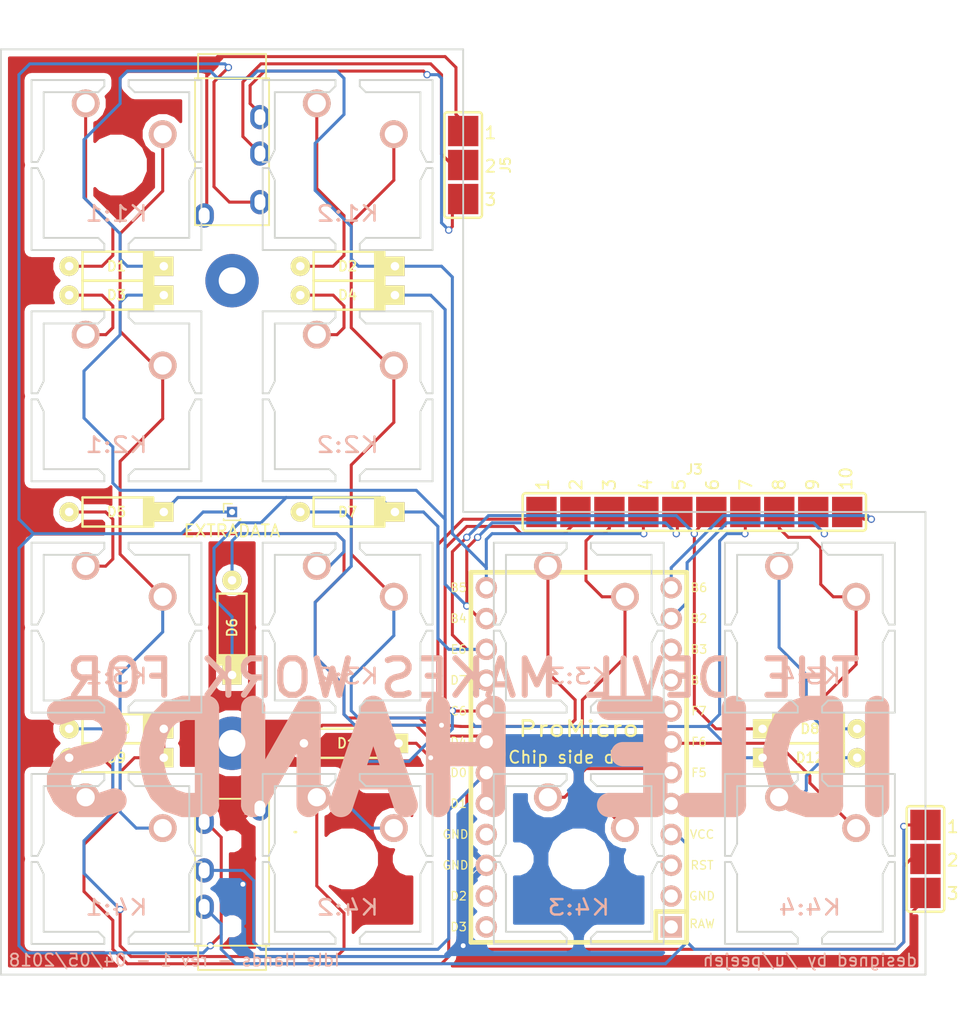
<source format=kicad_pcb>
(kicad_pcb (version 4) (host pcbnew 4.0.7-e2-6376~58~ubuntu16.04.1)

  (general
    (links 60)
    (no_connects 3)
    (area 97.259008 59.158845 173.609335 135.509173)
    (thickness 1.6)
    (drawings 11)
    (tracks 440)
    (zones 0)
    (modules 33)
    (nets 38)
  )

  (page A4)
  (title_block
    (title "For Idle Hands")
    (date 2018-01-18)
    (rev rev1)
    (company /u/peejeh)
  )

  (layers
    (0 F.Cu signal)
    (31 B.Cu signal)
    (32 B.Adhes user)
    (33 F.Adhes user)
    (34 B.Paste user)
    (35 F.Paste user)
    (36 B.SilkS user hide)
    (37 F.SilkS user hide)
    (38 B.Mask user)
    (39 F.Mask user)
    (40 Dwgs.User user hide)
    (41 Cmts.User user)
    (42 Eco1.User user)
    (43 Eco2.User user hide)
    (44 Edge.Cuts user)
    (45 Margin user)
    (46 B.CrtYd user)
    (47 F.CrtYd user)
    (48 B.Fab user)
    (49 F.Fab user)
  )

  (setup
    (last_trace_width 0.25)
    (trace_clearance 0.2)
    (zone_clearance 0.508)
    (zone_45_only no)
    (trace_min 0.2)
    (segment_width 0.2)
    (edge_width 0.15)
    (via_size 0.6)
    (via_drill 0.4)
    (via_min_size 0.4)
    (via_min_drill 0.3)
    (uvia_size 0.3)
    (uvia_drill 0.1)
    (uvias_allowed no)
    (uvia_min_size 0.2)
    (uvia_min_drill 0.1)
    (pcb_text_width 0.3)
    (pcb_text_size 1.5 1.5)
    (mod_edge_width 0.15)
    (mod_text_size 1 1)
    (mod_text_width 0.15)
    (pad_size 0.85 0.85)
    (pad_drill 0.5)
    (pad_to_mask_clearance 0.2)
    (aux_axis_origin 0 0)
    (visible_elements FFFFF77F)
    (pcbplotparams
      (layerselection 0x010fc_80000001)
      (usegerberextensions true)
      (excludeedgelayer true)
      (linewidth 0.100000)
      (plotframeref false)
      (viasonmask false)
      (mode 1)
      (useauxorigin false)
      (hpglpennumber 1)
      (hpglpenspeed 20)
      (hpglpendiameter 15)
      (hpglpenoverlay 2)
      (psnegative false)
      (psa4output false)
      (plotreference true)
      (plotvalue true)
      (plotinvisibletext false)
      (padsonsilk false)
      (subtractmaskfromsilk false)
      (outputformat 1)
      (mirror false)
      (drillshape 0)
      (scaleselection 1)
      (outputdirectory gerber))
  )

  (net 0 "")
  (net 1 /row2)
  (net 2 "Net-(D8-Pad2)")
  (net 3 /row3)
  (net 4 /row4)
  (net 5 VCC)
  (net 6 GND)
  (net 7 /extra)
  (net 8 /data)
  (net 9 /row1)
  (net 10 /col6)
  (net 11 /col1)
  (net 12 /col2)
  (net 13 /col3)
  (net 14 /col4)
  (net 15 /col5)
  (net 16 "Net-(U1-Pad1)")
  (net 17 "Net-(U1-Pad3)")
  (net 18 "Net-(U1-Pad16)")
  (net 19 "Net-(D9-Pad2)")
  (net 20 "Net-(D10-Pad2)")
  (net 21 "Net-(U1-Pad14)")
  (net 22 "Net-(D1-Pad2)")
  (net 23 "Net-(D2-Pad2)")
  (net 24 "Net-(D3-Pad2)")
  (net 25 "Net-(D4-Pad2)")
  (net 26 "Net-(D5-Pad2)")
  (net 27 "Net-(D6-Pad2)")
  (net 28 "Net-(D7-Pad2)")
  (net 29 "Net-(D11-Pad2)")
  (net 30 "Net-(D12-Pad2)")
  (net 31 "Net-(U1-Pad5)")
  (net 32 "Net-(U1-Pad17)")
  (net 33 "Net-(U1-Pad13)")
  (net 34 "Net-(U1-Pad2)")
  (net 35 "Net-(U1-Pad8)")
  (net 36 "Net-(U1-Pad9)")
  (net 37 "Net-(U1-Pad10)")

  (net_class Default "This is the default net class."
    (clearance 0.2)
    (trace_width 0.25)
    (via_dia 0.6)
    (via_drill 0.4)
    (uvia_dia 0.3)
    (uvia_drill 0.1)
    (add_net /col1)
    (add_net /col2)
    (add_net /col3)
    (add_net /col4)
    (add_net /col5)
    (add_net /col6)
    (add_net /data)
    (add_net /extra)
    (add_net /row1)
    (add_net /row2)
    (add_net /row3)
    (add_net /row4)
    (add_net GND)
    (add_net "Net-(D1-Pad2)")
    (add_net "Net-(D10-Pad2)")
    (add_net "Net-(D11-Pad2)")
    (add_net "Net-(D12-Pad2)")
    (add_net "Net-(D2-Pad2)")
    (add_net "Net-(D3-Pad2)")
    (add_net "Net-(D4-Pad2)")
    (add_net "Net-(D5-Pad2)")
    (add_net "Net-(D6-Pad2)")
    (add_net "Net-(D7-Pad2)")
    (add_net "Net-(D8-Pad2)")
    (add_net "Net-(D9-Pad2)")
    (add_net "Net-(U1-Pad1)")
    (add_net "Net-(U1-Pad10)")
    (add_net "Net-(U1-Pad13)")
    (add_net "Net-(U1-Pad14)")
    (add_net "Net-(U1-Pad16)")
    (add_net "Net-(U1-Pad17)")
    (add_net "Net-(U1-Pad2)")
    (add_net "Net-(U1-Pad3)")
    (add_net "Net-(U1-Pad5)")
    (add_net "Net-(U1-Pad8)")
    (add_net "Net-(U1-Pad9)")
    (add_net VCC)
  )

  (module Mounting_Holes:MountingHole_2.2mm_M2_Pad (layer F.Cu) (tedit 5AED5E60) (tstamp 5AEDC4C9)
    (at 116.38409 116.38409)
    (descr "Mounting Hole 2.2mm, M2")
    (tags "mounting hole 2.2mm m2")
    (attr virtual)
    (fp_text reference REF** (at 0 -3.2) (layer F.SilkS) hide
      (effects (font (size 1 1) (thickness 0.15)))
    )
    (fp_text value MountingHole_2.2mm_M2 (at 0 3.2) (layer F.Fab) hide
      (effects (font (size 1 1) (thickness 0.15)))
    )
    (fp_text user %R (at 0.3 0) (layer F.Fab)
      (effects (font (size 1 1) (thickness 0.15)))
    )
    (fp_circle (center 0 0) (end 2.2 0) (layer Cmts.User) (width 0.15))
    (fp_circle (center 0 0) (end 2.45 0) (layer F.CrtYd) (width 0.05))
    (pad 1 thru_hole circle (at 0 0) (size 4.4 4.4) (drill 2.2) (layers *.Cu *.Mask))
  )

  (module idle-hands:MX_CUTOUT locked (layer B.Cu) (tedit 5AAD6E1E) (tstamp 5AE8CE1A)
    (at 106.85905 87.808968 180)
    (path /5A49180E)
    (fp_text reference K2:1 (at 0 -4 180) (layer B.SilkS)
      (effects (font (size 1.27 1.524) (thickness 0.2032)) (justify mirror))
    )
    (fp_text value K15 (at 0 -5.08 180) (layer B.SilkS) hide
      (effects (font (size 1.27 1.524) (thickness 0.2032)) (justify mirror))
    )
    (fp_line (start -6.985 6.985) (end 6.985 6.985) (layer Eco2.User) (width 0.1524))
    (fp_line (start -6.35 6.35) (end 6.35 6.35) (layer Cmts.User) (width 0.1524))
    (fp_line (start 7 0.25) (end 7 7) (layer Edge.Cuts) (width 0.15))
    (fp_line (start 7 7) (end 1 7) (layer Edge.Cuts) (width 0.15))
    (fp_line (start 6 1.25) (end 6 6) (layer Edge.Cuts) (width 0.15))
    (fp_line (start 7 0.25) (end 6.5 0.25) (layer Edge.Cuts) (width 0.15))
    (fp_line (start 1.5 6) (end 6 6) (layer Edge.Cuts) (width 0.15))
    (fp_line (start 1 6.5) (end 1.5 6) (layer Edge.Cuts) (width 0.15))
    (fp_line (start 1 7) (end 1 6.5) (layer Edge.Cuts) (width 0.15))
    (fp_line (start 6.5 0.25) (end 6 1.25) (layer Edge.Cuts) (width 0.15))
    (fp_line (start -6.5 0.25) (end -6 1.25) (layer Edge.Cuts) (width 0.15))
    (fp_line (start -1 7) (end -1 6.5) (layer Edge.Cuts) (width 0.15))
    (fp_line (start -1 6.5) (end -1.5 6) (layer Edge.Cuts) (width 0.15))
    (fp_line (start -1.5 6) (end -6 6) (layer Edge.Cuts) (width 0.15))
    (fp_line (start -7 0.25) (end -6.5 0.25) (layer Edge.Cuts) (width 0.15))
    (fp_line (start -6 1.25) (end -6 6) (layer Edge.Cuts) (width 0.15))
    (fp_line (start -7 7) (end -1 7) (layer Edge.Cuts) (width 0.15))
    (fp_line (start -7 0.25) (end -7 7) (layer Edge.Cuts) (width 0.15))
    (fp_line (start 7 -0.25) (end 7 -7) (layer Edge.Cuts) (width 0.15))
    (fp_line (start 7 -7) (end 1 -7) (layer Edge.Cuts) (width 0.15))
    (fp_line (start 6 -1.25) (end 6 -6) (layer Edge.Cuts) (width 0.15))
    (fp_line (start 7 -0.25) (end 6.5 -0.25) (layer Edge.Cuts) (width 0.15))
    (fp_line (start 1.5 -6) (end 6 -6) (layer Edge.Cuts) (width 0.15))
    (fp_line (start 1 -6.5) (end 1.5 -6) (layer Edge.Cuts) (width 0.15))
    (fp_line (start 1 -7) (end 1 -6.5) (layer Edge.Cuts) (width 0.15))
    (fp_line (start 6.5 -0.25) (end 6 -1.25) (layer Edge.Cuts) (width 0.15))
    (fp_line (start -6.5 -0.25) (end -6 -1.25) (layer Edge.Cuts) (width 0.15))
    (fp_line (start -1 -7) (end -1 -6.5) (layer Edge.Cuts) (width 0.15))
    (fp_line (start -1 -6.5) (end -1.5 -6) (layer Edge.Cuts) (width 0.15))
    (fp_line (start -1.5 -6) (end -6 -6) (layer Edge.Cuts) (width 0.15))
    (fp_line (start -7 -0.25) (end -6.5 -0.25) (layer Edge.Cuts) (width 0.15))
    (fp_line (start -6 -1.25) (end -6 -6) (layer Edge.Cuts) (width 0.15))
    (fp_line (start -7 -7) (end -1 -7) (layer Edge.Cuts) (width 0.15))
    (fp_line (start -7 -0.25) (end -7 -7) (layer Edge.Cuts) (width 0.15))
    (fp_text user 1.00u (at -5.715 -8.255 180) (layer Dwgs.User)
      (effects (font (thickness 0.3048)))
    )
    (fp_line (start 6.35 6.35) (end 6.35 -6.35) (layer Cmts.User) (width 0.1524))
    (fp_line (start 6.35 -6.35) (end -6.35 -6.35) (layer Cmts.User) (width 0.1524))
    (fp_line (start -6.35 -6.35) (end -6.35 6.35) (layer Cmts.User) (width 0.1524))
    (fp_line (start -6.35 6.35) (end 6.35 6.35) (layer Cmts.User) (width 0.1524))
    (fp_line (start -9.398 9.398) (end 9.398 9.398) (layer Dwgs.User) (width 0.1524))
    (fp_line (start 9.398 9.398) (end 9.398 -9.398) (layer Dwgs.User) (width 0.1524))
    (fp_line (start 9.398 -9.398) (end -9.398 -9.398) (layer Dwgs.User) (width 0.1524))
    (fp_line (start -9.398 -9.398) (end -9.398 9.398) (layer Dwgs.User) (width 0.1524))
    (fp_line (start 6.985 6.985) (end 6.985 -6.985) (layer Eco2.User) (width 0.1524))
    (fp_line (start 6.985 -6.985) (end -6.985 -6.985) (layer Eco2.User) (width 0.1524))
    (fp_line (start -6.985 -6.985) (end -6.985 6.985) (layer Eco2.User) (width 0.1524))
    (fp_line (start -6.985 6.985) (end 6.985 6.985) (layer Eco2.User) (width 0.1524))
    (pad 1 thru_hole circle (at 2.54 5.08 180) (size 2.286 2.286) (drill 1.4986) (layers *.Cu *.SilkS *.Mask)
      (net 24 "Net-(D3-Pad2)"))
    (pad 2 thru_hole circle (at -3.81 2.54 180) (size 2.286 2.286) (drill 1.4986) (layers *.Cu *.SilkS *.Mask)
      (net 11 /col1))
    (pad HOLE np_thru_hole circle (at 0 0 180) (size 3.9878 3.9878) (drill 3.9878) (layers *.Cu))
    (pad "" np_thru_hole circle (at -5.08 0 180) (size 1.7018 1.7018) (drill 1.7018) (layers *.Cu *.Mask))
    (pad "" np_thru_hole circle (at 5.08 0 180) (size 1.7018 1.7018) (drill 1.7018) (layers *.Cu *.Mask))
  )

  (module idle-hands:DIODE (layer F.Cu) (tedit 5A777200) (tstamp 5AE8CC86)
    (at 106.85905 77.093298 180)
    (path /5A490F9F)
    (attr smd)
    (fp_text reference D1 (at 0 0 180) (layer F.SilkS)
      (effects (font (size 0.8 0.8) (thickness 0.15)))
    )
    (fp_text value D (at 0 -2.54 180) (layer F.SilkS) hide
      (effects (font (size 0.8 0.8) (thickness 0.15)))
    )
    (fp_line (start -2.275 -1.2) (end -2.275 1.2) (layer F.SilkS) (width 0.2))
    (fp_line (start -2.45 -1.2) (end -2.45 1.2) (layer F.SilkS) (width 0.2))
    (fp_line (start -2.625 -1.2) (end -2.625 1.2) (layer F.SilkS) (width 0.2))
    (fp_line (start -3.025 1.2) (end -3.025 -1.2) (layer F.SilkS) (width 0.2))
    (fp_line (start -2.8 -1.2) (end -2.8 1.2) (layer F.SilkS) (width 0.2))
    (fp_line (start -2.925 -1.2) (end -2.925 1.2) (layer F.SilkS) (width 0.2))
    (fp_line (start -3 -1.2) (end 2.8 -1.2) (layer F.SilkS) (width 0.2))
    (fp_line (start 2.8 -1.2) (end 2.8 1.2) (layer F.SilkS) (width 0.2))
    (fp_line (start 2.8 1.2) (end -3 1.2) (layer F.SilkS) (width 0.2))
    (pad 1 thru_hole rect (at -3.9 0 180) (size 1.6 1.6) (drill 0.7) (layers *.Cu *.Mask F.SilkS)
      (net 9 /row1))
    (pad 2 thru_hole circle (at 3.9 0 180) (size 1.6 1.6) (drill 0.7) (layers *.Cu *.Mask F.SilkS)
      (net 22 "Net-(D1-Pad2)"))
  )

  (module idle-hands:DIODE (layer F.Cu) (tedit 5A777200) (tstamp 5AE8CC95)
    (at 125.909131 77.093298 180)
    (path /5A490D4C)
    (attr smd)
    (fp_text reference D2 (at 0 0 180) (layer F.SilkS)
      (effects (font (size 0.8 0.8) (thickness 0.15)))
    )
    (fp_text value D (at 0 -2.54 180) (layer F.SilkS) hide
      (effects (font (size 0.8 0.8) (thickness 0.15)))
    )
    (fp_line (start -2.275 -1.2) (end -2.275 1.2) (layer F.SilkS) (width 0.2))
    (fp_line (start -2.45 -1.2) (end -2.45 1.2) (layer F.SilkS) (width 0.2))
    (fp_line (start -2.625 -1.2) (end -2.625 1.2) (layer F.SilkS) (width 0.2))
    (fp_line (start -3.025 1.2) (end -3.025 -1.2) (layer F.SilkS) (width 0.2))
    (fp_line (start -2.8 -1.2) (end -2.8 1.2) (layer F.SilkS) (width 0.2))
    (fp_line (start -2.925 -1.2) (end -2.925 1.2) (layer F.SilkS) (width 0.2))
    (fp_line (start -3 -1.2) (end 2.8 -1.2) (layer F.SilkS) (width 0.2))
    (fp_line (start 2.8 -1.2) (end 2.8 1.2) (layer F.SilkS) (width 0.2))
    (fp_line (start 2.8 1.2) (end -3 1.2) (layer F.SilkS) (width 0.2))
    (pad 1 thru_hole rect (at -3.9 0 180) (size 1.6 1.6) (drill 0.7) (layers *.Cu *.Mask F.SilkS)
      (net 9 /row1))
    (pad 2 thru_hole circle (at 3.9 0 180) (size 1.6 1.6) (drill 0.7) (layers *.Cu *.Mask F.SilkS)
      (net 23 "Net-(D2-Pad2)"))
  )

  (module idle-hands:DIODE (layer F.Cu) (tedit 5A777200) (tstamp 5AE8CCA4)
    (at 106.85905 79.474558 180)
    (path /5A491814)
    (attr smd)
    (fp_text reference D3 (at 0 0 180) (layer F.SilkS)
      (effects (font (size 0.8 0.8) (thickness 0.15)))
    )
    (fp_text value D (at 0 -2.54 180) (layer F.SilkS) hide
      (effects (font (size 0.8 0.8) (thickness 0.15)))
    )
    (fp_line (start -2.275 -1.2) (end -2.275 1.2) (layer F.SilkS) (width 0.2))
    (fp_line (start -2.45 -1.2) (end -2.45 1.2) (layer F.SilkS) (width 0.2))
    (fp_line (start -2.625 -1.2) (end -2.625 1.2) (layer F.SilkS) (width 0.2))
    (fp_line (start -3.025 1.2) (end -3.025 -1.2) (layer F.SilkS) (width 0.2))
    (fp_line (start -2.8 -1.2) (end -2.8 1.2) (layer F.SilkS) (width 0.2))
    (fp_line (start -2.925 -1.2) (end -2.925 1.2) (layer F.SilkS) (width 0.2))
    (fp_line (start -3 -1.2) (end 2.8 -1.2) (layer F.SilkS) (width 0.2))
    (fp_line (start 2.8 -1.2) (end 2.8 1.2) (layer F.SilkS) (width 0.2))
    (fp_line (start 2.8 1.2) (end -3 1.2) (layer F.SilkS) (width 0.2))
    (pad 1 thru_hole rect (at -3.9 0 180) (size 1.6 1.6) (drill 0.7) (layers *.Cu *.Mask F.SilkS)
      (net 1 /row2))
    (pad 2 thru_hole circle (at 3.9 0 180) (size 1.6 1.6) (drill 0.7) (layers *.Cu *.Mask F.SilkS)
      (net 24 "Net-(D3-Pad2)"))
  )

  (module idle-hands:DIODE (layer F.Cu) (tedit 5A777200) (tstamp 5AE8CCB3)
    (at 125.909131 79.474558 180)
    (path /5A491808)
    (attr smd)
    (fp_text reference D4 (at 0 0 180) (layer F.SilkS)
      (effects (font (size 0.8 0.8) (thickness 0.15)))
    )
    (fp_text value D (at 0 -2.54 180) (layer F.SilkS) hide
      (effects (font (size 0.8 0.8) (thickness 0.15)))
    )
    (fp_line (start -2.275 -1.2) (end -2.275 1.2) (layer F.SilkS) (width 0.2))
    (fp_line (start -2.45 -1.2) (end -2.45 1.2) (layer F.SilkS) (width 0.2))
    (fp_line (start -2.625 -1.2) (end -2.625 1.2) (layer F.SilkS) (width 0.2))
    (fp_line (start -3.025 1.2) (end -3.025 -1.2) (layer F.SilkS) (width 0.2))
    (fp_line (start -2.8 -1.2) (end -2.8 1.2) (layer F.SilkS) (width 0.2))
    (fp_line (start -2.925 -1.2) (end -2.925 1.2) (layer F.SilkS) (width 0.2))
    (fp_line (start -3 -1.2) (end 2.8 -1.2) (layer F.SilkS) (width 0.2))
    (fp_line (start 2.8 -1.2) (end 2.8 1.2) (layer F.SilkS) (width 0.2))
    (fp_line (start 2.8 1.2) (end -3 1.2) (layer F.SilkS) (width 0.2))
    (pad 1 thru_hole rect (at -3.9 0 180) (size 1.6 1.6) (drill 0.7) (layers *.Cu *.Mask F.SilkS)
      (net 1 /row2))
    (pad 2 thru_hole circle (at 3.9 0 180) (size 1.6 1.6) (drill 0.7) (layers *.Cu *.Mask F.SilkS)
      (net 25 "Net-(D4-Pad2)"))
  )

  (module idle-hands:DIODE (layer F.Cu) (tedit 5A777200) (tstamp 5AE8CCC2)
    (at 106.85905 97.334009 180)
    (path /5A491B0D)
    (attr smd)
    (fp_text reference D5 (at 0 0 180) (layer F.SilkS)
      (effects (font (size 0.8 0.8) (thickness 0.15)))
    )
    (fp_text value D (at 0 -2.54 180) (layer F.SilkS) hide
      (effects (font (size 0.8 0.8) (thickness 0.15)))
    )
    (fp_line (start -2.275 -1.2) (end -2.275 1.2) (layer F.SilkS) (width 0.2))
    (fp_line (start -2.45 -1.2) (end -2.45 1.2) (layer F.SilkS) (width 0.2))
    (fp_line (start -2.625 -1.2) (end -2.625 1.2) (layer F.SilkS) (width 0.2))
    (fp_line (start -3.025 1.2) (end -3.025 -1.2) (layer F.SilkS) (width 0.2))
    (fp_line (start -2.8 -1.2) (end -2.8 1.2) (layer F.SilkS) (width 0.2))
    (fp_line (start -2.925 -1.2) (end -2.925 1.2) (layer F.SilkS) (width 0.2))
    (fp_line (start -3 -1.2) (end 2.8 -1.2) (layer F.SilkS) (width 0.2))
    (fp_line (start 2.8 -1.2) (end 2.8 1.2) (layer F.SilkS) (width 0.2))
    (fp_line (start 2.8 1.2) (end -3 1.2) (layer F.SilkS) (width 0.2))
    (pad 1 thru_hole rect (at -3.9 0 180) (size 1.6 1.6) (drill 0.7) (layers *.Cu *.Mask F.SilkS)
      (net 3 /row3))
    (pad 2 thru_hole circle (at 3.9 0 180) (size 1.6 1.6) (drill 0.7) (layers *.Cu *.Mask F.SilkS)
      (net 26 "Net-(D5-Pad2)"))
  )

  (module idle-hands:DIODE (layer F.Cu) (tedit 5A777200) (tstamp 5AE8CCD1)
    (at 116.38409 106.85905 90)
    (path /5A491B01)
    (attr smd)
    (fp_text reference D6 (at 0 0 90) (layer F.SilkS)
      (effects (font (size 0.8 0.8) (thickness 0.15)))
    )
    (fp_text value D (at 0 -2.54 90) (layer F.SilkS) hide
      (effects (font (size 0.8 0.8) (thickness 0.15)))
    )
    (fp_line (start -2.275 -1.2) (end -2.275 1.2) (layer F.SilkS) (width 0.2))
    (fp_line (start -2.45 -1.2) (end -2.45 1.2) (layer F.SilkS) (width 0.2))
    (fp_line (start -2.625 -1.2) (end -2.625 1.2) (layer F.SilkS) (width 0.2))
    (fp_line (start -3.025 1.2) (end -3.025 -1.2) (layer F.SilkS) (width 0.2))
    (fp_line (start -2.8 -1.2) (end -2.8 1.2) (layer F.SilkS) (width 0.2))
    (fp_line (start -2.925 -1.2) (end -2.925 1.2) (layer F.SilkS) (width 0.2))
    (fp_line (start -3 -1.2) (end 2.8 -1.2) (layer F.SilkS) (width 0.2))
    (fp_line (start 2.8 -1.2) (end 2.8 1.2) (layer F.SilkS) (width 0.2))
    (fp_line (start 2.8 1.2) (end -3 1.2) (layer F.SilkS) (width 0.2))
    (pad 1 thru_hole rect (at -3.9 0 90) (size 1.6 1.6) (drill 0.7) (layers *.Cu *.Mask F.SilkS)
      (net 3 /row3))
    (pad 2 thru_hole circle (at 3.9 0 90) (size 1.6 1.6) (drill 0.7) (layers *.Cu *.Mask F.SilkS)
      (net 27 "Net-(D6-Pad2)"))
  )

  (module idle-hands:DIODE (layer F.Cu) (tedit 5A777200) (tstamp 5AE8CCE0)
    (at 125.909131 97.334009 180)
    (path /5A491AF5)
    (attr smd)
    (fp_text reference D7 (at 0 0 180) (layer F.SilkS)
      (effects (font (size 0.8 0.8) (thickness 0.15)))
    )
    (fp_text value D (at 0 -2.54 180) (layer F.SilkS) hide
      (effects (font (size 0.8 0.8) (thickness 0.15)))
    )
    (fp_line (start -2.275 -1.2) (end -2.275 1.2) (layer F.SilkS) (width 0.2))
    (fp_line (start -2.45 -1.2) (end -2.45 1.2) (layer F.SilkS) (width 0.2))
    (fp_line (start -2.625 -1.2) (end -2.625 1.2) (layer F.SilkS) (width 0.2))
    (fp_line (start -3.025 1.2) (end -3.025 -1.2) (layer F.SilkS) (width 0.2))
    (fp_line (start -2.8 -1.2) (end -2.8 1.2) (layer F.SilkS) (width 0.2))
    (fp_line (start -2.925 -1.2) (end -2.925 1.2) (layer F.SilkS) (width 0.2))
    (fp_line (start -3 -1.2) (end 2.8 -1.2) (layer F.SilkS) (width 0.2))
    (fp_line (start 2.8 -1.2) (end 2.8 1.2) (layer F.SilkS) (width 0.2))
    (fp_line (start 2.8 1.2) (end -3 1.2) (layer F.SilkS) (width 0.2))
    (pad 1 thru_hole rect (at -3.9 0 180) (size 1.6 1.6) (drill 0.7) (layers *.Cu *.Mask F.SilkS)
      (net 3 /row3))
    (pad 2 thru_hole circle (at 3.9 0 180) (size 1.6 1.6) (drill 0.7) (layers *.Cu *.Mask F.SilkS)
      (net 28 "Net-(D7-Pad2)"))
  )

  (module idle-hands:DIODE (layer F.Cu) (tedit 5A777200) (tstamp 5AE8CCEF)
    (at 164.009294 115.19346)
    (path /5A491AEF)
    (attr smd)
    (fp_text reference D8 (at 0 0) (layer F.SilkS)
      (effects (font (size 0.8 0.8) (thickness 0.15)))
    )
    (fp_text value D (at 0 -2.54) (layer F.SilkS) hide
      (effects (font (size 0.8 0.8) (thickness 0.15)))
    )
    (fp_line (start -2.275 -1.2) (end -2.275 1.2) (layer F.SilkS) (width 0.2))
    (fp_line (start -2.45 -1.2) (end -2.45 1.2) (layer F.SilkS) (width 0.2))
    (fp_line (start -2.625 -1.2) (end -2.625 1.2) (layer F.SilkS) (width 0.2))
    (fp_line (start -3.025 1.2) (end -3.025 -1.2) (layer F.SilkS) (width 0.2))
    (fp_line (start -2.8 -1.2) (end -2.8 1.2) (layer F.SilkS) (width 0.2))
    (fp_line (start -2.925 -1.2) (end -2.925 1.2) (layer F.SilkS) (width 0.2))
    (fp_line (start -3 -1.2) (end 2.8 -1.2) (layer F.SilkS) (width 0.2))
    (fp_line (start 2.8 -1.2) (end 2.8 1.2) (layer F.SilkS) (width 0.2))
    (fp_line (start 2.8 1.2) (end -3 1.2) (layer F.SilkS) (width 0.2))
    (pad 1 thru_hole rect (at -3.9 0) (size 1.6 1.6) (drill 0.7) (layers *.Cu *.Mask F.SilkS)
      (net 3 /row3))
    (pad 2 thru_hole circle (at 3.9 0) (size 1.6 1.6) (drill 0.7) (layers *.Cu *.Mask F.SilkS)
      (net 2 "Net-(D8-Pad2)"))
  )

  (module idle-hands:DIODE (layer F.Cu) (tedit 5A777200) (tstamp 5AE8CCFE)
    (at 106.85905 117.57472 180)
    (path /5A4923B5)
    (attr smd)
    (fp_text reference D9 (at 0 0 180) (layer F.SilkS)
      (effects (font (size 0.8 0.8) (thickness 0.15)))
    )
    (fp_text value D (at 0 -2.54 180) (layer F.SilkS) hide
      (effects (font (size 0.8 0.8) (thickness 0.15)))
    )
    (fp_line (start -2.275 -1.2) (end -2.275 1.2) (layer F.SilkS) (width 0.2))
    (fp_line (start -2.45 -1.2) (end -2.45 1.2) (layer F.SilkS) (width 0.2))
    (fp_line (start -2.625 -1.2) (end -2.625 1.2) (layer F.SilkS) (width 0.2))
    (fp_line (start -3.025 1.2) (end -3.025 -1.2) (layer F.SilkS) (width 0.2))
    (fp_line (start -2.8 -1.2) (end -2.8 1.2) (layer F.SilkS) (width 0.2))
    (fp_line (start -2.925 -1.2) (end -2.925 1.2) (layer F.SilkS) (width 0.2))
    (fp_line (start -3 -1.2) (end 2.8 -1.2) (layer F.SilkS) (width 0.2))
    (fp_line (start 2.8 -1.2) (end 2.8 1.2) (layer F.SilkS) (width 0.2))
    (fp_line (start 2.8 1.2) (end -3 1.2) (layer F.SilkS) (width 0.2))
    (pad 1 thru_hole rect (at -3.9 0 180) (size 1.6 1.6) (drill 0.7) (layers *.Cu *.Mask F.SilkS)
      (net 4 /row4))
    (pad 2 thru_hole circle (at 3.9 0 180) (size 1.6 1.6) (drill 0.7) (layers *.Cu *.Mask F.SilkS)
      (net 19 "Net-(D9-Pad2)"))
  )

  (module idle-hands:DIODE (layer F.Cu) (tedit 5A777200) (tstamp 5AE8CD0D)
    (at 106.85905 115.19346 180)
    (path /5A4923A9)
    (attr smd)
    (fp_text reference D10 (at 0 0 180) (layer F.SilkS)
      (effects (font (size 0.8 0.8) (thickness 0.15)))
    )
    (fp_text value D (at 0 -2.54 180) (layer F.SilkS) hide
      (effects (font (size 0.8 0.8) (thickness 0.15)))
    )
    (fp_line (start -2.275 -1.2) (end -2.275 1.2) (layer F.SilkS) (width 0.2))
    (fp_line (start -2.45 -1.2) (end -2.45 1.2) (layer F.SilkS) (width 0.2))
    (fp_line (start -2.625 -1.2) (end -2.625 1.2) (layer F.SilkS) (width 0.2))
    (fp_line (start -3.025 1.2) (end -3.025 -1.2) (layer F.SilkS) (width 0.2))
    (fp_line (start -2.8 -1.2) (end -2.8 1.2) (layer F.SilkS) (width 0.2))
    (fp_line (start -2.925 -1.2) (end -2.925 1.2) (layer F.SilkS) (width 0.2))
    (fp_line (start -3 -1.2) (end 2.8 -1.2) (layer F.SilkS) (width 0.2))
    (fp_line (start 2.8 -1.2) (end 2.8 1.2) (layer F.SilkS) (width 0.2))
    (fp_line (start 2.8 1.2) (end -3 1.2) (layer F.SilkS) (width 0.2))
    (pad 1 thru_hole rect (at -3.9 0 180) (size 1.6 1.6) (drill 0.7) (layers *.Cu *.Mask F.SilkS)
      (net 4 /row4))
    (pad 2 thru_hole circle (at 3.9 0 180) (size 1.6 1.6) (drill 0.7) (layers *.Cu *.Mask F.SilkS)
      (net 20 "Net-(D10-Pad2)"))
  )

  (module idle-hands:DIODE (layer F.Cu) (tedit 5A777200) (tstamp 5AE8CD1C)
    (at 126.206788 116.38409 180)
    (path /5A49239D)
    (attr smd)
    (fp_text reference D11 (at 0 0 180) (layer F.SilkS)
      (effects (font (size 0.8 0.8) (thickness 0.15)))
    )
    (fp_text value D (at 0 -2.54 180) (layer F.SilkS) hide
      (effects (font (size 0.8 0.8) (thickness 0.15)))
    )
    (fp_line (start -2.275 -1.2) (end -2.275 1.2) (layer F.SilkS) (width 0.2))
    (fp_line (start -2.45 -1.2) (end -2.45 1.2) (layer F.SilkS) (width 0.2))
    (fp_line (start -2.625 -1.2) (end -2.625 1.2) (layer F.SilkS) (width 0.2))
    (fp_line (start -3.025 1.2) (end -3.025 -1.2) (layer F.SilkS) (width 0.2))
    (fp_line (start -2.8 -1.2) (end -2.8 1.2) (layer F.SilkS) (width 0.2))
    (fp_line (start -2.925 -1.2) (end -2.925 1.2) (layer F.SilkS) (width 0.2))
    (fp_line (start -3 -1.2) (end 2.8 -1.2) (layer F.SilkS) (width 0.2))
    (fp_line (start 2.8 -1.2) (end 2.8 1.2) (layer F.SilkS) (width 0.2))
    (fp_line (start 2.8 1.2) (end -3 1.2) (layer F.SilkS) (width 0.2))
    (pad 1 thru_hole rect (at -3.9 0 180) (size 1.6 1.6) (drill 0.7) (layers *.Cu *.Mask F.SilkS)
      (net 4 /row4))
    (pad 2 thru_hole circle (at 3.9 0 180) (size 1.6 1.6) (drill 0.7) (layers *.Cu *.Mask F.SilkS)
      (net 29 "Net-(D11-Pad2)"))
  )

  (module idle-hands:DIODE (layer F.Cu) (tedit 5A777200) (tstamp 5AE8CD2B)
    (at 164.009294 117.57472)
    (path /5A492397)
    (attr smd)
    (fp_text reference D12 (at 0 0) (layer F.SilkS)
      (effects (font (size 0.8 0.8) (thickness 0.15)))
    )
    (fp_text value D (at 0 -2.54) (layer F.SilkS) hide
      (effects (font (size 0.8 0.8) (thickness 0.15)))
    )
    (fp_line (start -2.275 -1.2) (end -2.275 1.2) (layer F.SilkS) (width 0.2))
    (fp_line (start -2.45 -1.2) (end -2.45 1.2) (layer F.SilkS) (width 0.2))
    (fp_line (start -2.625 -1.2) (end -2.625 1.2) (layer F.SilkS) (width 0.2))
    (fp_line (start -3.025 1.2) (end -3.025 -1.2) (layer F.SilkS) (width 0.2))
    (fp_line (start -2.8 -1.2) (end -2.8 1.2) (layer F.SilkS) (width 0.2))
    (fp_line (start -2.925 -1.2) (end -2.925 1.2) (layer F.SilkS) (width 0.2))
    (fp_line (start -3 -1.2) (end 2.8 -1.2) (layer F.SilkS) (width 0.2))
    (fp_line (start 2.8 -1.2) (end 2.8 1.2) (layer F.SilkS) (width 0.2))
    (fp_line (start 2.8 1.2) (end -3 1.2) (layer F.SilkS) (width 0.2))
    (pad 1 thru_hole rect (at -3.9 0) (size 1.6 1.6) (drill 0.7) (layers *.Cu *.Mask F.SilkS)
      (net 4 /row4))
    (pad 2 thru_hole circle (at 3.9 0) (size 1.6 1.6) (drill 0.7) (layers *.Cu *.Mask F.SilkS)
      (net 30 "Net-(D12-Pad2)"))
  )

  (module idle-hands:PJ-320A (layer F.Cu) (tedit 5AEB7617) (tstamp 5AE8CD3C)
    (at 116.38409 133.052911 180)
    (path /5A49B9B2)
    (fp_text reference J1 (at 0 14.2 180) (layer Dwgs.User) hide
      (effects (font (size 1 1) (thickness 0.15)))
    )
    (fp_text value TRRS (at 0 -5.6 180) (layer F.Fab)
      (effects (font (size 1 1) (thickness 0.15)))
    )
    (fp_line (start 2.8 -2) (end -2.8 -2) (layer F.SilkS) (width 0.15))
    (fp_line (start -2.8 0) (end -2.8 -2) (layer F.SilkS) (width 0.15))
    (fp_line (start 2.8 0) (end 2.8 -2) (layer F.SilkS) (width 0.15))
    (fp_line (start -3.05 0) (end -3.05 12.1) (layer F.SilkS) (width 0.15))
    (fp_line (start 3.05 0) (end 3.05 12.1) (layer F.SilkS) (width 0.15))
    (fp_line (start 3.05 12.1) (end -3.05 12.1) (layer F.SilkS) (width 0.15))
    (fp_line (start 3.05 0) (end -3.05 0) (layer F.SilkS) (width 0.15))
    (pad 1 thru_hole oval (at -2.3 11.3 180) (size 1.6 2) (drill oval 0.9 1.3) (layers *.Cu *.Mask)
      (net 6 GND))
    (pad 2 thru_hole oval (at 2.3 10.2 180) (size 1.6 2) (drill oval 0.9 1.3) (layers *.Cu *.Mask)
      (net 7 /extra))
    (pad 4 thru_hole oval (at 2.3 3.2 180) (size 1.6 2) (drill oval 0.9 1.3) (layers *.Cu *.Mask)
      (net 5 VCC))
    (pad "" np_thru_hole circle (at 0 8.6 180) (size 0.8 0.8) (drill 0.8) (layers *.Cu *.Mask))
    (pad "" np_thru_hole circle (at 0 1.6 180) (size 0.8 0.8) (drill 0.8) (layers *.Cu *.Mask))
    (pad 3 thru_hole oval (at 2.3 6.2 180) (size 1.6 2) (drill oval 0.9 1.3) (layers *.Cu *.Mask)
      (net 8 /data))
  )

  (module idle-hands:CONNECTOR_10 (layer F.Cu) (tedit 5A4AACD1) (tstamp 5AE8CD5C)
    (at 154.484253 97.334009)
    (tags "SMD connector")
    (path /5A4D3372)
    (autoplace_cost90 1)
    (attr virtual)
    (fp_text reference J3 (at 0 -3.5) (layer F.SilkS)
      (effects (font (size 0.8 0.8) (thickness 0.15)))
    )
    (fp_text value Conn_01x10 (at 0 2.54) (layer F.SilkS) hide
      (effects (font (size 0.8 0.8) (thickness 0.15)))
    )
    (fp_text user 10 (at 12.5 -2.75 90) (layer F.SilkS)
      (effects (font (size 1 1) (thickness 0.15)))
    )
    (fp_text user 9 (at 9.75 -2.25 90) (layer F.SilkS)
      (effects (font (size 1 1) (thickness 0.15)))
    )
    (fp_text user 8 (at 7 -2.25 90) (layer F.SilkS)
      (effects (font (size 1 1) (thickness 0.15)))
    )
    (fp_text user 7 (at 4.25 -2.25 90) (layer F.SilkS)
      (effects (font (size 1 1) (thickness 0.15)))
    )
    (fp_text user 6 (at 1.5 -2.25 90) (layer F.SilkS)
      (effects (font (size 1 1) (thickness 0.15)))
    )
    (fp_text user 5 (at -1.25 -2.25 90) (layer F.SilkS)
      (effects (font (size 1 1) (thickness 0.15)))
    )
    (fp_text user 4 (at -4 -2.25 90) (layer F.SilkS)
      (effects (font (size 1 1) (thickness 0.15)))
    )
    (fp_text user 3 (at -7 -2.25 90) (layer F.SilkS)
      (effects (font (size 1 1) (thickness 0.15)))
    )
    (fp_text user 2 (at -9.75 -2.25 90) (layer F.SilkS)
      (effects (font (size 1 1) (thickness 0.15)))
    )
    (fp_text user 1 (at -12.5 -2.25 90) (layer F.SilkS)
      (effects (font (size 1 1) (thickness 0.15)))
    )
    (fp_arc (start 13.9 1.3) (end 14.15 1.3) (angle 90) (layer F.SilkS) (width 0.2))
    (fp_arc (start 13.9 -1.3) (end 13.9 -1.55) (angle 90) (layer F.SilkS) (width 0.2))
    (fp_line (start 14.15 -1.3) (end 14.15 1.3) (layer F.SilkS) (width 0.2))
    (fp_line (start -13.9 -1.55) (end 13.9 -1.55) (layer F.SilkS) (width 0.2))
    (fp_line (start -14.15 -1.3) (end -14.15 1.3) (layer F.SilkS) (width 0.2))
    (fp_line (start -13.9 1.55) (end 13.9 1.55) (layer F.SilkS) (width 0.2))
    (fp_arc (start -13.9 1.3) (end -13.9 1.55) (angle 90) (layer F.SilkS) (width 0.2))
    (fp_arc (start -13.9 -1.3) (end -14.15 -1.3) (angle 90) (layer F.SilkS) (width 0.2))
    (pad 6 smd rect (at 1.4 0) (size 2.5 2.5) (layers F.Cu F.Mask)
      (net 3 /row3) (clearance 0.1))
    (pad 8 smd rect (at 7 0) (size 2.5 2.5) (layers F.Cu F.Mask)
      (net 14 /col4) (clearance 0.1))
    (pad 7 smd rect (at 4.2 0) (size 2.5 2.5) (layers F.Cu F.Mask)
      (net 4 /row4) (clearance 0.1))
    (pad 10 smd rect (at 12.6 0) (size 2.5 2.5) (layers F.Cu F.Mask)
      (net 10 /col6) (clearance 0.1))
    (pad 9 smd rect (at 9.8 0) (size 2.5 2.5) (layers F.Cu F.Mask)
      (net 15 /col5) (clearance 0.1))
    (pad 4 smd rect (at -4.2 0) (size 2.5 2.5) (layers F.Cu F.Mask)
      (net 9 /row1) (clearance 0.1))
    (pad 5 smd rect (at -1.4 0) (size 2.5 2.5) (layers F.Cu F.Mask)
      (net 1 /row2) (clearance 0.1))
    (pad 2 smd rect (at -9.8 0) (size 2.5 2.5) (layers F.Cu F.Mask)
      (net 12 /col2) (clearance 0.1))
    (pad 3 smd rect (at -7 0) (size 2.5 2.5) (layers F.Cu F.Mask)
      (net 13 /col3) (clearance 0.1))
    (pad 1 smd rect (at -12.6 0) (size 2.5 2.5) (layers F.Cu F.Mask)
      (net 11 /col1) (clearance 0.1))
  )

  (module Pin_Headers:Pin_Header_Straight_1x01_Pitch1.00mm (layer F.Cu) (tedit 5AEB7607) (tstamp 5AE8CD72)
    (at 116.38409 97.334009)
    (descr "Through hole straight pin header, 1x01, 1.00mm pitch, single row")
    (tags "Through hole pin header THT 1x01 1.00mm single row")
    (path /5A4AB93C)
    (fp_text reference J4 (at 0 -1.56) (layer F.SilkS) hide
      (effects (font (size 1 1) (thickness 0.15)))
    )
    (fp_text value EXTRADATA (at 0 1.56) (layer F.SilkS)
      (effects (font (size 1 1) (thickness 0.15)))
    )
    (fp_line (start -0.3175 -0.5) (end 0.635 -0.5) (layer F.Fab) (width 0.1))
    (fp_line (start 0.635 -0.5) (end 0.635 0.5) (layer F.Fab) (width 0.1))
    (fp_line (start 0.635 0.5) (end -0.635 0.5) (layer F.Fab) (width 0.1))
    (fp_line (start -0.635 0.5) (end -0.635 -0.1825) (layer F.Fab) (width 0.1))
    (fp_line (start -0.635 -0.1825) (end -0.3175 -0.5) (layer F.Fab) (width 0.1))
    (fp_line (start -0.695 0.685) (end 0.695 0.685) (layer F.SilkS) (width 0.12))
    (fp_line (start -0.695 0.685) (end -0.695 0.56) (layer F.SilkS) (width 0.12))
    (fp_line (start 0.695 0.685) (end 0.695 0.56) (layer F.SilkS) (width 0.12))
    (fp_line (start -0.695 0.685) (end -0.608276 0.685) (layer F.SilkS) (width 0.12))
    (fp_line (start 0.608276 0.685) (end 0.695 0.685) (layer F.SilkS) (width 0.12))
    (fp_line (start -0.695 0) (end -0.695 -0.685) (layer F.SilkS) (width 0.12))
    (fp_line (start -0.695 -0.685) (end 0 -0.685) (layer F.SilkS) (width 0.12))
    (fp_line (start -1.15 -1) (end -1.15 1) (layer F.CrtYd) (width 0.05))
    (fp_line (start -1.15 1) (end 1.15 1) (layer F.CrtYd) (width 0.05))
    (fp_line (start 1.15 1) (end 1.15 -1) (layer F.CrtYd) (width 0.05))
    (fp_line (start 1.15 -1) (end -1.15 -1) (layer F.CrtYd) (width 0.05))
    (fp_text user %R (at 0 0 90) (layer F.Fab)
      (effects (font (size 0.76 0.76) (thickness 0.114)))
    )
    (pad 1 thru_hole rect (at 0 0) (size 0.85 0.85) (drill 0.5) (layers *.Cu *.Mask)
      (net 7 /extra))
    (model ${KISYS3DMOD}/Pin_Headers.3dshapes/Pin_Header_Straight_1x01_Pitch1.00mm.wrl
      (at (xyz 0 0 0))
      (scale (xyz 1 1 1))
      (rotate (xyz 0 0 0))
    )
  )

  (module idle-hands:MX_CUTOUT locked (layer B.Cu) (tedit 5AAD6E1E) (tstamp 5AE8CDAA)
    (at 106.85905 68.758887 180)
    (path /5A490F61)
    (fp_text reference K1:1 (at 0 -4 180) (layer B.SilkS)
      (effects (font (size 1.27 1.524) (thickness 0.2032)) (justify mirror))
    )
    (fp_text value K5 (at 0 -5.08 180) (layer B.SilkS) hide
      (effects (font (size 1.27 1.524) (thickness 0.2032)) (justify mirror))
    )
    (fp_line (start -6.985 6.985) (end 6.985 6.985) (layer Eco2.User) (width 0.1524))
    (fp_line (start -6.35 6.35) (end 6.35 6.35) (layer Cmts.User) (width 0.1524))
    (fp_line (start 7 0.25) (end 7 7) (layer Edge.Cuts) (width 0.15))
    (fp_line (start 7 7) (end 1 7) (layer Edge.Cuts) (width 0.15))
    (fp_line (start 6 1.25) (end 6 6) (layer Edge.Cuts) (width 0.15))
    (fp_line (start 7 0.25) (end 6.5 0.25) (layer Edge.Cuts) (width 0.15))
    (fp_line (start 1.5 6) (end 6 6) (layer Edge.Cuts) (width 0.15))
    (fp_line (start 1 6.5) (end 1.5 6) (layer Edge.Cuts) (width 0.15))
    (fp_line (start 1 7) (end 1 6.5) (layer Edge.Cuts) (width 0.15))
    (fp_line (start 6.5 0.25) (end 6 1.25) (layer Edge.Cuts) (width 0.15))
    (fp_line (start -6.5 0.25) (end -6 1.25) (layer Edge.Cuts) (width 0.15))
    (fp_line (start -1 7) (end -1 6.5) (layer Edge.Cuts) (width 0.15))
    (fp_line (start -1 6.5) (end -1.5 6) (layer Edge.Cuts) (width 0.15))
    (fp_line (start -1.5 6) (end -6 6) (layer Edge.Cuts) (width 0.15))
    (fp_line (start -7 0.25) (end -6.5 0.25) (layer Edge.Cuts) (width 0.15))
    (fp_line (start -6 1.25) (end -6 6) (layer Edge.Cuts) (width 0.15))
    (fp_line (start -7 7) (end -1 7) (layer Edge.Cuts) (width 0.15))
    (fp_line (start -7 0.25) (end -7 7) (layer Edge.Cuts) (width 0.15))
    (fp_line (start 7 -0.25) (end 7 -7) (layer Edge.Cuts) (width 0.15))
    (fp_line (start 7 -7) (end 1 -7) (layer Edge.Cuts) (width 0.15))
    (fp_line (start 6 -1.25) (end 6 -6) (layer Edge.Cuts) (width 0.15))
    (fp_line (start 7 -0.25) (end 6.5 -0.25) (layer Edge.Cuts) (width 0.15))
    (fp_line (start 1.5 -6) (end 6 -6) (layer Edge.Cuts) (width 0.15))
    (fp_line (start 1 -6.5) (end 1.5 -6) (layer Edge.Cuts) (width 0.15))
    (fp_line (start 1 -7) (end 1 -6.5) (layer Edge.Cuts) (width 0.15))
    (fp_line (start 6.5 -0.25) (end 6 -1.25) (layer Edge.Cuts) (width 0.15))
    (fp_line (start -6.5 -0.25) (end -6 -1.25) (layer Edge.Cuts) (width 0.15))
    (fp_line (start -1 -7) (end -1 -6.5) (layer Edge.Cuts) (width 0.15))
    (fp_line (start -1 -6.5) (end -1.5 -6) (layer Edge.Cuts) (width 0.15))
    (fp_line (start -1.5 -6) (end -6 -6) (layer Edge.Cuts) (width 0.15))
    (fp_line (start -7 -0.25) (end -6.5 -0.25) (layer Edge.Cuts) (width 0.15))
    (fp_line (start -6 -1.25) (end -6 -6) (layer Edge.Cuts) (width 0.15))
    (fp_line (start -7 -7) (end -1 -7) (layer Edge.Cuts) (width 0.15))
    (fp_line (start -7 -0.25) (end -7 -7) (layer Edge.Cuts) (width 0.15))
    (fp_text user 1.00u (at -5.715 -8.255 180) (layer Dwgs.User)
      (effects (font (thickness 0.3048)))
    )
    (fp_line (start 6.35 6.35) (end 6.35 -6.35) (layer Cmts.User) (width 0.1524))
    (fp_line (start 6.35 -6.35) (end -6.35 -6.35) (layer Cmts.User) (width 0.1524))
    (fp_line (start -6.35 -6.35) (end -6.35 6.35) (layer Cmts.User) (width 0.1524))
    (fp_line (start -6.35 6.35) (end 6.35 6.35) (layer Cmts.User) (width 0.1524))
    (fp_line (start -9.398 9.398) (end 9.398 9.398) (layer Dwgs.User) (width 0.1524))
    (fp_line (start 9.398 9.398) (end 9.398 -9.398) (layer Dwgs.User) (width 0.1524))
    (fp_line (start 9.398 -9.398) (end -9.398 -9.398) (layer Dwgs.User) (width 0.1524))
    (fp_line (start -9.398 -9.398) (end -9.398 9.398) (layer Dwgs.User) (width 0.1524))
    (fp_line (start 6.985 6.985) (end 6.985 -6.985) (layer Eco2.User) (width 0.1524))
    (fp_line (start 6.985 -6.985) (end -6.985 -6.985) (layer Eco2.User) (width 0.1524))
    (fp_line (start -6.985 -6.985) (end -6.985 6.985) (layer Eco2.User) (width 0.1524))
    (fp_line (start -6.985 6.985) (end 6.985 6.985) (layer Eco2.User) (width 0.1524))
    (pad 1 thru_hole circle (at 2.54 5.08 180) (size 2.286 2.286) (drill 1.4986) (layers *.Cu *.SilkS *.Mask)
      (net 22 "Net-(D1-Pad2)"))
    (pad 2 thru_hole circle (at -3.81 2.54 180) (size 2.286 2.286) (drill 1.4986) (layers *.Cu *.SilkS *.Mask)
      (net 11 /col1))
    (pad HOLE np_thru_hole circle (at 0 0 180) (size 3.9878 3.9878) (drill 3.9878) (layers *.Cu))
    (pad "" np_thru_hole circle (at -5.08 0 180) (size 1.7018 1.7018) (drill 1.7018) (layers *.Cu *.Mask))
    (pad "" np_thru_hole circle (at 5.08 0 180) (size 1.7018 1.7018) (drill 1.7018) (layers *.Cu *.Mask))
  )

  (module idle-hands:MX_CUTOUT locked (layer B.Cu) (tedit 5AAD6E1E) (tstamp 5AE8CDE2)
    (at 125.909131 68.758887 180)
    (path /5A490D0E)
    (fp_text reference K1:2 (at 0 -4 180) (layer B.SilkS)
      (effects (font (size 1.27 1.524) (thickness 0.2032)) (justify mirror))
    )
    (fp_text value K4 (at 0 -5.08 180) (layer B.SilkS) hide
      (effects (font (size 1.27 1.524) (thickness 0.2032)) (justify mirror))
    )
    (fp_line (start -6.985 6.985) (end 6.985 6.985) (layer Eco2.User) (width 0.1524))
    (fp_line (start -6.35 6.35) (end 6.35 6.35) (layer Cmts.User) (width 0.1524))
    (fp_line (start 7 0.25) (end 7 7) (layer Edge.Cuts) (width 0.15))
    (fp_line (start 7 7) (end 1 7) (layer Edge.Cuts) (width 0.15))
    (fp_line (start 6 1.25) (end 6 6) (layer Edge.Cuts) (width 0.15))
    (fp_line (start 7 0.25) (end 6.5 0.25) (layer Edge.Cuts) (width 0.15))
    (fp_line (start 1.5 6) (end 6 6) (layer Edge.Cuts) (width 0.15))
    (fp_line (start 1 6.5) (end 1.5 6) (layer Edge.Cuts) (width 0.15))
    (fp_line (start 1 7) (end 1 6.5) (layer Edge.Cuts) (width 0.15))
    (fp_line (start 6.5 0.25) (end 6 1.25) (layer Edge.Cuts) (width 0.15))
    (fp_line (start -6.5 0.25) (end -6 1.25) (layer Edge.Cuts) (width 0.15))
    (fp_line (start -1 7) (end -1 6.5) (layer Edge.Cuts) (width 0.15))
    (fp_line (start -1 6.5) (end -1.5 6) (layer Edge.Cuts) (width 0.15))
    (fp_line (start -1.5 6) (end -6 6) (layer Edge.Cuts) (width 0.15))
    (fp_line (start -7 0.25) (end -6.5 0.25) (layer Edge.Cuts) (width 0.15))
    (fp_line (start -6 1.25) (end -6 6) (layer Edge.Cuts) (width 0.15))
    (fp_line (start -7 7) (end -1 7) (layer Edge.Cuts) (width 0.15))
    (fp_line (start -7 0.25) (end -7 7) (layer Edge.Cuts) (width 0.15))
    (fp_line (start 7 -0.25) (end 7 -7) (layer Edge.Cuts) (width 0.15))
    (fp_line (start 7 -7) (end 1 -7) (layer Edge.Cuts) (width 0.15))
    (fp_line (start 6 -1.25) (end 6 -6) (layer Edge.Cuts) (width 0.15))
    (fp_line (start 7 -0.25) (end 6.5 -0.25) (layer Edge.Cuts) (width 0.15))
    (fp_line (start 1.5 -6) (end 6 -6) (layer Edge.Cuts) (width 0.15))
    (fp_line (start 1 -6.5) (end 1.5 -6) (layer Edge.Cuts) (width 0.15))
    (fp_line (start 1 -7) (end 1 -6.5) (layer Edge.Cuts) (width 0.15))
    (fp_line (start 6.5 -0.25) (end 6 -1.25) (layer Edge.Cuts) (width 0.15))
    (fp_line (start -6.5 -0.25) (end -6 -1.25) (layer Edge.Cuts) (width 0.15))
    (fp_line (start -1 -7) (end -1 -6.5) (layer Edge.Cuts) (width 0.15))
    (fp_line (start -1 -6.5) (end -1.5 -6) (layer Edge.Cuts) (width 0.15))
    (fp_line (start -1.5 -6) (end -6 -6) (layer Edge.Cuts) (width 0.15))
    (fp_line (start -7 -0.25) (end -6.5 -0.25) (layer Edge.Cuts) (width 0.15))
    (fp_line (start -6 -1.25) (end -6 -6) (layer Edge.Cuts) (width 0.15))
    (fp_line (start -7 -7) (end -1 -7) (layer Edge.Cuts) (width 0.15))
    (fp_line (start -7 -0.25) (end -7 -7) (layer Edge.Cuts) (width 0.15))
    (fp_text user 1.00u (at -5.715 -8.255 180) (layer Dwgs.User)
      (effects (font (thickness 0.3048)))
    )
    (fp_line (start 6.35 6.35) (end 6.35 -6.35) (layer Cmts.User) (width 0.1524))
    (fp_line (start 6.35 -6.35) (end -6.35 -6.35) (layer Cmts.User) (width 0.1524))
    (fp_line (start -6.35 -6.35) (end -6.35 6.35) (layer Cmts.User) (width 0.1524))
    (fp_line (start -6.35 6.35) (end 6.35 6.35) (layer Cmts.User) (width 0.1524))
    (fp_line (start -9.398 9.398) (end 9.398 9.398) (layer Dwgs.User) (width 0.1524))
    (fp_line (start 9.398 9.398) (end 9.398 -9.398) (layer Dwgs.User) (width 0.1524))
    (fp_line (start 9.398 -9.398) (end -9.398 -9.398) (layer Dwgs.User) (width 0.1524))
    (fp_line (start -9.398 -9.398) (end -9.398 9.398) (layer Dwgs.User) (width 0.1524))
    (fp_line (start 6.985 6.985) (end 6.985 -6.985) (layer Eco2.User) (width 0.1524))
    (fp_line (start 6.985 -6.985) (end -6.985 -6.985) (layer Eco2.User) (width 0.1524))
    (fp_line (start -6.985 -6.985) (end -6.985 6.985) (layer Eco2.User) (width 0.1524))
    (fp_line (start -6.985 6.985) (end 6.985 6.985) (layer Eco2.User) (width 0.1524))
    (pad 1 thru_hole circle (at 2.54 5.08 180) (size 2.286 2.286) (drill 1.4986) (layers *.Cu *.SilkS *.Mask)
      (net 23 "Net-(D2-Pad2)"))
    (pad 2 thru_hole circle (at -3.81 2.54 180) (size 2.286 2.286) (drill 1.4986) (layers *.Cu *.SilkS *.Mask)
      (net 12 /col2))
    (pad HOLE np_thru_hole circle (at 0 0 180) (size 3.9878 3.9878) (drill 3.9878) (layers *.Cu))
    (pad "" np_thru_hole circle (at -5.08 0 180) (size 1.7018 1.7018) (drill 1.7018) (layers *.Cu *.Mask))
    (pad "" np_thru_hole circle (at 5.08 0 180) (size 1.7018 1.7018) (drill 1.7018) (layers *.Cu *.Mask))
  )

  (module idle-hands:MX_CUTOUT locked (layer B.Cu) (tedit 5AAD6E1E) (tstamp 5AE8CE52)
    (at 125.909131 87.808968 180)
    (path /5A491802)
    (fp_text reference K2:2 (at 0 -4 180) (layer B.SilkS)
      (effects (font (size 1.27 1.524) (thickness 0.2032)) (justify mirror))
    )
    (fp_text value K14 (at 0 -5.08 180) (layer B.SilkS) hide
      (effects (font (size 1.27 1.524) (thickness 0.2032)) (justify mirror))
    )
    (fp_line (start -6.985 6.985) (end 6.985 6.985) (layer Eco2.User) (width 0.1524))
    (fp_line (start -6.35 6.35) (end 6.35 6.35) (layer Cmts.User) (width 0.1524))
    (fp_line (start 7 0.25) (end 7 7) (layer Edge.Cuts) (width 0.15))
    (fp_line (start 7 7) (end 1 7) (layer Edge.Cuts) (width 0.15))
    (fp_line (start 6 1.25) (end 6 6) (layer Edge.Cuts) (width 0.15))
    (fp_line (start 7 0.25) (end 6.5 0.25) (layer Edge.Cuts) (width 0.15))
    (fp_line (start 1.5 6) (end 6 6) (layer Edge.Cuts) (width 0.15))
    (fp_line (start 1 6.5) (end 1.5 6) (layer Edge.Cuts) (width 0.15))
    (fp_line (start 1 7) (end 1 6.5) (layer Edge.Cuts) (width 0.15))
    (fp_line (start 6.5 0.25) (end 6 1.25) (layer Edge.Cuts) (width 0.15))
    (fp_line (start -6.5 0.25) (end -6 1.25) (layer Edge.Cuts) (width 0.15))
    (fp_line (start -1 7) (end -1 6.5) (layer Edge.Cuts) (width 0.15))
    (fp_line (start -1 6.5) (end -1.5 6) (layer Edge.Cuts) (width 0.15))
    (fp_line (start -1.5 6) (end -6 6) (layer Edge.Cuts) (width 0.15))
    (fp_line (start -7 0.25) (end -6.5 0.25) (layer Edge.Cuts) (width 0.15))
    (fp_line (start -6 1.25) (end -6 6) (layer Edge.Cuts) (width 0.15))
    (fp_line (start -7 7) (end -1 7) (layer Edge.Cuts) (width 0.15))
    (fp_line (start -7 0.25) (end -7 7) (layer Edge.Cuts) (width 0.15))
    (fp_line (start 7 -0.25) (end 7 -7) (layer Edge.Cuts) (width 0.15))
    (fp_line (start 7 -7) (end 1 -7) (layer Edge.Cuts) (width 0.15))
    (fp_line (start 6 -1.25) (end 6 -6) (layer Edge.Cuts) (width 0.15))
    (fp_line (start 7 -0.25) (end 6.5 -0.25) (layer Edge.Cuts) (width 0.15))
    (fp_line (start 1.5 -6) (end 6 -6) (layer Edge.Cuts) (width 0.15))
    (fp_line (start 1 -6.5) (end 1.5 -6) (layer Edge.Cuts) (width 0.15))
    (fp_line (start 1 -7) (end 1 -6.5) (layer Edge.Cuts) (width 0.15))
    (fp_line (start 6.5 -0.25) (end 6 -1.25) (layer Edge.Cuts) (width 0.15))
    (fp_line (start -6.5 -0.25) (end -6 -1.25) (layer Edge.Cuts) (width 0.15))
    (fp_line (start -1 -7) (end -1 -6.5) (layer Edge.Cuts) (width 0.15))
    (fp_line (start -1 -6.5) (end -1.5 -6) (layer Edge.Cuts) (width 0.15))
    (fp_line (start -1.5 -6) (end -6 -6) (layer Edge.Cuts) (width 0.15))
    (fp_line (start -7 -0.25) (end -6.5 -0.25) (layer Edge.Cuts) (width 0.15))
    (fp_line (start -6 -1.25) (end -6 -6) (layer Edge.Cuts) (width 0.15))
    (fp_line (start -7 -7) (end -1 -7) (layer Edge.Cuts) (width 0.15))
    (fp_line (start -7 -0.25) (end -7 -7) (layer Edge.Cuts) (width 0.15))
    (fp_text user 1.00u (at -5.715 -8.255 180) (layer Dwgs.User)
      (effects (font (thickness 0.3048)))
    )
    (fp_line (start 6.35 6.35) (end 6.35 -6.35) (layer Cmts.User) (width 0.1524))
    (fp_line (start 6.35 -6.35) (end -6.35 -6.35) (layer Cmts.User) (width 0.1524))
    (fp_line (start -6.35 -6.35) (end -6.35 6.35) (layer Cmts.User) (width 0.1524))
    (fp_line (start -6.35 6.35) (end 6.35 6.35) (layer Cmts.User) (width 0.1524))
    (fp_line (start -9.398 9.398) (end 9.398 9.398) (layer Dwgs.User) (width 0.1524))
    (fp_line (start 9.398 9.398) (end 9.398 -9.398) (layer Dwgs.User) (width 0.1524))
    (fp_line (start 9.398 -9.398) (end -9.398 -9.398) (layer Dwgs.User) (width 0.1524))
    (fp_line (start -9.398 -9.398) (end -9.398 9.398) (layer Dwgs.User) (width 0.1524))
    (fp_line (start 6.985 6.985) (end 6.985 -6.985) (layer Eco2.User) (width 0.1524))
    (fp_line (start 6.985 -6.985) (end -6.985 -6.985) (layer Eco2.User) (width 0.1524))
    (fp_line (start -6.985 -6.985) (end -6.985 6.985) (layer Eco2.User) (width 0.1524))
    (fp_line (start -6.985 6.985) (end 6.985 6.985) (layer Eco2.User) (width 0.1524))
    (pad 1 thru_hole circle (at 2.54 5.08 180) (size 2.286 2.286) (drill 1.4986) (layers *.Cu *.SilkS *.Mask)
      (net 25 "Net-(D4-Pad2)"))
    (pad 2 thru_hole circle (at -3.81 2.54 180) (size 2.286 2.286) (drill 1.4986) (layers *.Cu *.SilkS *.Mask)
      (net 12 /col2))
    (pad HOLE np_thru_hole circle (at 0 0 180) (size 3.9878 3.9878) (drill 3.9878) (layers *.Cu))
    (pad "" np_thru_hole circle (at -5.08 0 180) (size 1.7018 1.7018) (drill 1.7018) (layers *.Cu *.Mask))
    (pad "" np_thru_hole circle (at 5.08 0 180) (size 1.7018 1.7018) (drill 1.7018) (layers *.Cu *.Mask))
  )

  (module idle-hands:MX_CUTOUT locked (layer B.Cu) (tedit 5AAD6E1E) (tstamp 5AE8CE8A)
    (at 106.85905 106.85905 180)
    (path /5A491B07)
    (fp_text reference K3:1 (at 0 -4 180) (layer B.SilkS)
      (effects (font (size 1.27 1.524) (thickness 0.2032)) (justify mirror))
    )
    (fp_text value K25 (at 0 -5.08 180) (layer B.SilkS) hide
      (effects (font (size 1.27 1.524) (thickness 0.2032)) (justify mirror))
    )
    (fp_line (start -6.985 6.985) (end 6.985 6.985) (layer Eco2.User) (width 0.1524))
    (fp_line (start -6.35 6.35) (end 6.35 6.35) (layer Cmts.User) (width 0.1524))
    (fp_line (start 7 0.25) (end 7 7) (layer Edge.Cuts) (width 0.15))
    (fp_line (start 7 7) (end 1 7) (layer Edge.Cuts) (width 0.15))
    (fp_line (start 6 1.25) (end 6 6) (layer Edge.Cuts) (width 0.15))
    (fp_line (start 7 0.25) (end 6.5 0.25) (layer Edge.Cuts) (width 0.15))
    (fp_line (start 1.5 6) (end 6 6) (layer Edge.Cuts) (width 0.15))
    (fp_line (start 1 6.5) (end 1.5 6) (layer Edge.Cuts) (width 0.15))
    (fp_line (start 1 7) (end 1 6.5) (layer Edge.Cuts) (width 0.15))
    (fp_line (start 6.5 0.25) (end 6 1.25) (layer Edge.Cuts) (width 0.15))
    (fp_line (start -6.5 0.25) (end -6 1.25) (layer Edge.Cuts) (width 0.15))
    (fp_line (start -1 7) (end -1 6.5) (layer Edge.Cuts) (width 0.15))
    (fp_line (start -1 6.5) (end -1.5 6) (layer Edge.Cuts) (width 0.15))
    (fp_line (start -1.5 6) (end -6 6) (layer Edge.Cuts) (width 0.15))
    (fp_line (start -7 0.25) (end -6.5 0.25) (layer Edge.Cuts) (width 0.15))
    (fp_line (start -6 1.25) (end -6 6) (layer Edge.Cuts) (width 0.15))
    (fp_line (start -7 7) (end -1 7) (layer Edge.Cuts) (width 0.15))
    (fp_line (start -7 0.25) (end -7 7) (layer Edge.Cuts) (width 0.15))
    (fp_line (start 7 -0.25) (end 7 -7) (layer Edge.Cuts) (width 0.15))
    (fp_line (start 7 -7) (end 1 -7) (layer Edge.Cuts) (width 0.15))
    (fp_line (start 6 -1.25) (end 6 -6) (layer Edge.Cuts) (width 0.15))
    (fp_line (start 7 -0.25) (end 6.5 -0.25) (layer Edge.Cuts) (width 0.15))
    (fp_line (start 1.5 -6) (end 6 -6) (layer Edge.Cuts) (width 0.15))
    (fp_line (start 1 -6.5) (end 1.5 -6) (layer Edge.Cuts) (width 0.15))
    (fp_line (start 1 -7) (end 1 -6.5) (layer Edge.Cuts) (width 0.15))
    (fp_line (start 6.5 -0.25) (end 6 -1.25) (layer Edge.Cuts) (width 0.15))
    (fp_line (start -6.5 -0.25) (end -6 -1.25) (layer Edge.Cuts) (width 0.15))
    (fp_line (start -1 -7) (end -1 -6.5) (layer Edge.Cuts) (width 0.15))
    (fp_line (start -1 -6.5) (end -1.5 -6) (layer Edge.Cuts) (width 0.15))
    (fp_line (start -1.5 -6) (end -6 -6) (layer Edge.Cuts) (width 0.15))
    (fp_line (start -7 -0.25) (end -6.5 -0.25) (layer Edge.Cuts) (width 0.15))
    (fp_line (start -6 -1.25) (end -6 -6) (layer Edge.Cuts) (width 0.15))
    (fp_line (start -7 -7) (end -1 -7) (layer Edge.Cuts) (width 0.15))
    (fp_line (start -7 -0.25) (end -7 -7) (layer Edge.Cuts) (width 0.15))
    (fp_text user 1.00u (at -5.715 -8.255 180) (layer Dwgs.User)
      (effects (font (thickness 0.3048)))
    )
    (fp_line (start 6.35 6.35) (end 6.35 -6.35) (layer Cmts.User) (width 0.1524))
    (fp_line (start 6.35 -6.35) (end -6.35 -6.35) (layer Cmts.User) (width 0.1524))
    (fp_line (start -6.35 -6.35) (end -6.35 6.35) (layer Cmts.User) (width 0.1524))
    (fp_line (start -6.35 6.35) (end 6.35 6.35) (layer Cmts.User) (width 0.1524))
    (fp_line (start -9.398 9.398) (end 9.398 9.398) (layer Dwgs.User) (width 0.1524))
    (fp_line (start 9.398 9.398) (end 9.398 -9.398) (layer Dwgs.User) (width 0.1524))
    (fp_line (start 9.398 -9.398) (end -9.398 -9.398) (layer Dwgs.User) (width 0.1524))
    (fp_line (start -9.398 -9.398) (end -9.398 9.398) (layer Dwgs.User) (width 0.1524))
    (fp_line (start 6.985 6.985) (end 6.985 -6.985) (layer Eco2.User) (width 0.1524))
    (fp_line (start 6.985 -6.985) (end -6.985 -6.985) (layer Eco2.User) (width 0.1524))
    (fp_line (start -6.985 -6.985) (end -6.985 6.985) (layer Eco2.User) (width 0.1524))
    (fp_line (start -6.985 6.985) (end 6.985 6.985) (layer Eco2.User) (width 0.1524))
    (pad 1 thru_hole circle (at 2.54 5.08 180) (size 2.286 2.286) (drill 1.4986) (layers *.Cu *.SilkS *.Mask)
      (net 26 "Net-(D5-Pad2)"))
    (pad 2 thru_hole circle (at -3.81 2.54 180) (size 2.286 2.286) (drill 1.4986) (layers *.Cu *.SilkS *.Mask)
      (net 11 /col1))
    (pad HOLE np_thru_hole circle (at 0 0 180) (size 3.9878 3.9878) (drill 3.9878) (layers *.Cu))
    (pad "" np_thru_hole circle (at -5.08 0 180) (size 1.7018 1.7018) (drill 1.7018) (layers *.Cu *.Mask))
    (pad "" np_thru_hole circle (at 5.08 0 180) (size 1.7018 1.7018) (drill 1.7018) (layers *.Cu *.Mask))
  )

  (module idle-hands:MX_CUTOUT locked (layer B.Cu) (tedit 5AAD6E1E) (tstamp 5AE8CEC2)
    (at 125.909131 106.85905 180)
    (path /5A491AFB)
    (fp_text reference K3:2 (at 0 -4 180) (layer B.SilkS)
      (effects (font (size 1.27 1.524) (thickness 0.2032)) (justify mirror))
    )
    (fp_text value K24 (at 0 -5.08 180) (layer B.SilkS) hide
      (effects (font (size 1.27 1.524) (thickness 0.2032)) (justify mirror))
    )
    (fp_line (start -6.985 6.985) (end 6.985 6.985) (layer Eco2.User) (width 0.1524))
    (fp_line (start -6.35 6.35) (end 6.35 6.35) (layer Cmts.User) (width 0.1524))
    (fp_line (start 7 0.25) (end 7 7) (layer Edge.Cuts) (width 0.15))
    (fp_line (start 7 7) (end 1 7) (layer Edge.Cuts) (width 0.15))
    (fp_line (start 6 1.25) (end 6 6) (layer Edge.Cuts) (width 0.15))
    (fp_line (start 7 0.25) (end 6.5 0.25) (layer Edge.Cuts) (width 0.15))
    (fp_line (start 1.5 6) (end 6 6) (layer Edge.Cuts) (width 0.15))
    (fp_line (start 1 6.5) (end 1.5 6) (layer Edge.Cuts) (width 0.15))
    (fp_line (start 1 7) (end 1 6.5) (layer Edge.Cuts) (width 0.15))
    (fp_line (start 6.5 0.25) (end 6 1.25) (layer Edge.Cuts) (width 0.15))
    (fp_line (start -6.5 0.25) (end -6 1.25) (layer Edge.Cuts) (width 0.15))
    (fp_line (start -1 7) (end -1 6.5) (layer Edge.Cuts) (width 0.15))
    (fp_line (start -1 6.5) (end -1.5 6) (layer Edge.Cuts) (width 0.15))
    (fp_line (start -1.5 6) (end -6 6) (layer Edge.Cuts) (width 0.15))
    (fp_line (start -7 0.25) (end -6.5 0.25) (layer Edge.Cuts) (width 0.15))
    (fp_line (start -6 1.25) (end -6 6) (layer Edge.Cuts) (width 0.15))
    (fp_line (start -7 7) (end -1 7) (layer Edge.Cuts) (width 0.15))
    (fp_line (start -7 0.25) (end -7 7) (layer Edge.Cuts) (width 0.15))
    (fp_line (start 7 -0.25) (end 7 -7) (layer Edge.Cuts) (width 0.15))
    (fp_line (start 7 -7) (end 1 -7) (layer Edge.Cuts) (width 0.15))
    (fp_line (start 6 -1.25) (end 6 -6) (layer Edge.Cuts) (width 0.15))
    (fp_line (start 7 -0.25) (end 6.5 -0.25) (layer Edge.Cuts) (width 0.15))
    (fp_line (start 1.5 -6) (end 6 -6) (layer Edge.Cuts) (width 0.15))
    (fp_line (start 1 -6.5) (end 1.5 -6) (layer Edge.Cuts) (width 0.15))
    (fp_line (start 1 -7) (end 1 -6.5) (layer Edge.Cuts) (width 0.15))
    (fp_line (start 6.5 -0.25) (end 6 -1.25) (layer Edge.Cuts) (width 0.15))
    (fp_line (start -6.5 -0.25) (end -6 -1.25) (layer Edge.Cuts) (width 0.15))
    (fp_line (start -1 -7) (end -1 -6.5) (layer Edge.Cuts) (width 0.15))
    (fp_line (start -1 -6.5) (end -1.5 -6) (layer Edge.Cuts) (width 0.15))
    (fp_line (start -1.5 -6) (end -6 -6) (layer Edge.Cuts) (width 0.15))
    (fp_line (start -7 -0.25) (end -6.5 -0.25) (layer Edge.Cuts) (width 0.15))
    (fp_line (start -6 -1.25) (end -6 -6) (layer Edge.Cuts) (width 0.15))
    (fp_line (start -7 -7) (end -1 -7) (layer Edge.Cuts) (width 0.15))
    (fp_line (start -7 -0.25) (end -7 -7) (layer Edge.Cuts) (width 0.15))
    (fp_text user 1.00u (at -5.715 -8.255 180) (layer Dwgs.User)
      (effects (font (thickness 0.3048)))
    )
    (fp_line (start 6.35 6.35) (end 6.35 -6.35) (layer Cmts.User) (width 0.1524))
    (fp_line (start 6.35 -6.35) (end -6.35 -6.35) (layer Cmts.User) (width 0.1524))
    (fp_line (start -6.35 -6.35) (end -6.35 6.35) (layer Cmts.User) (width 0.1524))
    (fp_line (start -6.35 6.35) (end 6.35 6.35) (layer Cmts.User) (width 0.1524))
    (fp_line (start -9.398 9.398) (end 9.398 9.398) (layer Dwgs.User) (width 0.1524))
    (fp_line (start 9.398 9.398) (end 9.398 -9.398) (layer Dwgs.User) (width 0.1524))
    (fp_line (start 9.398 -9.398) (end -9.398 -9.398) (layer Dwgs.User) (width 0.1524))
    (fp_line (start -9.398 -9.398) (end -9.398 9.398) (layer Dwgs.User) (width 0.1524))
    (fp_line (start 6.985 6.985) (end 6.985 -6.985) (layer Eco2.User) (width 0.1524))
    (fp_line (start 6.985 -6.985) (end -6.985 -6.985) (layer Eco2.User) (width 0.1524))
    (fp_line (start -6.985 -6.985) (end -6.985 6.985) (layer Eco2.User) (width 0.1524))
    (fp_line (start -6.985 6.985) (end 6.985 6.985) (layer Eco2.User) (width 0.1524))
    (pad 1 thru_hole circle (at 2.54 5.08 180) (size 2.286 2.286) (drill 1.4986) (layers *.Cu *.SilkS *.Mask)
      (net 27 "Net-(D6-Pad2)"))
    (pad 2 thru_hole circle (at -3.81 2.54 180) (size 2.286 2.286) (drill 1.4986) (layers *.Cu *.SilkS *.Mask)
      (net 12 /col2))
    (pad HOLE np_thru_hole circle (at 0 0 180) (size 3.9878 3.9878) (drill 3.9878) (layers *.Cu))
    (pad "" np_thru_hole circle (at -5.08 0 180) (size 1.7018 1.7018) (drill 1.7018) (layers *.Cu *.Mask))
    (pad "" np_thru_hole circle (at 5.08 0 180) (size 1.7018 1.7018) (drill 1.7018) (layers *.Cu *.Mask))
  )

  (module idle-hands:MX_CUTOUT locked (layer B.Cu) (tedit 5AAD6E1E) (tstamp 5AE8CEFA)
    (at 144.959212 106.85905 180)
    (path /5A491AE9)
    (fp_text reference K3:3 (at 0 -4 180) (layer B.SilkS)
      (effects (font (size 1.27 1.524) (thickness 0.2032)) (justify mirror))
    )
    (fp_text value K23 (at 0 -5.08 180) (layer B.SilkS) hide
      (effects (font (size 1.27 1.524) (thickness 0.2032)) (justify mirror))
    )
    (fp_line (start -6.985 6.985) (end 6.985 6.985) (layer Eco2.User) (width 0.1524))
    (fp_line (start -6.35 6.35) (end 6.35 6.35) (layer Cmts.User) (width 0.1524))
    (fp_line (start 7 0.25) (end 7 7) (layer Edge.Cuts) (width 0.15))
    (fp_line (start 7 7) (end 1 7) (layer Edge.Cuts) (width 0.15))
    (fp_line (start 6 1.25) (end 6 6) (layer Edge.Cuts) (width 0.15))
    (fp_line (start 7 0.25) (end 6.5 0.25) (layer Edge.Cuts) (width 0.15))
    (fp_line (start 1.5 6) (end 6 6) (layer Edge.Cuts) (width 0.15))
    (fp_line (start 1 6.5) (end 1.5 6) (layer Edge.Cuts) (width 0.15))
    (fp_line (start 1 7) (end 1 6.5) (layer Edge.Cuts) (width 0.15))
    (fp_line (start 6.5 0.25) (end 6 1.25) (layer Edge.Cuts) (width 0.15))
    (fp_line (start -6.5 0.25) (end -6 1.25) (layer Edge.Cuts) (width 0.15))
    (fp_line (start -1 7) (end -1 6.5) (layer Edge.Cuts) (width 0.15))
    (fp_line (start -1 6.5) (end -1.5 6) (layer Edge.Cuts) (width 0.15))
    (fp_line (start -1.5 6) (end -6 6) (layer Edge.Cuts) (width 0.15))
    (fp_line (start -7 0.25) (end -6.5 0.25) (layer Edge.Cuts) (width 0.15))
    (fp_line (start -6 1.25) (end -6 6) (layer Edge.Cuts) (width 0.15))
    (fp_line (start -7 7) (end -1 7) (layer Edge.Cuts) (width 0.15))
    (fp_line (start -7 0.25) (end -7 7) (layer Edge.Cuts) (width 0.15))
    (fp_line (start 7 -0.25) (end 7 -7) (layer Edge.Cuts) (width 0.15))
    (fp_line (start 7 -7) (end 1 -7) (layer Edge.Cuts) (width 0.15))
    (fp_line (start 6 -1.25) (end 6 -6) (layer Edge.Cuts) (width 0.15))
    (fp_line (start 7 -0.25) (end 6.5 -0.25) (layer Edge.Cuts) (width 0.15))
    (fp_line (start 1.5 -6) (end 6 -6) (layer Edge.Cuts) (width 0.15))
    (fp_line (start 1 -6.5) (end 1.5 -6) (layer Edge.Cuts) (width 0.15))
    (fp_line (start 1 -7) (end 1 -6.5) (layer Edge.Cuts) (width 0.15))
    (fp_line (start 6.5 -0.25) (end 6 -1.25) (layer Edge.Cuts) (width 0.15))
    (fp_line (start -6.5 -0.25) (end -6 -1.25) (layer Edge.Cuts) (width 0.15))
    (fp_line (start -1 -7) (end -1 -6.5) (layer Edge.Cuts) (width 0.15))
    (fp_line (start -1 -6.5) (end -1.5 -6) (layer Edge.Cuts) (width 0.15))
    (fp_line (start -1.5 -6) (end -6 -6) (layer Edge.Cuts) (width 0.15))
    (fp_line (start -7 -0.25) (end -6.5 -0.25) (layer Edge.Cuts) (width 0.15))
    (fp_line (start -6 -1.25) (end -6 -6) (layer Edge.Cuts) (width 0.15))
    (fp_line (start -7 -7) (end -1 -7) (layer Edge.Cuts) (width 0.15))
    (fp_line (start -7 -0.25) (end -7 -7) (layer Edge.Cuts) (width 0.15))
    (fp_text user 1.00u (at -5.715 -8.255 180) (layer Dwgs.User)
      (effects (font (thickness 0.3048)))
    )
    (fp_line (start 6.35 6.35) (end 6.35 -6.35) (layer Cmts.User) (width 0.1524))
    (fp_line (start 6.35 -6.35) (end -6.35 -6.35) (layer Cmts.User) (width 0.1524))
    (fp_line (start -6.35 -6.35) (end -6.35 6.35) (layer Cmts.User) (width 0.1524))
    (fp_line (start -6.35 6.35) (end 6.35 6.35) (layer Cmts.User) (width 0.1524))
    (fp_line (start -9.398 9.398) (end 9.398 9.398) (layer Dwgs.User) (width 0.1524))
    (fp_line (start 9.398 9.398) (end 9.398 -9.398) (layer Dwgs.User) (width 0.1524))
    (fp_line (start 9.398 -9.398) (end -9.398 -9.398) (layer Dwgs.User) (width 0.1524))
    (fp_line (start -9.398 -9.398) (end -9.398 9.398) (layer Dwgs.User) (width 0.1524))
    (fp_line (start 6.985 6.985) (end 6.985 -6.985) (layer Eco2.User) (width 0.1524))
    (fp_line (start 6.985 -6.985) (end -6.985 -6.985) (layer Eco2.User) (width 0.1524))
    (fp_line (start -6.985 -6.985) (end -6.985 6.985) (layer Eco2.User) (width 0.1524))
    (fp_line (start -6.985 6.985) (end 6.985 6.985) (layer Eco2.User) (width 0.1524))
    (pad 1 thru_hole circle (at 2.54 5.08 180) (size 2.286 2.286) (drill 1.4986) (layers *.Cu *.SilkS *.Mask)
      (net 28 "Net-(D7-Pad2)"))
    (pad 2 thru_hole circle (at -3.81 2.54 180) (size 2.286 2.286) (drill 1.4986) (layers *.Cu *.SilkS *.Mask)
      (net 13 /col3))
    (pad HOLE np_thru_hole circle (at 0 0 180) (size 3.9878 3.9878) (drill 3.9878) (layers *.Cu))
    (pad "" np_thru_hole circle (at -5.08 0 180) (size 1.7018 1.7018) (drill 1.7018) (layers *.Cu *.Mask))
    (pad "" np_thru_hole circle (at 5.08 0 180) (size 1.7018 1.7018) (drill 1.7018) (layers *.Cu *.Mask))
  )

  (module idle-hands:MX_CUTOUT locked (layer B.Cu) (tedit 5AAD6E1E) (tstamp 5AE8CF32)
    (at 164.009294 106.85905 180)
    (path /5A491AE3)
    (fp_text reference K3:4 (at 0 -4 180) (layer B.SilkS)
      (effects (font (size 1.27 1.524) (thickness 0.2032)) (justify mirror))
    )
    (fp_text value K22 (at 0 -5.08 180) (layer B.SilkS) hide
      (effects (font (size 1.27 1.524) (thickness 0.2032)) (justify mirror))
    )
    (fp_line (start -6.985 6.985) (end 6.985 6.985) (layer Eco2.User) (width 0.1524))
    (fp_line (start -6.35 6.35) (end 6.35 6.35) (layer Cmts.User) (width 0.1524))
    (fp_line (start 7 0.25) (end 7 7) (layer Edge.Cuts) (width 0.15))
    (fp_line (start 7 7) (end 1 7) (layer Edge.Cuts) (width 0.15))
    (fp_line (start 6 1.25) (end 6 6) (layer Edge.Cuts) (width 0.15))
    (fp_line (start 7 0.25) (end 6.5 0.25) (layer Edge.Cuts) (width 0.15))
    (fp_line (start 1.5 6) (end 6 6) (layer Edge.Cuts) (width 0.15))
    (fp_line (start 1 6.5) (end 1.5 6) (layer Edge.Cuts) (width 0.15))
    (fp_line (start 1 7) (end 1 6.5) (layer Edge.Cuts) (width 0.15))
    (fp_line (start 6.5 0.25) (end 6 1.25) (layer Edge.Cuts) (width 0.15))
    (fp_line (start -6.5 0.25) (end -6 1.25) (layer Edge.Cuts) (width 0.15))
    (fp_line (start -1 7) (end -1 6.5) (layer Edge.Cuts) (width 0.15))
    (fp_line (start -1 6.5) (end -1.5 6) (layer Edge.Cuts) (width 0.15))
    (fp_line (start -1.5 6) (end -6 6) (layer Edge.Cuts) (width 0.15))
    (fp_line (start -7 0.25) (end -6.5 0.25) (layer Edge.Cuts) (width 0.15))
    (fp_line (start -6 1.25) (end -6 6) (layer Edge.Cuts) (width 0.15))
    (fp_line (start -7 7) (end -1 7) (layer Edge.Cuts) (width 0.15))
    (fp_line (start -7 0.25) (end -7 7) (layer Edge.Cuts) (width 0.15))
    (fp_line (start 7 -0.25) (end 7 -7) (layer Edge.Cuts) (width 0.15))
    (fp_line (start 7 -7) (end 1 -7) (layer Edge.Cuts) (width 0.15))
    (fp_line (start 6 -1.25) (end 6 -6) (layer Edge.Cuts) (width 0.15))
    (fp_line (start 7 -0.25) (end 6.5 -0.25) (layer Edge.Cuts) (width 0.15))
    (fp_line (start 1.5 -6) (end 6 -6) (layer Edge.Cuts) (width 0.15))
    (fp_line (start 1 -6.5) (end 1.5 -6) (layer Edge.Cuts) (width 0.15))
    (fp_line (start 1 -7) (end 1 -6.5) (layer Edge.Cuts) (width 0.15))
    (fp_line (start 6.5 -0.25) (end 6 -1.25) (layer Edge.Cuts) (width 0.15))
    (fp_line (start -6.5 -0.25) (end -6 -1.25) (layer Edge.Cuts) (width 0.15))
    (fp_line (start -1 -7) (end -1 -6.5) (layer Edge.Cuts) (width 0.15))
    (fp_line (start -1 -6.5) (end -1.5 -6) (layer Edge.Cuts) (width 0.15))
    (fp_line (start -1.5 -6) (end -6 -6) (layer Edge.Cuts) (width 0.15))
    (fp_line (start -7 -0.25) (end -6.5 -0.25) (layer Edge.Cuts) (width 0.15))
    (fp_line (start -6 -1.25) (end -6 -6) (layer Edge.Cuts) (width 0.15))
    (fp_line (start -7 -7) (end -1 -7) (layer Edge.Cuts) (width 0.15))
    (fp_line (start -7 -0.25) (end -7 -7) (layer Edge.Cuts) (width 0.15))
    (fp_text user 1.00u (at -5.715 -8.255 180) (layer Dwgs.User)
      (effects (font (thickness 0.3048)))
    )
    (fp_line (start 6.35 6.35) (end 6.35 -6.35) (layer Cmts.User) (width 0.1524))
    (fp_line (start 6.35 -6.35) (end -6.35 -6.35) (layer Cmts.User) (width 0.1524))
    (fp_line (start -6.35 -6.35) (end -6.35 6.35) (layer Cmts.User) (width 0.1524))
    (fp_line (start -6.35 6.35) (end 6.35 6.35) (layer Cmts.User) (width 0.1524))
    (fp_line (start -9.398 9.398) (end 9.398 9.398) (layer Dwgs.User) (width 0.1524))
    (fp_line (start 9.398 9.398) (end 9.398 -9.398) (layer Dwgs.User) (width 0.1524))
    (fp_line (start 9.398 -9.398) (end -9.398 -9.398) (layer Dwgs.User) (width 0.1524))
    (fp_line (start -9.398 -9.398) (end -9.398 9.398) (layer Dwgs.User) (width 0.1524))
    (fp_line (start 6.985 6.985) (end 6.985 -6.985) (layer Eco2.User) (width 0.1524))
    (fp_line (start 6.985 -6.985) (end -6.985 -6.985) (layer Eco2.User) (width 0.1524))
    (fp_line (start -6.985 -6.985) (end -6.985 6.985) (layer Eco2.User) (width 0.1524))
    (fp_line (start -6.985 6.985) (end 6.985 6.985) (layer Eco2.User) (width 0.1524))
    (pad 1 thru_hole circle (at 2.54 5.08 180) (size 2.286 2.286) (drill 1.4986) (layers *.Cu *.SilkS *.Mask)
      (net 2 "Net-(D8-Pad2)"))
    (pad 2 thru_hole circle (at -3.81 2.54 180) (size 2.286 2.286) (drill 1.4986) (layers *.Cu *.SilkS *.Mask)
      (net 14 /col4))
    (pad HOLE np_thru_hole circle (at 0 0 180) (size 3.9878 3.9878) (drill 3.9878) (layers *.Cu))
    (pad "" np_thru_hole circle (at -5.08 0 180) (size 1.7018 1.7018) (drill 1.7018) (layers *.Cu *.Mask))
    (pad "" np_thru_hole circle (at 5.08 0 180) (size 1.7018 1.7018) (drill 1.7018) (layers *.Cu *.Mask))
  )

  (module idle-hands:MX_CUTOUT locked (layer B.Cu) (tedit 5AAD6E1E) (tstamp 5AE8CF6A)
    (at 106.85905 125.909131 180)
    (path /5A4923AF)
    (fp_text reference K4:1 (at 0 -4 180) (layer B.SilkS)
      (effects (font (size 1.27 1.524) (thickness 0.2032)) (justify mirror))
    )
    (fp_text value K35 (at 0 -5.08 180) (layer B.SilkS) hide
      (effects (font (size 1.27 1.524) (thickness 0.2032)) (justify mirror))
    )
    (fp_line (start -6.985 6.985) (end 6.985 6.985) (layer Eco2.User) (width 0.1524))
    (fp_line (start -6.35 6.35) (end 6.35 6.35) (layer Cmts.User) (width 0.1524))
    (fp_line (start 7 0.25) (end 7 7) (layer Edge.Cuts) (width 0.15))
    (fp_line (start 7 7) (end 1 7) (layer Edge.Cuts) (width 0.15))
    (fp_line (start 6 1.25) (end 6 6) (layer Edge.Cuts) (width 0.15))
    (fp_line (start 7 0.25) (end 6.5 0.25) (layer Edge.Cuts) (width 0.15))
    (fp_line (start 1.5 6) (end 6 6) (layer Edge.Cuts) (width 0.15))
    (fp_line (start 1 6.5) (end 1.5 6) (layer Edge.Cuts) (width 0.15))
    (fp_line (start 1 7) (end 1 6.5) (layer Edge.Cuts) (width 0.15))
    (fp_line (start 6.5 0.25) (end 6 1.25) (layer Edge.Cuts) (width 0.15))
    (fp_line (start -6.5 0.25) (end -6 1.25) (layer Edge.Cuts) (width 0.15))
    (fp_line (start -1 7) (end -1 6.5) (layer Edge.Cuts) (width 0.15))
    (fp_line (start -1 6.5) (end -1.5 6) (layer Edge.Cuts) (width 0.15))
    (fp_line (start -1.5 6) (end -6 6) (layer Edge.Cuts) (width 0.15))
    (fp_line (start -7 0.25) (end -6.5 0.25) (layer Edge.Cuts) (width 0.15))
    (fp_line (start -6 1.25) (end -6 6) (layer Edge.Cuts) (width 0.15))
    (fp_line (start -7 7) (end -1 7) (layer Edge.Cuts) (width 0.15))
    (fp_line (start -7 0.25) (end -7 7) (layer Edge.Cuts) (width 0.15))
    (fp_line (start 7 -0.25) (end 7 -7) (layer Edge.Cuts) (width 0.15))
    (fp_line (start 7 -7) (end 1 -7) (layer Edge.Cuts) (width 0.15))
    (fp_line (start 6 -1.25) (end 6 -6) (layer Edge.Cuts) (width 0.15))
    (fp_line (start 7 -0.25) (end 6.5 -0.25) (layer Edge.Cuts) (width 0.15))
    (fp_line (start 1.5 -6) (end 6 -6) (layer Edge.Cuts) (width 0.15))
    (fp_line (start 1 -6.5) (end 1.5 -6) (layer Edge.Cuts) (width 0.15))
    (fp_line (start 1 -7) (end 1 -6.5) (layer Edge.Cuts) (width 0.15))
    (fp_line (start 6.5 -0.25) (end 6 -1.25) (layer Edge.Cuts) (width 0.15))
    (fp_line (start -6.5 -0.25) (end -6 -1.25) (layer Edge.Cuts) (width 0.15))
    (fp_line (start -1 -7) (end -1 -6.5) (layer Edge.Cuts) (width 0.15))
    (fp_line (start -1 -6.5) (end -1.5 -6) (layer Edge.Cuts) (width 0.15))
    (fp_line (start -1.5 -6) (end -6 -6) (layer Edge.Cuts) (width 0.15))
    (fp_line (start -7 -0.25) (end -6.5 -0.25) (layer Edge.Cuts) (width 0.15))
    (fp_line (start -6 -1.25) (end -6 -6) (layer Edge.Cuts) (width 0.15))
    (fp_line (start -7 -7) (end -1 -7) (layer Edge.Cuts) (width 0.15))
    (fp_line (start -7 -0.25) (end -7 -7) (layer Edge.Cuts) (width 0.15))
    (fp_text user 1.00u (at -5.715 -8.255 180) (layer Dwgs.User)
      (effects (font (thickness 0.3048)))
    )
    (fp_line (start 6.35 6.35) (end 6.35 -6.35) (layer Cmts.User) (width 0.1524))
    (fp_line (start 6.35 -6.35) (end -6.35 -6.35) (layer Cmts.User) (width 0.1524))
    (fp_line (start -6.35 -6.35) (end -6.35 6.35) (layer Cmts.User) (width 0.1524))
    (fp_line (start -6.35 6.35) (end 6.35 6.35) (layer Cmts.User) (width 0.1524))
    (fp_line (start -9.398 9.398) (end 9.398 9.398) (layer Dwgs.User) (width 0.1524))
    (fp_line (start 9.398 9.398) (end 9.398 -9.398) (layer Dwgs.User) (width 0.1524))
    (fp_line (start 9.398 -9.398) (end -9.398 -9.398) (layer Dwgs.User) (width 0.1524))
    (fp_line (start -9.398 -9.398) (end -9.398 9.398) (layer Dwgs.User) (width 0.1524))
    (fp_line (start 6.985 6.985) (end 6.985 -6.985) (layer Eco2.User) (width 0.1524))
    (fp_line (start 6.985 -6.985) (end -6.985 -6.985) (layer Eco2.User) (width 0.1524))
    (fp_line (start -6.985 -6.985) (end -6.985 6.985) (layer Eco2.User) (width 0.1524))
    (fp_line (start -6.985 6.985) (end 6.985 6.985) (layer Eco2.User) (width 0.1524))
    (pad 1 thru_hole circle (at 2.54 5.08 180) (size 2.286 2.286) (drill 1.4986) (layers *.Cu *.SilkS *.Mask)
      (net 19 "Net-(D9-Pad2)"))
    (pad 2 thru_hole circle (at -3.81 2.54 180) (size 2.286 2.286) (drill 1.4986) (layers *.Cu *.SilkS *.Mask)
      (net 11 /col1))
    (pad HOLE np_thru_hole circle (at 0 0 180) (size 3.9878 3.9878) (drill 3.9878) (layers *.Cu))
    (pad "" np_thru_hole circle (at -5.08 0 180) (size 1.7018 1.7018) (drill 1.7018) (layers *.Cu *.Mask))
    (pad "" np_thru_hole circle (at 5.08 0 180) (size 1.7018 1.7018) (drill 1.7018) (layers *.Cu *.Mask))
  )

  (module idle-hands:MX_CUTOUT locked (layer B.Cu) (tedit 5AAD6E1E) (tstamp 5AE8CFA2)
    (at 125.909131 125.909131 180)
    (path /5A4923A3)
    (fp_text reference K4:2 (at 0 -4 180) (layer B.SilkS)
      (effects (font (size 1.27 1.524) (thickness 0.2032)) (justify mirror))
    )
    (fp_text value K34 (at 0 -5.08 180) (layer B.SilkS) hide
      (effects (font (size 1.27 1.524) (thickness 0.2032)) (justify mirror))
    )
    (fp_line (start -6.985 6.985) (end 6.985 6.985) (layer Eco2.User) (width 0.1524))
    (fp_line (start -6.35 6.35) (end 6.35 6.35) (layer Cmts.User) (width 0.1524))
    (fp_line (start 7 0.25) (end 7 7) (layer Edge.Cuts) (width 0.15))
    (fp_line (start 7 7) (end 1 7) (layer Edge.Cuts) (width 0.15))
    (fp_line (start 6 1.25) (end 6 6) (layer Edge.Cuts) (width 0.15))
    (fp_line (start 7 0.25) (end 6.5 0.25) (layer Edge.Cuts) (width 0.15))
    (fp_line (start 1.5 6) (end 6 6) (layer Edge.Cuts) (width 0.15))
    (fp_line (start 1 6.5) (end 1.5 6) (layer Edge.Cuts) (width 0.15))
    (fp_line (start 1 7) (end 1 6.5) (layer Edge.Cuts) (width 0.15))
    (fp_line (start 6.5 0.25) (end 6 1.25) (layer Edge.Cuts) (width 0.15))
    (fp_line (start -6.5 0.25) (end -6 1.25) (layer Edge.Cuts) (width 0.15))
    (fp_line (start -1 7) (end -1 6.5) (layer Edge.Cuts) (width 0.15))
    (fp_line (start -1 6.5) (end -1.5 6) (layer Edge.Cuts) (width 0.15))
    (fp_line (start -1.5 6) (end -6 6) (layer Edge.Cuts) (width 0.15))
    (fp_line (start -7 0.25) (end -6.5 0.25) (layer Edge.Cuts) (width 0.15))
    (fp_line (start -6 1.25) (end -6 6) (layer Edge.Cuts) (width 0.15))
    (fp_line (start -7 7) (end -1 7) (layer Edge.Cuts) (width 0.15))
    (fp_line (start -7 0.25) (end -7 7) (layer Edge.Cuts) (width 0.15))
    (fp_line (start 7 -0.25) (end 7 -7) (layer Edge.Cuts) (width 0.15))
    (fp_line (start 7 -7) (end 1 -7) (layer Edge.Cuts) (width 0.15))
    (fp_line (start 6 -1.25) (end 6 -6) (layer Edge.Cuts) (width 0.15))
    (fp_line (start 7 -0.25) (end 6.5 -0.25) (layer Edge.Cuts) (width 0.15))
    (fp_line (start 1.5 -6) (end 6 -6) (layer Edge.Cuts) (width 0.15))
    (fp_line (start 1 -6.5) (end 1.5 -6) (layer Edge.Cuts) (width 0.15))
    (fp_line (start 1 -7) (end 1 -6.5) (layer Edge.Cuts) (width 0.15))
    (fp_line (start 6.5 -0.25) (end 6 -1.25) (layer Edge.Cuts) (width 0.15))
    (fp_line (start -6.5 -0.25) (end -6 -1.25) (layer Edge.Cuts) (width 0.15))
    (fp_line (start -1 -7) (end -1 -6.5) (layer Edge.Cuts) (width 0.15))
    (fp_line (start -1 -6.5) (end -1.5 -6) (layer Edge.Cuts) (width 0.15))
    (fp_line (start -1.5 -6) (end -6 -6) (layer Edge.Cuts) (width 0.15))
    (fp_line (start -7 -0.25) (end -6.5 -0.25) (layer Edge.Cuts) (width 0.15))
    (fp_line (start -6 -1.25) (end -6 -6) (layer Edge.Cuts) (width 0.15))
    (fp_line (start -7 -7) (end -1 -7) (layer Edge.Cuts) (width 0.15))
    (fp_line (start -7 -0.25) (end -7 -7) (layer Edge.Cuts) (width 0.15))
    (fp_text user 1.00u (at -5.715 -8.255 180) (layer Dwgs.User)
      (effects (font (thickness 0.3048)))
    )
    (fp_line (start 6.35 6.35) (end 6.35 -6.35) (layer Cmts.User) (width 0.1524))
    (fp_line (start 6.35 -6.35) (end -6.35 -6.35) (layer Cmts.User) (width 0.1524))
    (fp_line (start -6.35 -6.35) (end -6.35 6.35) (layer Cmts.User) (width 0.1524))
    (fp_line (start -6.35 6.35) (end 6.35 6.35) (layer Cmts.User) (width 0.1524))
    (fp_line (start -9.398 9.398) (end 9.398 9.398) (layer Dwgs.User) (width 0.1524))
    (fp_line (start 9.398 9.398) (end 9.398 -9.398) (layer Dwgs.User) (width 0.1524))
    (fp_line (start 9.398 -9.398) (end -9.398 -9.398) (layer Dwgs.User) (width 0.1524))
    (fp_line (start -9.398 -9.398) (end -9.398 9.398) (layer Dwgs.User) (width 0.1524))
    (fp_line (start 6.985 6.985) (end 6.985 -6.985) (layer Eco2.User) (width 0.1524))
    (fp_line (start 6.985 -6.985) (end -6.985 -6.985) (layer Eco2.User) (width 0.1524))
    (fp_line (start -6.985 -6.985) (end -6.985 6.985) (layer Eco2.User) (width 0.1524))
    (fp_line (start -6.985 6.985) (end 6.985 6.985) (layer Eco2.User) (width 0.1524))
    (pad 1 thru_hole circle (at 2.54 5.08 180) (size 2.286 2.286) (drill 1.4986) (layers *.Cu *.SilkS *.Mask)
      (net 20 "Net-(D10-Pad2)"))
    (pad 2 thru_hole circle (at -3.81 2.54 180) (size 2.286 2.286) (drill 1.4986) (layers *.Cu *.SilkS *.Mask)
      (net 12 /col2))
    (pad HOLE np_thru_hole circle (at 0 0 180) (size 3.9878 3.9878) (drill 3.9878) (layers *.Cu))
    (pad "" np_thru_hole circle (at -5.08 0 180) (size 1.7018 1.7018) (drill 1.7018) (layers *.Cu *.Mask))
    (pad "" np_thru_hole circle (at 5.08 0 180) (size 1.7018 1.7018) (drill 1.7018) (layers *.Cu *.Mask))
  )

  (module idle-hands:MX_CUTOUT locked (layer B.Cu) (tedit 5AAD6E1E) (tstamp 5AE8CFDA)
    (at 144.959212 125.909131 180)
    (path /5A492391)
    (fp_text reference K4:3 (at 0 -4 180) (layer B.SilkS)
      (effects (font (size 1.27 1.524) (thickness 0.2032)) (justify mirror))
    )
    (fp_text value K33 (at 0 -5.08 180) (layer B.SilkS) hide
      (effects (font (size 1.27 1.524) (thickness 0.2032)) (justify mirror))
    )
    (fp_line (start -6.985 6.985) (end 6.985 6.985) (layer Eco2.User) (width 0.1524))
    (fp_line (start -6.35 6.35) (end 6.35 6.35) (layer Cmts.User) (width 0.1524))
    (fp_line (start 7 0.25) (end 7 7) (layer Edge.Cuts) (width 0.15))
    (fp_line (start 7 7) (end 1 7) (layer Edge.Cuts) (width 0.15))
    (fp_line (start 6 1.25) (end 6 6) (layer Edge.Cuts) (width 0.15))
    (fp_line (start 7 0.25) (end 6.5 0.25) (layer Edge.Cuts) (width 0.15))
    (fp_line (start 1.5 6) (end 6 6) (layer Edge.Cuts) (width 0.15))
    (fp_line (start 1 6.5) (end 1.5 6) (layer Edge.Cuts) (width 0.15))
    (fp_line (start 1 7) (end 1 6.5) (layer Edge.Cuts) (width 0.15))
    (fp_line (start 6.5 0.25) (end 6 1.25) (layer Edge.Cuts) (width 0.15))
    (fp_line (start -6.5 0.25) (end -6 1.25) (layer Edge.Cuts) (width 0.15))
    (fp_line (start -1 7) (end -1 6.5) (layer Edge.Cuts) (width 0.15))
    (fp_line (start -1 6.5) (end -1.5 6) (layer Edge.Cuts) (width 0.15))
    (fp_line (start -1.5 6) (end -6 6) (layer Edge.Cuts) (width 0.15))
    (fp_line (start -7 0.25) (end -6.5 0.25) (layer Edge.Cuts) (width 0.15))
    (fp_line (start -6 1.25) (end -6 6) (layer Edge.Cuts) (width 0.15))
    (fp_line (start -7 7) (end -1 7) (layer Edge.Cuts) (width 0.15))
    (fp_line (start -7 0.25) (end -7 7) (layer Edge.Cuts) (width 0.15))
    (fp_line (start 7 -0.25) (end 7 -7) (layer Edge.Cuts) (width 0.15))
    (fp_line (start 7 -7) (end 1 -7) (layer Edge.Cuts) (width 0.15))
    (fp_line (start 6 -1.25) (end 6 -6) (layer Edge.Cuts) (width 0.15))
    (fp_line (start 7 -0.25) (end 6.5 -0.25) (layer Edge.Cuts) (width 0.15))
    (fp_line (start 1.5 -6) (end 6 -6) (layer Edge.Cuts) (width 0.15))
    (fp_line (start 1 -6.5) (end 1.5 -6) (layer Edge.Cuts) (width 0.15))
    (fp_line (start 1 -7) (end 1 -6.5) (layer Edge.Cuts) (width 0.15))
    (fp_line (start 6.5 -0.25) (end 6 -1.25) (layer Edge.Cuts) (width 0.15))
    (fp_line (start -6.5 -0.25) (end -6 -1.25) (layer Edge.Cuts) (width 0.15))
    (fp_line (start -1 -7) (end -1 -6.5) (layer Edge.Cuts) (width 0.15))
    (fp_line (start -1 -6.5) (end -1.5 -6) (layer Edge.Cuts) (width 0.15))
    (fp_line (start -1.5 -6) (end -6 -6) (layer Edge.Cuts) (width 0.15))
    (fp_line (start -7 -0.25) (end -6.5 -0.25) (layer Edge.Cuts) (width 0.15))
    (fp_line (start -6 -1.25) (end -6 -6) (layer Edge.Cuts) (width 0.15))
    (fp_line (start -7 -7) (end -1 -7) (layer Edge.Cuts) (width 0.15))
    (fp_line (start -7 -0.25) (end -7 -7) (layer Edge.Cuts) (width 0.15))
    (fp_text user 1.00u (at -5.715 -8.255 180) (layer Dwgs.User)
      (effects (font (thickness 0.3048)))
    )
    (fp_line (start 6.35 6.35) (end 6.35 -6.35) (layer Cmts.User) (width 0.1524))
    (fp_line (start 6.35 -6.35) (end -6.35 -6.35) (layer Cmts.User) (width 0.1524))
    (fp_line (start -6.35 -6.35) (end -6.35 6.35) (layer Cmts.User) (width 0.1524))
    (fp_line (start -6.35 6.35) (end 6.35 6.35) (layer Cmts.User) (width 0.1524))
    (fp_line (start -9.398 9.398) (end 9.398 9.398) (layer Dwgs.User) (width 0.1524))
    (fp_line (start 9.398 9.398) (end 9.398 -9.398) (layer Dwgs.User) (width 0.1524))
    (fp_line (start 9.398 -9.398) (end -9.398 -9.398) (layer Dwgs.User) (width 0.1524))
    (fp_line (start -9.398 -9.398) (end -9.398 9.398) (layer Dwgs.User) (width 0.1524))
    (fp_line (start 6.985 6.985) (end 6.985 -6.985) (layer Eco2.User) (width 0.1524))
    (fp_line (start 6.985 -6.985) (end -6.985 -6.985) (layer Eco2.User) (width 0.1524))
    (fp_line (start -6.985 -6.985) (end -6.985 6.985) (layer Eco2.User) (width 0.1524))
    (fp_line (start -6.985 6.985) (end 6.985 6.985) (layer Eco2.User) (width 0.1524))
    (pad 1 thru_hole circle (at 2.54 5.08 180) (size 2.286 2.286) (drill 1.4986) (layers *.Cu *.SilkS *.Mask)
      (net 29 "Net-(D11-Pad2)"))
    (pad 2 thru_hole circle (at -3.81 2.54 180) (size 2.286 2.286) (drill 1.4986) (layers *.Cu *.SilkS *.Mask)
      (net 13 /col3))
    (pad HOLE np_thru_hole circle (at 0 0 180) (size 3.9878 3.9878) (drill 3.9878) (layers *.Cu))
    (pad "" np_thru_hole circle (at -5.08 0 180) (size 1.7018 1.7018) (drill 1.7018) (layers *.Cu *.Mask))
    (pad "" np_thru_hole circle (at 5.08 0 180) (size 1.7018 1.7018) (drill 1.7018) (layers *.Cu *.Mask))
  )

  (module idle-hands:MX_CUTOUT locked (layer B.Cu) (tedit 5AAD6E1E) (tstamp 5AE8D012)
    (at 164.009294 125.909131 180)
    (path /5A49238B)
    (fp_text reference K4:4 (at 0 -4 180) (layer B.SilkS)
      (effects (font (size 1.27 1.524) (thickness 0.2032)) (justify mirror))
    )
    (fp_text value K32 (at 0 -5.08 180) (layer B.SilkS) hide
      (effects (font (size 1.27 1.524) (thickness 0.2032)) (justify mirror))
    )
    (fp_line (start -6.985 6.985) (end 6.985 6.985) (layer Eco2.User) (width 0.1524))
    (fp_line (start -6.35 6.35) (end 6.35 6.35) (layer Cmts.User) (width 0.1524))
    (fp_line (start 7 0.25) (end 7 7) (layer Edge.Cuts) (width 0.15))
    (fp_line (start 7 7) (end 1 7) (layer Edge.Cuts) (width 0.15))
    (fp_line (start 6 1.25) (end 6 6) (layer Edge.Cuts) (width 0.15))
    (fp_line (start 7 0.25) (end 6.5 0.25) (layer Edge.Cuts) (width 0.15))
    (fp_line (start 1.5 6) (end 6 6) (layer Edge.Cuts) (width 0.15))
    (fp_line (start 1 6.5) (end 1.5 6) (layer Edge.Cuts) (width 0.15))
    (fp_line (start 1 7) (end 1 6.5) (layer Edge.Cuts) (width 0.15))
    (fp_line (start 6.5 0.25) (end 6 1.25) (layer Edge.Cuts) (width 0.15))
    (fp_line (start -6.5 0.25) (end -6 1.25) (layer Edge.Cuts) (width 0.15))
    (fp_line (start -1 7) (end -1 6.5) (layer Edge.Cuts) (width 0.15))
    (fp_line (start -1 6.5) (end -1.5 6) (layer Edge.Cuts) (width 0.15))
    (fp_line (start -1.5 6) (end -6 6) (layer Edge.Cuts) (width 0.15))
    (fp_line (start -7 0.25) (end -6.5 0.25) (layer Edge.Cuts) (width 0.15))
    (fp_line (start -6 1.25) (end -6 6) (layer Edge.Cuts) (width 0.15))
    (fp_line (start -7 7) (end -1 7) (layer Edge.Cuts) (width 0.15))
    (fp_line (start -7 0.25) (end -7 7) (layer Edge.Cuts) (width 0.15))
    (fp_line (start 7 -0.25) (end 7 -7) (layer Edge.Cuts) (width 0.15))
    (fp_line (start 7 -7) (end 1 -7) (layer Edge.Cuts) (width 0.15))
    (fp_line (start 6 -1.25) (end 6 -6) (layer Edge.Cuts) (width 0.15))
    (fp_line (start 7 -0.25) (end 6.5 -0.25) (layer Edge.Cuts) (width 0.15))
    (fp_line (start 1.5 -6) (end 6 -6) (layer Edge.Cuts) (width 0.15))
    (fp_line (start 1 -6.5) (end 1.5 -6) (layer Edge.Cuts) (width 0.15))
    (fp_line (start 1 -7) (end 1 -6.5) (layer Edge.Cuts) (width 0.15))
    (fp_line (start 6.5 -0.25) (end 6 -1.25) (layer Edge.Cuts) (width 0.15))
    (fp_line (start -6.5 -0.25) (end -6 -1.25) (layer Edge.Cuts) (width 0.15))
    (fp_line (start -1 -7) (end -1 -6.5) (layer Edge.Cuts) (width 0.15))
    (fp_line (start -1 -6.5) (end -1.5 -6) (layer Edge.Cuts) (width 0.15))
    (fp_line (start -1.5 -6) (end -6 -6) (layer Edge.Cuts) (width 0.15))
    (fp_line (start -7 -0.25) (end -6.5 -0.25) (layer Edge.Cuts) (width 0.15))
    (fp_line (start -6 -1.25) (end -6 -6) (layer Edge.Cuts) (width 0.15))
    (fp_line (start -7 -7) (end -1 -7) (layer Edge.Cuts) (width 0.15))
    (fp_line (start -7 -0.25) (end -7 -7) (layer Edge.Cuts) (width 0.15))
    (fp_text user 1.00u (at -5.715 -8.255 180) (layer Dwgs.User)
      (effects (font (thickness 0.3048)))
    )
    (fp_line (start 6.35 6.35) (end 6.35 -6.35) (layer Cmts.User) (width 0.1524))
    (fp_line (start 6.35 -6.35) (end -6.35 -6.35) (layer Cmts.User) (width 0.1524))
    (fp_line (start -6.35 -6.35) (end -6.35 6.35) (layer Cmts.User) (width 0.1524))
    (fp_line (start -6.35 6.35) (end 6.35 6.35) (layer Cmts.User) (width 0.1524))
    (fp_line (start -9.398 9.398) (end 9.398 9.398) (layer Dwgs.User) (width 0.1524))
    (fp_line (start 9.398 9.398) (end 9.398 -9.398) (layer Dwgs.User) (width 0.1524))
    (fp_line (start 9.398 -9.398) (end -9.398 -9.398) (layer Dwgs.User) (width 0.1524))
    (fp_line (start -9.398 -9.398) (end -9.398 9.398) (layer Dwgs.User) (width 0.1524))
    (fp_line (start 6.985 6.985) (end 6.985 -6.985) (layer Eco2.User) (width 0.1524))
    (fp_line (start 6.985 -6.985) (end -6.985 -6.985) (layer Eco2.User) (width 0.1524))
    (fp_line (start -6.985 -6.985) (end -6.985 6.985) (layer Eco2.User) (width 0.1524))
    (fp_line (start -6.985 6.985) (end 6.985 6.985) (layer Eco2.User) (width 0.1524))
    (pad 1 thru_hole circle (at 2.54 5.08 180) (size 2.286 2.286) (drill 1.4986) (layers *.Cu *.SilkS *.Mask)
      (net 30 "Net-(D12-Pad2)"))
    (pad 2 thru_hole circle (at -3.81 2.54 180) (size 2.286 2.286) (drill 1.4986) (layers *.Cu *.SilkS *.Mask)
      (net 14 /col4))
    (pad HOLE np_thru_hole circle (at 0 0 180) (size 3.9878 3.9878) (drill 3.9878) (layers *.Cu))
    (pad "" np_thru_hole circle (at -5.08 0 180) (size 1.7018 1.7018) (drill 1.7018) (layers *.Cu *.Mask))
    (pad "" np_thru_hole circle (at 5.08 0 180) (size 1.7018 1.7018) (drill 1.7018) (layers *.Cu *.Mask))
  )

  (module idle-hands:Pro_Micro_ChipSideDown (layer F.Cu) (tedit 5AECCA65) (tstamp 5AE8D04D)
    (at 144.959212 119.063008 180)
    (path /5A4909A8)
    (fp_text reference U1 (at 0.508 -14.732 180) (layer Eco1.User)
      (effects (font (size 1.27 1.524) (thickness 0.2032)))
    )
    (fp_text value ProMicro (at 0 3.869548 180) (layer F.SilkS)
      (effects (font (size 1.27 1.524) (thickness 0.2)))
    )
    (fp_text user "Chip side down" (at 0 1.524 180) (layer F.SilkS)
      (effects (font (size 1 1) (thickness 0.15)))
    )
    (fp_text user B5 (at 9.906 15.494 180) (layer F.SilkS)
      (effects (font (size 0.7 0.7) (thickness 0.1)))
    )
    (fp_text user B4 (at 9.906 12.954 180) (layer F.SilkS)
      (effects (font (size 0.7 0.7) (thickness 0.1)))
    )
    (fp_text user E6 (at 9.906 10.414 180) (layer F.SilkS)
      (effects (font (size 0.7 0.7) (thickness 0.1)))
    )
    (fp_text user D7 (at 9.906 7.874 180) (layer F.SilkS)
      (effects (font (size 0.7 0.7) (thickness 0.1)))
    )
    (fp_text user C6 (at 9.906 5.334 180) (layer F.SilkS)
      (effects (font (size 0.7 0.7) (thickness 0.1)))
    )
    (fp_text user D4 (at 9.906 2.794 180) (layer F.SilkS)
      (effects (font (size 0.7 0.7) (thickness 0.1)))
    )
    (fp_text user D0 (at 9.906 0.254 180) (layer F.SilkS)
      (effects (font (size 0.7 0.7) (thickness 0.1)))
    )
    (fp_text user D1 (at 9.906 -2.286 180) (layer F.SilkS)
      (effects (font (size 0.7 0.7) (thickness 0.1)))
    )
    (fp_text user GND (at 10.16 -4.826 180) (layer F.SilkS)
      (effects (font (size 0.7 0.7) (thickness 0.1)))
    )
    (fp_text user GND (at 10.16 -7.366 180) (layer F.SilkS)
      (effects (font (size 0.7 0.7) (thickness 0.1)))
    )
    (fp_text user D2 (at 9.906 -9.906 180) (layer F.SilkS)
      (effects (font (size 0.7 0.7) (thickness 0.1)))
    )
    (fp_text user D3 (at 9.906 -12.446 180) (layer F.SilkS)
      (effects (font (size 0.7 0.7) (thickness 0.1)))
    )
    (fp_text user B6 (at -9.906 15.494 180) (layer F.SilkS)
      (effects (font (size 0.7 0.7) (thickness 0.1)))
    )
    (fp_text user B2 (at -9.906 12.954 180) (layer F.SilkS)
      (effects (font (size 0.7 0.7) (thickness 0.1)))
    )
    (fp_text user B3 (at -9.906 10.414 180) (layer F.SilkS)
      (effects (font (size 0.7 0.7) (thickness 0.1)))
    )
    (fp_text user B1 (at -9.906 7.874 180) (layer F.SilkS)
      (effects (font (size 0.7 0.7) (thickness 0.1)))
    )
    (fp_text user F6 (at -9.906 2.794 180) (layer F.SilkS)
      (effects (font (size 0.7 0.7) (thickness 0.1)))
    )
    (fp_text user F7 (at -9.906 5.334 180) (layer F.SilkS)
      (effects (font (size 0.7 0.7) (thickness 0.1)))
    )
    (fp_text user F5 (at -9.906 0.254 180) (layer F.SilkS)
      (effects (font (size 0.7 0.7) (thickness 0.1)))
    )
    (fp_text user F4 (at -9.906 -2.286 180) (layer F.SilkS)
      (effects (font (size 0.7 0.7) (thickness 0.1)))
    )
    (fp_text user VCC (at -10.16 -4.826 180) (layer F.SilkS)
      (effects (font (size 0.7 0.7) (thickness 0.1)))
    )
    (fp_text user RST (at -10.16 -7.366 180) (layer F.SilkS)
      (effects (font (size 0.7 0.7) (thickness 0.1)))
    )
    (fp_text user GND (at -10.16 -9.906 180) (layer F.SilkS)
      (effects (font (size 0.7 0.7) (thickness 0.1)))
    )
    (fp_text user RAW (at -10.16 -12.192 180) (layer F.SilkS)
      (effects (font (size 0.7 0.7) (thickness 0.1)))
    )
    (fp_line (start 8.89 -13.716) (end -8.89 -13.716) (layer F.SilkS) (width 0.381))
    (fp_line (start -8.89 -13.716) (end -8.89 16.764) (layer F.SilkS) (width 0.381))
    (fp_line (start -8.89 16.764) (end 8.89 16.764) (layer F.SilkS) (width 0.381))
    (fp_line (start 8.89 16.764) (end 8.89 -13.716) (layer F.SilkS) (width 0.381))
    (fp_line (start -6.35 -13.716) (end -6.35 -11.176) (layer F.SilkS) (width 0.381))
    (fp_line (start -6.35 -11.176) (end -8.89 -11.176) (layer F.SilkS) (width 0.381))
    (pad 1 thru_hole rect (at -7.62 -12.446 90) (size 1.7526 1.7526) (drill 1.0922) (layers *.Cu *.SilkS *.Mask)
      (net 16 "Net-(U1-Pad1)"))
    (pad 2 thru_hole circle (at -7.62 -9.906 90) (size 1.7526 1.7526) (drill 1.0922) (layers *.Cu *.SilkS *.Mask)
      (net 34 "Net-(U1-Pad2)"))
    (pad 3 thru_hole circle (at -7.62 -7.366 90) (size 1.7526 1.7526) (drill 1.0922) (layers *.Cu *.SilkS *.Mask)
      (net 17 "Net-(U1-Pad3)"))
    (pad 4 thru_hole circle (at -7.62 -4.826 90) (size 1.7526 1.7526) (drill 1.0922) (layers *.Cu *.SilkS *.Mask)
      (net 5 VCC))
    (pad 5 thru_hole circle (at -7.62 -2.286 90) (size 1.7526 1.7526) (drill 1.0922) (layers *.Cu *.SilkS *.Mask)
      (net 31 "Net-(U1-Pad5)"))
    (pad 6 thru_hole circle (at -7.62 0.254 90) (size 1.7526 1.7526) (drill 1.0922) (layers *.Cu *.SilkS *.Mask)
      (net 13 /col3))
    (pad 7 thru_hole circle (at -7.62 2.794 90) (size 1.7526 1.7526) (drill 1.0922) (layers *.Cu *.SilkS *.Mask)
      (net 14 /col4))
    (pad 8 thru_hole circle (at -7.62 5.334 90) (size 1.7526 1.7526) (drill 1.0922) (layers *.Cu *.SilkS *.Mask)
      (net 35 "Net-(U1-Pad8)"))
    (pad 9 thru_hole circle (at -7.62 7.874 90) (size 1.7526 1.7526) (drill 1.0922) (layers *.Cu *.SilkS *.Mask)
      (net 36 "Net-(U1-Pad9)"))
    (pad 10 thru_hole circle (at -7.62 10.414 90) (size 1.7526 1.7526) (drill 1.0922) (layers *.Cu *.SilkS *.Mask)
      (net 37 "Net-(U1-Pad10)"))
    (pad 11 thru_hole circle (at -7.62 12.954 90) (size 1.7526 1.7526) (drill 1.0922) (layers *.Cu *.SilkS *.Mask)
      (net 15 /col5))
    (pad 12 thru_hole circle (at -7.62 15.494 90) (size 1.7526 1.7526) (drill 1.0922) (layers *.Cu *.SilkS *.Mask)
      (net 10 /col6))
    (pad 24 thru_hole circle (at 7.62 15.494 90) (size 1.7526 1.7526) (drill 1.0922) (layers *.Cu *.SilkS *.Mask)
      (net 9 /row1))
    (pad 23 thru_hole circle (at 7.62 12.954 90) (size 1.7526 1.7526) (drill 1.0922) (layers *.Cu *.SilkS *.Mask)
      (net 1 /row2))
    (pad 22 thru_hole circle (at 7.62 10.414 90) (size 1.7526 1.7526) (drill 1.0922) (layers *.Cu *.SilkS *.Mask)
      (net 3 /row3))
    (pad 21 thru_hole circle (at 7.62 7.874 90) (size 1.7526 1.7526) (drill 1.0922) (layers *.Cu *.SilkS *.Mask)
      (net 4 /row4))
    (pad 20 thru_hole circle (at 7.62 5.334 90) (size 1.7526 1.7526) (drill 1.0922) (layers *.Cu *.SilkS *.Mask)
      (net 12 /col2))
    (pad 19 thru_hole circle (at 7.62 2.794 90) (size 1.7526 1.7526) (drill 1.0922) (layers *.Cu *.SilkS *.Mask)
      (net 11 /col1))
    (pad 18 thru_hole circle (at 7.62 0.254 90) (size 1.7526 1.7526) (drill 1.0922) (layers *.Cu *.SilkS *.Mask)
      (net 8 /data))
    (pad 17 thru_hole circle (at 7.62 -2.286 90) (size 1.7526 1.7526) (drill 1.0922) (layers *.Cu *.SilkS *.Mask)
      (net 32 "Net-(U1-Pad17)"))
    (pad 16 thru_hole circle (at 7.62 -4.826 90) (size 1.7526 1.7526) (drill 1.0922) (layers *.Cu *.SilkS *.Mask)
      (net 18 "Net-(U1-Pad16)"))
    (pad 15 thru_hole circle (at 7.62 -7.366 90) (size 1.7526 1.7526) (drill 1.0922) (layers *.Cu *.SilkS *.Mask)
      (net 6 GND))
    (pad 14 thru_hole circle (at 7.62 -9.906 90) (size 1.7526 1.7526) (drill 1.0922) (layers *.Cu *.SilkS *.Mask)
      (net 21 "Net-(U1-Pad14)"))
    (pad 13 thru_hole circle (at 7.62 -12.446 90) (size 1.7526 1.7526) (drill 1.0922) (layers *.Cu *.SilkS *.Mask)
      (net 33 "Net-(U1-Pad13)"))
  )

  (module idle-hands:PJ-320A (layer F.Cu) (tedit 5981F42F) (tstamp 5AECBE2A)
    (at 116.38409 61.615107)
    (path /5AECBC99)
    (fp_text reference J2 (at 0 14.2) (layer Dwgs.User)
      (effects (font (size 1 1) (thickness 0.15)))
    )
    (fp_text value TRRS (at 0 -5.6) (layer F.Fab)
      (effects (font (size 1 1) (thickness 0.15)))
    )
    (fp_line (start 2.8 -2) (end -2.8 -2) (layer F.SilkS) (width 0.15))
    (fp_line (start -2.8 0) (end -2.8 -2) (layer F.SilkS) (width 0.15))
    (fp_line (start 2.8 0) (end 2.8 -2) (layer F.SilkS) (width 0.15))
    (fp_line (start -3.05 0) (end -3.05 12.1) (layer F.SilkS) (width 0.15))
    (fp_line (start 3.05 0) (end 3.05 12.1) (layer F.SilkS) (width 0.15))
    (fp_line (start 3.05 12.1) (end -3.05 12.1) (layer F.SilkS) (width 0.15))
    (fp_line (start 3.05 0) (end -3.05 0) (layer F.SilkS) (width 0.15))
    (pad 1 thru_hole oval (at -2.3 11.3) (size 1.6 2) (drill oval 0.9 1.3) (layers *.Cu *.Mask)
      (net 6 GND))
    (pad 2 thru_hole oval (at 2.3 10.2) (size 1.6 2) (drill oval 0.9 1.3) (layers *.Cu *.Mask)
      (net 7 /extra))
    (pad 4 thru_hole oval (at 2.3 3.2) (size 1.6 2) (drill oval 0.9 1.3) (layers *.Cu *.Mask)
      (net 5 VCC))
    (pad "" np_thru_hole circle (at 0 8.6) (size 0.8 0.8) (drill 0.8) (layers *.Cu *.Mask))
    (pad "" np_thru_hole circle (at 0 1.6) (size 0.8 0.8) (drill 0.8) (layers *.Cu *.Mask))
    (pad 3 thru_hole oval (at 2.3 6.2) (size 1.6 2) (drill oval 0.9 1.3) (layers *.Cu *.Mask)
      (net 8 /data))
  )

  (module idle-hands:CONNECTOR_3 (layer F.Cu) (tedit 5AECC66C) (tstamp 5AECC7B8)
    (at 135.434172 68.758887 270)
    (tags "SMD connector")
    (path /5AECC21A)
    (autoplace_cost90 1)
    (attr virtual)
    (fp_text reference J5 (at 0 -3.5 270) (layer F.SilkS)
      (effects (font (size 0.8 0.8) (thickness 0.15)))
    )
    (fp_text value Conn_01x03 (at 0 2.54 270) (layer F.SilkS) hide
      (effects (font (size 0.8 0.8) (thickness 0.15)))
    )
    (fp_text user 3 (at 2.85 -2.25 360) (layer F.SilkS)
      (effects (font (size 1 1) (thickness 0.15)))
    )
    (fp_text user 2 (at 0.1 -2.25 360) (layer F.SilkS)
      (effects (font (size 1 1) (thickness 0.15)))
    )
    (fp_text user 1 (at -2.65 -2.25 360) (layer F.SilkS)
      (effects (font (size 1 1) (thickness 0.15)))
    )
    (fp_arc (start 4.1 1.3) (end 4.35 1.3) (angle 90) (layer F.SilkS) (width 0.2))
    (fp_arc (start 4.1 -1.3) (end 4.1 -1.55) (angle 90) (layer F.SilkS) (width 0.2))
    (fp_line (start 4.35 -1.3) (end 4.35 1.3) (layer F.SilkS) (width 0.2))
    (fp_line (start -4 -1.55) (end 4 -1.55) (layer F.SilkS) (width 0.2))
    (fp_line (start -4.35 -1.3) (end -4.35 1.3) (layer F.SilkS) (width 0.2))
    (fp_line (start -4 1.55) (end 4 1.55) (layer F.SilkS) (width 0.2))
    (fp_arc (start -4.1 1.3) (end -4.1 1.55) (angle 90) (layer F.SilkS) (width 0.2))
    (fp_arc (start -4.1 -1.3) (end -4.35 -1.3) (angle 90) (layer F.SilkS) (width 0.2))
    (pad 2 smd rect (at 0 0 270) (size 2.5 2.5) (layers F.Cu F.Mask)
      (net 8 /data) (clearance 0.1))
    (pad 3 smd rect (at 2.8 0 270) (size 2.5 2.5) (layers F.Cu F.Mask)
      (net 5 VCC) (clearance 0.1))
    (pad 1 smd rect (at -2.8 0 270) (size 2.5 2.5) (layers F.Cu F.Mask)
      (net 6 GND) (clearance 0.1))
  )

  (module idle-hands:CONNECTOR_3 (layer F.Cu) (tedit 5AECC66C) (tstamp 5AECC7CA)
    (at 173.534334 125.909131 270)
    (tags "SMD connector")
    (path /5AECC325)
    (autoplace_cost90 1)
    (attr virtual)
    (fp_text reference J6 (at 0 -3.5 270) (layer F.SilkS)
      (effects (font (size 0.8 0.8) (thickness 0.15)))
    )
    (fp_text value Conn_01x03 (at 0 2.54 270) (layer F.SilkS) hide
      (effects (font (size 0.8 0.8) (thickness 0.15)))
    )
    (fp_text user 3 (at 2.85 -2.25 360) (layer F.SilkS)
      (effects (font (size 1 1) (thickness 0.15)))
    )
    (fp_text user 2 (at 0.1 -2.25 360) (layer F.SilkS)
      (effects (font (size 1 1) (thickness 0.15)))
    )
    (fp_text user 1 (at -2.65 -2.25 360) (layer F.SilkS)
      (effects (font (size 1 1) (thickness 0.15)))
    )
    (fp_arc (start 4.1 1.3) (end 4.35 1.3) (angle 90) (layer F.SilkS) (width 0.2))
    (fp_arc (start 4.1 -1.3) (end 4.1 -1.55) (angle 90) (layer F.SilkS) (width 0.2))
    (fp_line (start 4.35 -1.3) (end 4.35 1.3) (layer F.SilkS) (width 0.2))
    (fp_line (start -4 -1.55) (end 4 -1.55) (layer F.SilkS) (width 0.2))
    (fp_line (start -4.35 -1.3) (end -4.35 1.3) (layer F.SilkS) (width 0.2))
    (fp_line (start -4 1.55) (end 4 1.55) (layer F.SilkS) (width 0.2))
    (fp_arc (start -4.1 1.3) (end -4.1 1.55) (angle 90) (layer F.SilkS) (width 0.2))
    (fp_arc (start -4.1 -1.3) (end -4.35 -1.3) (angle 90) (layer F.SilkS) (width 0.2))
    (pad 2 smd rect (at 0 0 270) (size 2.5 2.5) (layers F.Cu F.Mask)
      (net 8 /data) (clearance 0.1))
    (pad 3 smd rect (at 2.8 0 270) (size 2.5 2.5) (layers F.Cu F.Mask)
      (net 6 GND) (clearance 0.1))
    (pad 1 smd rect (at -2.8 0 270) (size 2.5 2.5) (layers F.Cu F.Mask)
      (net 5 VCC) (clearance 0.1))
  )

  (module Mounting_Holes:MountingHole_2.2mm_M2_Pad (layer F.Cu) (tedit 5AED5E60) (tstamp 5AEDA22B)
    (at 116.38409 78.283928)
    (descr "Mounting Hole 2.2mm, M2")
    (tags "mounting hole 2.2mm m2")
    (attr virtual)
    (fp_text reference REF** (at 0 -3.2) (layer F.SilkS) hide
      (effects (font (size 1 1) (thickness 0.15)))
    )
    (fp_text value MountingHole_2.2mm_M2 (at 0 3.2) (layer F.Fab) hide
      (effects (font (size 1 1) (thickness 0.15)))
    )
    (fp_text user %R (at 0.3 0) (layer F.Fab)
      (effects (font (size 1 1) (thickness 0.15)))
    )
    (fp_circle (center 0 0) (end 2.2 0) (layer Cmts.User) (width 0.15))
    (fp_circle (center 0 0) (end 2.45 0) (layer F.CrtYd) (width 0.05))
    (pad 1 thru_hole circle (at 0 0) (size 4.4 4.4) (drill 2.2) (layers *.Cu *.Mask))
  )

  (gr_text "Idle Hands - rev 1 - 04/05/2018" (at 111.62157 134.243542) (layer B.SilkS)
    (effects (font (size 1 1) (thickness 0.15)) (justify mirror))
  )
  (gr_text "THE DEVIL MAKES WORK FOR" (at 135.434172 111.026255) (layer B.SilkS)
    (effects (font (size 3 3) (thickness 0.5)) (justify mirror))
  )
  (gr_text "IDLE HANDS" (at 136.029487 117.872378) (layer B.SilkS)
    (effects (font (size 8 8) (thickness 2)) (justify mirror))
  )
  (gr_line (start 97.334009 135.434172) (end 97.334009 59.233846) (angle 90) (layer Edge.Cuts) (width 0.15))
  (gr_line (start 173.534334 135.434172) (end 97.334009 135.434172) (angle 90) (layer Edge.Cuts) (width 0.15))
  (gr_line (start 173.534334 97.334009) (end 173.534334 135.434172) (angle 90) (layer Edge.Cuts) (width 0.15))
  (gr_line (start 135.434172 97.334009) (end 173.534334 97.334009) (angle 90) (layer Edge.Cuts) (width 0.15))
  (gr_line (start 135.434172 59.233846) (end 135.434172 97.334009) (angle 90) (layer Edge.Cuts) (width 0.15))
  (gr_line (start 97.334009 59.233846) (end 135.434172 59.233846) (angle 90) (layer Edge.Cuts) (width 0.15))
  (gr_line (start 121.539 123.698) (end 121.666 123.698) (angle 90) (layer F.SilkS) (width 0.2))
  (gr_text "designed by /u/peejeh" (at 164.009294 134.243542) (layer B.SilkS)
    (effects (font (size 1 1) (thickness 0.15)) (justify mirror))
  )

  (segment (start 106.561393 94.952749) (end 106.561393 91.976174) (width 0.25) (layer B.Cu) (net 1))
  (segment (start 106.561393 94.952749) (end 107.156708 95.548064) (width 0.25) (layer B.Cu) (net 1) (tstamp 5AECBEA3))
  (segment (start 107.156708 95.548064) (end 131.564623 95.548064) (width 0.25) (layer B.Cu) (net 1) (tstamp 5AECBEA4))
  (segment (start 133.945884 97.929325) (end 131.564623 95.548064) (width 0.25) (layer B.Cu) (net 1) (tstamp 5AECBEA5))
  (segment (start 107.752022 79.474558) (end 110.75905 79.474558) (width 0.25) (layer B.Cu) (net 1) (tstamp 5AEDC60C) (status 20))
  (segment (start 107.156707 80.069873) (end 107.752022 79.474558) (width 0.25) (layer B.Cu) (net 1) (tstamp 5AEDC60B))
  (segment (start 107.156707 82.748791) (end 107.156707 80.069873) (width 0.25) (layer B.Cu) (net 1) (tstamp 5AEDC60A))
  (segment (start 104.180132 85.725366) (end 107.156707 82.748791) (width 0.25) (layer B.Cu) (net 1) (tstamp 5AEDC608))
  (segment (start 104.180132 89.594913) (end 104.180132 85.725366) (width 0.25) (layer B.Cu) (net 1) (tstamp 5AEDC606))
  (segment (start 106.561393 91.976174) (end 104.180132 89.594913) (width 0.25) (layer B.Cu) (net 1) (tstamp 5AEDC604))
  (segment (start 135.731829 105.073105) (end 135.731829 100.310584) (width 0.25) (layer F.Cu) (net 1))
  (segment (start 153.084253 99.031666) (end 153.084253 97.334009) (width 0.25) (layer F.Cu) (net 1) (tstamp 5AEB6541) (status 20))
  (segment (start 152.995965 99.119954) (end 153.084253 99.031666) (width 0.25) (layer F.Cu) (net 1) (tstamp 5AEB6540))
  (via (at 152.995965 99.119954) (size 0.6) (drill 0.4) (layers F.Cu B.Cu) (net 1))
  (segment (start 152.102993 98.226982) (end 152.995965 99.119954) (width 0.25) (layer B.Cu) (net 1) (tstamp 5AEB653B))
  (segment (start 137.815432 98.226982) (end 152.102993 98.226982) (width 0.25) (layer B.Cu) (net 1) (tstamp 5AEB6522))
  (segment (start 136.624802 99.417612) (end 137.815432 98.226982) (width 0.25) (layer B.Cu) (net 1) (tstamp 5AEB6521))
  (via (at 136.624802 99.417612) (size 0.6) (drill 0.4) (layers F.Cu B.Cu) (net 1))
  (segment (start 135.731829 100.310584) (end 136.624802 99.417612) (width 0.25) (layer F.Cu) (net 1) (tstamp 5AEB6517))
  (via (at 135.731829 105.073105) (size 0.6) (drill 0.4) (layers F.Cu B.Cu) (net 1))
  (segment (start 133.945884 103.28716) (end 133.945884 97.929325) (width 0.25) (layer B.Cu) (net 1) (tstamp 5AEB632A))
  (segment (start 133.945884 97.929325) (end 133.945884 80.665189) (width 0.25) (layer B.Cu) (net 1) (tstamp 5AECBEA9))
  (segment (start 135.731829 105.073105) (end 133.945884 103.28716) (width 0.25) (layer B.Cu) (net 1) (tstamp 5AEB6328))
  (segment (start 132.755254 79.474558) (end 133.945884 80.665189) (width 0.25) (layer B.Cu) (net 1) (tstamp 5AEB633E))
  (segment (start 129.809131 79.474558) (end 132.755254 79.474558) (width 0.25) (layer B.Cu) (net 1) (status 10))
  (segment (start 136.029487 105.370762) (end 136.767733 106.109008) (width 0.25) (layer F.Cu) (net 1) (tstamp 5AEB649E) (status 20))
  (segment (start 135.731829 105.073105) (end 136.029487 105.370762) (width 0.25) (layer F.Cu) (net 1) (tstamp 5AEB649D))
  (segment (start 136.767733 106.109008) (end 137.339212 106.109008) (width 0.25) (layer F.Cu) (net 1) (tstamp 5AEB64A0) (status 30))
  (segment (start 137.339212 106.109008) (end 137.339212 106.085172) (width 0.25) (layer B.Cu) (net 1) (status 30))
  (segment (start 167.909294 115.19346) (end 165.199924 115.19346) (width 0.25) (layer B.Cu) (net 2) (status 10))
  (segment (start 161.469294 108.486256) (end 161.469294 101.77905) (width 0.25) (layer B.Cu) (net 2) (tstamp 5AEB5102) (status 20))
  (segment (start 163.711636 110.728598) (end 161.469294 108.486256) (width 0.25) (layer B.Cu) (net 2) (tstamp 5AEB5100))
  (segment (start 163.711636 113.705172) (end 163.711636 110.728598) (width 0.25) (layer B.Cu) (net 2) (tstamp 5AEB50FE))
  (segment (start 165.199924 115.19346) (end 163.711636 113.705172) (width 0.25) (layer B.Cu) (net 2) (tstamp 5AEB50F6))
  (segment (start 160.109294 115.19346) (end 156.270197 115.19346) (width 0.25) (layer F.Cu) (net 3) (status 10))
  (segment (start 154.484253 113.407516) (end 154.484253 99.119954) (width 0.25) (layer F.Cu) (net 3) (tstamp 5AEED6CD))
  (segment (start 156.270197 115.19346) (end 154.484253 113.407516) (width 0.25) (layer F.Cu) (net 3) (tstamp 5AEED6CA))
  (segment (start 114.895803 104.47779) (end 114.895803 100.310584) (width 0.25) (layer B.Cu) (net 3))
  (segment (start 116.38409 105.966077) (end 114.895803 104.47779) (width 0.25) (layer B.Cu) (net 3) (tstamp 5AEDC5CA))
  (segment (start 116.38409 110.75905) (end 116.38409 105.966077) (width 0.25) (layer B.Cu) (net 3) (status 10))
  (segment (start 118.76535 98.226982) (end 120.848953 96.143379) (width 0.25) (layer B.Cu) (net 3) (tstamp 5AEEB0F6))
  (segment (start 116.979405 98.226982) (end 118.76535 98.226982) (width 0.25) (layer B.Cu) (net 3) (tstamp 5AEEB0F2))
  (segment (start 114.895803 100.310584) (end 116.979405 98.226982) (width 0.25) (layer B.Cu) (net 3) (tstamp 5AEEB0EB))
  (segment (start 154.484253 99.119954) (end 155.674883 97.543379) (width 0.25) (layer F.Cu) (net 3) (status 20))
  (segment (start 155.674883 97.543379) (end 155.884253 97.334009) (width 0.25) (layer F.Cu) (net 3) (tstamp 5AEB6705) (status 30))
  (segment (start 137.339212 108.649008) (end 135.735843 108.649008) (width 0.25) (layer F.Cu) (net 3) (status 10))
  (segment (start 135.735843 108.649008) (end 134.541199 107.454364) (width 0.25) (layer F.Cu) (net 3) (tstamp 5AEB66BF))
  (segment (start 134.541199 107.454364) (end 134.541199 100.608242) (width 0.25) (layer F.Cu) (net 3) (tstamp 5AEB66C3))
  (segment (start 134.541199 100.608242) (end 135.731829 99.417612) (width 0.25) (layer F.Cu) (net 3) (tstamp 5AEB66C6))
  (via (at 135.731829 99.417612) (size 0.6) (drill 0.4) (layers F.Cu B.Cu) (net 3))
  (segment (start 135.731829 99.417612) (end 137.517774 97.631667) (width 0.25) (layer B.Cu) (net 3) (tstamp 5AEB66CE))
  (segment (start 137.517774 97.631667) (end 152.995965 97.631667) (width 0.25) (layer B.Cu) (net 3) (tstamp 5AEB66CF))
  (segment (start 152.995965 97.631667) (end 154.484253 99.119954) (width 0.25) (layer B.Cu) (net 3) (tstamp 5AEB66D2))
  (via (at 154.484253 99.119954) (size 0.6) (drill 0.4) (layers F.Cu B.Cu) (net 3))
  (segment (start 137.335199 108.644995) (end 134.243542 108.644995) (width 0.25) (layer B.Cu) (net 3) (status 10))
  (segment (start 132.159939 97.334009) (end 129.809131 97.334009) (width 0.25) (layer B.Cu) (net 3) (tstamp 5AEB6373) (status 20))
  (segment (start 133.350569 98.524639) (end 132.159939 97.334009) (width 0.25) (layer B.Cu) (net 3) (tstamp 5AEB6369))
  (segment (start 133.350569 107.752022) (end 133.350569 98.524639) (width 0.25) (layer B.Cu) (net 3) (tstamp 5AEB6367))
  (segment (start 134.243542 108.644995) (end 133.350569 107.752022) (width 0.25) (layer B.Cu) (net 3) (tstamp 5AEB65DE))
  (segment (start 137.335199 108.644995) (end 137.339212 108.649008) (width 0.25) (layer B.Cu) (net 3) (tstamp 5AEB6602) (status 30))
  (segment (start 129.809131 97.334009) (end 129.778679 97.334009) (width 0.25) (layer B.Cu) (net 3) (status 30))
  (segment (start 129.778679 97.334009) (end 128.588049 96.143379) (width 0.25) (layer B.Cu) (net 3) (tstamp 5AEB637B) (status 10))
  (segment (start 128.588049 96.143379) (end 120.848953 96.143379) (width 0.25) (layer B.Cu) (net 3) (tstamp 5AEB6384))
  (segment (start 111.919228 96.143379) (end 110.75905 97.334009) (width 0.25) (layer B.Cu) (net 3) (tstamp 5AEB6386) (status 20))
  (segment (start 120.848953 96.143379) (end 111.919228 96.143379) (width 0.25) (layer B.Cu) (net 3) (tstamp 5AEDC5D0))
  (segment (start 134.243542 133.945884) (end 134.243542 119.063008) (width 0.25) (layer F.Cu) (net 4))
  (segment (start 110.75905 117.57472) (end 108.347337 117.57472) (width 0.25) (layer F.Cu) (net 4) (status 10))
  (segment (start 107.752022 134.541199) (end 133.648226 134.541199) (width 0.25) (layer F.Cu) (net 4) (tstamp 5AEDE9CC))
  (segment (start 106.561392 133.350569) (end 107.752022 134.541199) (width 0.25) (layer F.Cu) (net 4) (tstamp 5AEDE9CB))
  (segment (start 106.561392 130.969309) (end 106.561392 133.350569) (width 0.25) (layer F.Cu) (net 4) (tstamp 5AEDE9C9))
  (segment (start 104.180132 128.588049) (end 106.561392 130.969309) (width 0.25) (layer F.Cu) (net 4) (tstamp 5AEDE9C2))
  (segment (start 104.180132 124.718501) (end 104.180132 128.588049) (width 0.25) (layer F.Cu) (net 4) (tstamp 5AEDE9C0))
  (segment (start 107.156707 121.741926) (end 104.180132 124.718501) (width 0.25) (layer F.Cu) (net 4) (tstamp 5AEDE9BE))
  (segment (start 107.156707 118.76535) (end 107.156707 121.741926) (width 0.25) (layer F.Cu) (net 4) (tstamp 5AEDE9BB))
  (segment (start 108.347337 117.57472) (end 107.156707 118.76535) (width 0.25) (layer F.Cu) (net 4) (tstamp 5AEDE9B7))
  (segment (start 133.648226 134.541199) (end 134.243542 133.945884) (width 0.25) (layer F.Cu) (net 4))
  (segment (start 134.243542 119.063008) (end 132.755254 117.57472) (width 0.25) (layer F.Cu) (net 4) (tstamp 5AEED77F))
  (segment (start 136.021582 114.598145) (end 136.021582 116.98731) (width 0.25) (layer B.Cu) (net 4))
  (segment (start 136.021582 116.98731) (end 135.434172 117.57472) (width 0.25) (layer B.Cu) (net 4) (tstamp 5AEED777))
  (segment (start 135.434172 117.57472) (end 132.755254 117.57472) (width 0.25) (layer B.Cu) (net 4) (tstamp 5AEED778))
  (via (at 132.755254 117.57472) (size 0.6) (drill 0.4) (layers F.Cu B.Cu) (net 4))
  (segment (start 131.564624 116.38409) (end 130.106788 116.38409) (width 0.25) (layer F.Cu) (net 4) (tstamp 5AEED77B) (status 20))
  (segment (start 132.755254 117.57472) (end 131.564624 116.38409) (width 0.25) (layer F.Cu) (net 4) (tstamp 5AEED77A))
  (segment (start 110.75905 115.19346) (end 110.75905 117.57472) (width 0.25) (layer F.Cu) (net 4) (status 30))
  (segment (start 160.109294 117.57472) (end 158.145406 117.57472) (width 0.25) (layer B.Cu) (net 4) (status 10))
  (segment (start 158.145406 117.57472) (end 155.570686 115) (width 0.25) (layer B.Cu) (net 4) (tstamp 5AEB6794))
  (segment (start 136.021582 112.506638) (end 136.021582 114.598145) (width 0.25) (layer B.Cu) (net 4))
  (segment (start 136.021582 114.598145) (end 136.021582 114.590241) (width 0.25) (layer B.Cu) (net 4) (tstamp 5AEED775))
  (segment (start 158.684253 99.087159) (end 158.684253 97.334009) (width 0.25) (layer F.Cu) (net 4) (tstamp 5AEB6784) (status 20))
  (segment (start 158.651458 99.119954) (end 158.684253 99.087159) (width 0.25) (layer F.Cu) (net 4) (tstamp 5AEB6783))
  (via (at 158.651458 99.119954) (size 0.6) (drill 0.4) (layers F.Cu B.Cu) (net 4))
  (segment (start 157.163171 99.119954) (end 158.651458 99.119954) (width 0.25) (layer B.Cu) (net 4) (tstamp 5AEB6780))
  (segment (start 156.567856 99.715269) (end 157.163171 99.119954) (width 0.25) (layer B.Cu) (net 4) (tstamp 5AEB6777))
  (segment (start 156.567856 114.00283) (end 156.567856 99.715269) (width 0.25) (layer B.Cu) (net 4) (tstamp 5AEB6774))
  (segment (start 155.570686 115) (end 156.567856 114.00283) (width 0.25) (layer B.Cu) (net 4) (tstamp 5AEB675F))
  (segment (start 136.431341 115) (end 155.570686 115) (width 0.25) (layer B.Cu) (net 4) (tstamp 5AEB6751))
  (segment (start 136.021582 114.590241) (end 136.431341 115) (width 0.25) (layer B.Cu) (net 4) (tstamp 5AEB674F))
  (segment (start 136.021582 112.506638) (end 137.339212 111.189008) (width 0.25) (layer B.Cu) (net 4) (tstamp 5AEB674D) (status 20))
  (segment (start 118.68409 64.815107) (end 118.68409 64.510421) (width 0.25) (layer F.Cu) (net 5) (status 30))
  (segment (start 118.68409 64.510421) (end 117.872378 63.698709) (width 0.25) (layer F.Cu) (net 5) (tstamp 5AEDC5EB) (status 10))
  (segment (start 134.541199 73.819065) (end 134.541199 72.45186) (width 0.25) (layer F.Cu) (net 5) (tstamp 5AEDC5FB) (status 20))
  (segment (start 134.243542 74.116722) (end 134.541199 73.819065) (width 0.25) (layer F.Cu) (net 5) (tstamp 5AEDC5FA))
  (via (at 134.243542 74.116722) (size 0.6) (drill 0.4) (layers F.Cu B.Cu) (net 5))
  (segment (start 133.648226 73.521406) (end 134.243542 74.116722) (width 0.25) (layer B.Cu) (net 5) (tstamp 5AEDC5F8))
  (segment (start 133.648226 61.615106) (end 133.648226 73.521406) (width 0.25) (layer B.Cu) (net 5) (tstamp 5AEDC5F7))
  (segment (start 133.350569 61.317449) (end 133.648226 61.615106) (width 0.25) (layer B.Cu) (net 5) (tstamp 5AEDC5F6))
  (segment (start 132.457596 61.317449) (end 133.350569 61.317449) (width 0.25) (layer B.Cu) (net 5) (tstamp 5AEDC5F5))
  (via (at 132.457596 61.317449) (size 0.6) (drill 0.4) (layers F.Cu B.Cu) (net 5))
  (segment (start 132.159939 61.019792) (end 132.457596 61.317449) (width 0.25) (layer F.Cu) (net 5) (tstamp 5AEDC5F3))
  (segment (start 119.063008 61.019792) (end 132.159939 61.019792) (width 0.25) (layer F.Cu) (net 5) (tstamp 5AEDC5EF))
  (segment (start 117.872378 62.210422) (end 119.063008 61.019792) (width 0.25) (layer F.Cu) (net 5) (tstamp 5AEDC5ED))
  (segment (start 117.872378 63.698709) (end 117.872378 62.210422) (width 0.25) (layer F.Cu) (net 5) (tstamp 5AEDC5EC))
  (segment (start 134.541199 72.45186) (end 135.434172 71.558887) (width 0.25) (layer F.Cu) (net 5) (tstamp 5AEDC5FC) (status 30))
  (segment (start 173.534334 123.109131) (end 171.869471 123.109131) (width 0.25) (layer F.Cu) (net 5) (status 10))
  (segment (start 154.484253 133.350569) (end 153.888938 132.755254) (width 0.25) (layer B.Cu) (net 5) (tstamp 5AECC96B))
  (segment (start 171.153074 133.350569) (end 154.484253 133.350569) (width 0.25) (layer B.Cu) (net 5) (tstamp 5AECC96A))
  (segment (start 171.748389 132.755254) (end 171.153074 133.350569) (width 0.25) (layer B.Cu) (net 5) (tstamp 5AECC967))
  (segment (start 171.748389 123.230213) (end 171.748389 132.755254) (width 0.25) (layer B.Cu) (net 5) (tstamp 5AECC966))
  (via (at 171.748389 123.230213) (size 0.6) (drill 0.4) (layers F.Cu B.Cu) (net 5))
  (segment (start 171.869471 123.109131) (end 171.748389 123.230213) (width 0.25) (layer F.Cu) (net 5) (tstamp 5AECC95F))
  (segment (start 152.579212 123.889008) (end 153.059445 123.889008) (width 0.25) (layer B.Cu) (net 5) (status 30))
  (segment (start 153.059445 123.889008) (end 153.888938 124.718501) (width 0.25) (layer B.Cu) (net 5) (tstamp 5AEB4D26) (status 10))
  (segment (start 153.888938 124.718501) (end 153.888938 132.755254) (width 0.25) (layer B.Cu) (net 5) (tstamp 5AEB4D2E))
  (segment (start 153.888938 132.755254) (end 152.102993 134.541199) (width 0.25) (layer B.Cu) (net 5) (tstamp 5AEB4D30))
  (segment (start 152.102993 134.541199) (end 116.681748 134.541199) (width 0.25) (layer B.Cu) (net 5) (tstamp 5AEB4D33))
  (segment (start 116.681748 134.541199) (end 115.491118 133.350569) (width 0.25) (layer B.Cu) (net 5) (tstamp 5AEB4D43))
  (segment (start 115.491118 133.350569) (end 115.491118 131.266966) (width 0.25) (layer B.Cu) (net 5) (tstamp 5AEB4D46))
  (segment (start 115.491118 131.266966) (end 114.08409 129.852911) (width 0.25) (layer B.Cu) (net 5) (tstamp 5AEB4D48) (status 20))
  (segment (start 117.277063 133.350569) (end 117.277063 127.992734) (width 0.25) (layer B.Cu) (net 6))
  (segment (start 117.872378 133.945884) (end 117.277063 133.350569) (width 0.25) (layer B.Cu) (net 6) (tstamp 5AEB4D07))
  (segment (start 134.243542 133.945884) (end 117.872378 133.945884) (width 0.25) (layer B.Cu) (net 6) (tstamp 5AEB4D03))
  (segment (start 135.136514 133.052911) (end 134.243542 133.945884) (width 0.25) (layer B.Cu) (net 6) (tstamp 5AEB4D01))
  (segment (start 135.434172 133.052912) (end 135.136514 133.052911) (width 0.25) (layer B.Cu) (net 6) (tstamp 5AECCA02))
  (segment (start 117.277063 122.634898) (end 118.15905 121.752911) (width 0.25) (layer F.Cu) (net 6) (tstamp 5AEEBE63) (status 20))
  (segment (start 117.277063 127.992734) (end 117.277063 122.634898) (width 0.25) (layer F.Cu) (net 6) (tstamp 5AEEBE62))
  (via (at 117.277063 127.992734) (size 0.6) (drill 0.4) (layers F.Cu B.Cu) (net 6))
  (segment (start 118.15905 121.752911) (end 118.68409 121.752911) (width 0.25) (layer F.Cu) (net 6) (tstamp 5AEEBE64) (status 30))
  (segment (start 172.343704 130.373994) (end 172.343704 133.052912) (width 0.25) (layer F.Cu) (net 6) (tstamp 5AECC98D))
  (segment (start 172.343704 133.052912) (end 171.450732 133.945884) (width 0.25) (layer F.Cu) (net 6) (tstamp 5AECC990))
  (segment (start 171.450732 133.945884) (end 136.327144 133.945884) (width 0.25) (layer F.Cu) (net 6) (tstamp 5AECC991))
  (segment (start 173.534334 129.183364) (end 172.343704 130.373994) (width 0.25) (layer F.Cu) (net 6) (tstamp 5AECC98A) (status 10))
  (segment (start 135.434172 133.052911) (end 135.434172 133.052912) (width 0.25) (layer B.Cu) (net 6) (tstamp 5AECC9F5))
  (via (at 135.434172 133.052911) (size 0.6) (drill 0.4) (layers F.Cu B.Cu) (net 6))
  (segment (start 136.327144 133.945884) (end 135.434172 133.052911) (width 0.25) (layer F.Cu) (net 6) (tstamp 5AECC9ED))
  (segment (start 173.534334 128.709131) (end 173.534334 129.183364) (width 0.25) (layer F.Cu) (net 6) (status 30))
  (segment (start 173.534334 128.709131) (end 173.534334 129.778679) (width 0.25) (layer F.Cu) (net 6) (status 30))
  (segment (start 135.434172 65.958887) (end 135.434172 65.186997) (width 0.25) (layer F.Cu) (net 6) (status 30))
  (segment (start 135.434172 65.186997) (end 134.838857 64.591682) (width 0.25) (layer F.Cu) (net 6) (tstamp 5AECC83B) (status 10))
  (segment (start 134.838857 64.591682) (end 134.838857 60.722135) (width 0.25) (layer F.Cu) (net 6) (tstamp 5AECC83C))
  (segment (start 134.838857 60.722135) (end 133.945884 59.829162) (width 0.25) (layer F.Cu) (net 6) (tstamp 5AECC83D))
  (segment (start 133.945884 59.829162) (end 115.19346 59.829162) (width 0.25) (layer F.Cu) (net 6) (tstamp 5AECC83F))
  (segment (start 115.19346 59.829162) (end 114.300488 60.722134) (width 0.25) (layer F.Cu) (net 6) (tstamp 5AECC840))
  (segment (start 114.300488 60.722134) (end 114.300488 72.698709) (width 0.25) (layer F.Cu) (net 6) (tstamp 5AECC841) (status 20))
  (segment (start 114.300488 72.698709) (end 114.08409 72.915107) (width 0.25) (layer F.Cu) (net 6) (tstamp 5AECC842) (status 30))
  (segment (start 137.339212 126.429008) (end 136.624802 126.504446) (width 0.25) (layer B.Cu) (net 6) (status 30))
  (segment (start 136.624802 126.504446) (end 135.434172 127.695077) (width 0.25) (layer B.Cu) (net 6) (tstamp 5AEB4CF5) (status 10))
  (segment (start 135.434172 127.695077) (end 135.434172 133.052912) (width 0.25) (layer B.Cu) (net 6) (tstamp 5AEB4CF9))
  (segment (start 114.08409 122.852911) (end 114.220843 122.852911) (width 0.25) (layer F.Cu) (net 7) (status 30))
  (segment (start 114.220843 122.852911) (end 115.491118 124.123186) (width 0.25) (layer F.Cu) (net 7) (tstamp 5AEEBE78) (status 10))
  (segment (start 98.822297 100.310585) (end 100.012927 99.119954) (width 0.25) (layer B.Cu) (net 7) (tstamp 5AEEBE93))
  (segment (start 98.822297 133.052911) (end 98.822297 100.310585) (width 0.25) (layer B.Cu) (net 7) (tstamp 5AEEBE91))
  (segment (start 99.417612 133.648226) (end 98.822297 133.052911) (width 0.25) (layer B.Cu) (net 7) (tstamp 5AEEBE8D))
  (segment (start 114.00283 133.648226) (end 99.417612 133.648226) (width 0.25) (layer B.Cu) (net 7) (tstamp 5AEEBE89))
  (segment (start 114.598145 133.052911) (end 114.00283 133.648226) (width 0.25) (layer B.Cu) (net 7) (tstamp 5AEEBE88))
  (via (at 114.598145 133.052911) (size 0.6) (drill 0.4) (layers F.Cu B.Cu) (net 7))
  (segment (start 115.491118 132.159938) (end 114.598145 133.052911) (width 0.25) (layer F.Cu) (net 7) (tstamp 5AEEBE82))
  (segment (start 115.491118 124.123186) (end 115.491118 132.159938) (width 0.25) (layer F.Cu) (net 7) (tstamp 5AEEBE7F))
  (segment (start 99.715269 60.424477) (end 115.788776 60.424477) (width 0.25) (layer B.Cu) (net 7))
  (segment (start 114.00283 97.334009) (end 112.216885 99.119954) (width 0.25) (layer B.Cu) (net 7) (tstamp 5AEEB146))
  (segment (start 112.216885 99.119954) (end 100.012927 99.119954) (width 0.25) (layer B.Cu) (net 7) (tstamp 5AEEB14A))
  (segment (start 100.012927 99.119954) (end 98.822297 97.929324) (width 0.25) (layer B.Cu) (net 7) (tstamp 5AEEB14C))
  (segment (start 98.822297 97.929324) (end 98.822297 61.317449) (width 0.25) (layer B.Cu) (net 7) (tstamp 5AEEB14F))
  (segment (start 98.822297 61.317449) (end 99.715269 60.424477) (width 0.25) (layer B.Cu) (net 7) (tstamp 5AEEB15A))
  (segment (start 116.38409 97.334009) (end 114.00283 97.334009) (width 0.25) (layer B.Cu) (net 7) (status 10))
  (segment (start 116.166078 71.815107) (end 118.68409 71.815107) (width 0.25) (layer F.Cu) (net 7) (tstamp 5AEEB921) (status 20))
  (segment (start 114.895803 70.544832) (end 116.166078 71.815107) (width 0.25) (layer F.Cu) (net 7) (tstamp 5AEEB91F))
  (segment (start 114.895803 61.912764) (end 114.895803 70.544832) (width 0.25) (layer F.Cu) (net 7) (tstamp 5AEEB918))
  (segment (start 116.086433 60.722134) (end 114.895803 61.912764) (width 0.25) (layer F.Cu) (net 7) (tstamp 5AEEB917))
  (via (at 116.086433 60.722134) (size 0.6) (drill 0.4) (layers F.Cu B.Cu) (net 7))
  (segment (start 115.788776 60.424477) (end 116.086433 60.722134) (width 0.25) (layer B.Cu) (net 7) (tstamp 5AEEB914))
  (segment (start 118.68409 71.815107) (end 118.68409 71.816723) (width 0.25) (layer F.Cu) (net 7) (status 30))
  (segment (start 114.598145 122.338855) (end 114.08409 122.852911) (width 0.25) (layer B.Cu) (net 7) (tstamp 5AEB751B) (status 30))
  (segment (start 118.170035 132.755254) (end 118.170035 127.695076) (width 0.25) (layer B.Cu) (net 8))
  (segment (start 117.32787 126.852911) (end 114.08409 126.852911) (width 0.25) (layer B.Cu) (net 8) (tstamp 5AEEBE52) (status 20))
  (segment (start 118.170035 127.695076) (end 117.32787 126.852911) (width 0.25) (layer B.Cu) (net 8) (tstamp 5AEEBE4D))
  (segment (start 137.339212 118.809008) (end 134.243542 121.904679) (width 0.25) (layer B.Cu) (net 8) (tstamp 5AEEB023) (status 10))
  (segment (start 134.243542 132.457596) (end 134.243542 121.904679) (width 0.25) (layer B.Cu) (net 8) (tstamp 5AEEB01D))
  (segment (start 133.350568 133.350569) (end 134.243542 132.457596) (width 0.25) (layer B.Cu) (net 8) (tstamp 5AEEB01C))
  (segment (start 118.170035 132.755254) (end 118.76535 133.350569) (width 0.25) (layer B.Cu) (net 8) (tstamp 5AEEB01B))
  (segment (start 118.76535 133.350569) (end 133.350568 133.350569) (width 0.25) (layer B.Cu) (net 8) (tstamp 5AEEBDFC))
  (segment (start 135.731829 132.159939) (end 135.731829 120.416391) (width 0.25) (layer F.Cu) (net 8))
  (segment (start 136.922459 133.350569) (end 135.731829 132.159939) (width 0.25) (layer F.Cu) (net 8) (tstamp 5AECC925))
  (segment (start 171.153074 133.350569) (end 136.922459 133.350569) (width 0.25) (layer F.Cu) (net 8) (tstamp 5AECC923))
  (segment (start 171.748389 132.755254) (end 171.153074 133.350569) (width 0.25) (layer F.Cu) (net 8) (tstamp 5AECC91E))
  (segment (start 171.748389 126.504446) (end 171.748389 132.755254) (width 0.25) (layer F.Cu) (net 8) (tstamp 5AECC91D))
  (segment (start 172.343704 125.909131) (end 171.748389 126.504446) (width 0.25) (layer F.Cu) (net 8) (tstamp 5AECC917) (status 10))
  (segment (start 135.731829 120.416391) (end 137.339212 118.809008) (width 0.25) (layer F.Cu) (net 8) (tstamp 5AEEAF4D) (status 20))
  (segment (start 173.534334 125.909131) (end 172.343704 125.909131) (width 0.25) (layer F.Cu) (net 8) (status 30))
  (segment (start 135.434172 68.758887) (end 134.541198 68.758887) (width 0.25) (layer F.Cu) (net 8) (status 30))
  (segment (start 134.541198 68.758887) (end 133.648226 67.865915) (width 0.25) (layer F.Cu) (net 8) (tstamp 5AECC845) (status 10))
  (segment (start 133.648226 67.865915) (end 133.648226 61.317449) (width 0.25) (layer F.Cu) (net 8) (tstamp 5AECC846))
  (segment (start 133.648226 61.317449) (end 132.755254 60.424477) (width 0.25) (layer F.Cu) (net 8) (tstamp 5AECC847))
  (segment (start 132.755254 60.424477) (end 118.76535 60.424477) (width 0.25) (layer F.Cu) (net 8) (tstamp 5AECC848))
  (segment (start 118.76535 60.424477) (end 117.277063 61.912764) (width 0.25) (layer F.Cu) (net 8) (tstamp 5AECC849))
  (segment (start 117.277063 61.912764) (end 117.277063 66.40808) (width 0.25) (layer F.Cu) (net 8) (tstamp 5AECC84B))
  (segment (start 117.277063 66.40808) (end 118.68409 67.815107) (width 0.25) (layer F.Cu) (net 8) (tstamp 5AECC84D) (status 20))
  (segment (start 110.75905 77.093298) (end 107.752022 77.093298) (width 0.25) (layer B.Cu) (net 9) (status 10))
  (segment (start 126.802104 77.093298) (end 129.809131 77.093298) (width 0.25) (layer B.Cu) (net 9) (tstamp 5AEDC626) (status 20))
  (segment (start 126.206788 76.497982) (end 126.802104 77.093298) (width 0.25) (layer B.Cu) (net 9) (tstamp 5AEDC625))
  (segment (start 126.206788 73.819064) (end 126.206788 76.497982) (width 0.25) (layer B.Cu) (net 9) (tstamp 5AEDC623))
  (segment (start 123.230213 70.842489) (end 126.206788 73.819064) (width 0.25) (layer B.Cu) (net 9) (tstamp 5AEDC621))
  (segment (start 123.230213 66.972942) (end 123.230213 70.842489) (width 0.25) (layer B.Cu) (net 9) (tstamp 5AEDC61F))
  (segment (start 125.611473 64.591682) (end 123.230213 66.972942) (width 0.25) (layer B.Cu) (net 9) (tstamp 5AEDC61D))
  (segment (start 125.611473 61.615107) (end 125.611473 64.591682) (width 0.25) (layer B.Cu) (net 9) (tstamp 5AEDC61C))
  (segment (start 125.016158 61.019792) (end 125.611473 61.615107) (width 0.25) (layer B.Cu) (net 9) (tstamp 5AEDC61B))
  (segment (start 107.752022 61.019791) (end 114.598145 61.019791) (width 0.25) (layer B.Cu) (net 9) (tstamp 5AEDC61A))
  (segment (start 114.598145 61.019791) (end 115.19346 61.615107) (width 0.25) (layer B.Cu) (net 9) (tstamp 5AEEB8F1))
  (segment (start 115.19346 61.615107) (end 117.872378 61.615107) (width 0.25) (layer B.Cu) (net 9) (tstamp 5AEEB8F9))
  (segment (start 117.872378 61.615107) (end 118.467693 61.019791) (width 0.25) (layer B.Cu) (net 9) (tstamp 5AEEB8FD))
  (segment (start 118.467693 61.019791) (end 125.016158 61.019792) (width 0.25) (layer B.Cu) (net 9) (tstamp 5AEEB8F5))
  (segment (start 107.156707 61.615106) (end 107.752022 61.019791) (width 0.25) (layer B.Cu) (net 9) (tstamp 5AEDC619))
  (segment (start 107.156707 63.69871) (end 107.156707 61.615106) (width 0.25) (layer B.Cu) (net 9) (tstamp 5AEDC617))
  (segment (start 104.180132 66.675285) (end 107.156707 63.69871) (width 0.25) (layer B.Cu) (net 9) (tstamp 5AEDC615))
  (segment (start 104.180132 71.437805) (end 104.180132 66.675285) (width 0.25) (layer B.Cu) (net 9) (tstamp 5AEDC613))
  (segment (start 107.156707 74.41438) (end 104.180132 71.437805) (width 0.25) (layer B.Cu) (net 9) (tstamp 5AEDC611))
  (segment (start 107.156707 76.497983) (end 107.156707 74.41438) (width 0.25) (layer B.Cu) (net 9) (tstamp 5AEDC610))
  (segment (start 107.752022 77.093298) (end 107.156707 76.497983) (width 0.25) (layer B.Cu) (net 9) (tstamp 5AEDC60F))
  (segment (start 137.339212 101.917967) (end 137.339212 99.596174) (width 0.25) (layer B.Cu) (net 9))
  (segment (start 150.284253 99.087159) (end 150.284253 97.334009) (width 0.25) (layer F.Cu) (net 9) (tstamp 5AEB64D6) (status 20))
  (segment (start 150.317048 99.119954) (end 150.284253 99.087159) (width 0.25) (layer F.Cu) (net 9) (tstamp 5AEB64D5))
  (via (at 150.317048 99.119954) (size 0.6) (drill 0.4) (layers F.Cu B.Cu) (net 9))
  (segment (start 137.815432 99.119954) (end 150.317048 99.119954) (width 0.25) (layer B.Cu) (net 9) (tstamp 5AEB64CF))
  (segment (start 137.339212 99.596174) (end 137.815432 99.119954) (width 0.25) (layer B.Cu) (net 9) (tstamp 5AEB64CA))
  (segment (start 137.339212 103.569008) (end 137.339212 101.917967) (width 0.25) (layer B.Cu) (net 9) (status 10))
  (segment (start 133.648226 77.093298) (end 129.778679 77.093298) (width 0.25) (layer B.Cu) (net 9) (tstamp 5AEB51A3) (status 20))
  (segment (start 134.541199 77.986271) (end 133.648226 77.093298) (width 0.25) (layer B.Cu) (net 9) (tstamp 5AEB51A1))
  (segment (start 134.541199 99.119954) (end 134.541199 77.986271) (width 0.25) (layer B.Cu) (net 9) (tstamp 5AEB519F))
  (segment (start 137.339212 101.917967) (end 134.541199 99.119954) (width 0.25) (layer B.Cu) (net 9) (tstamp 5AEB519D))
  (segment (start 152.579212 103.569008) (end 152.579212 101.917968) (width 0.25) (layer B.Cu) (net 10) (status 10))
  (segment (start 168.474156 97.929324) (end 167.878841 97.334009) (width 0.25) (layer F.Cu) (net 10) (tstamp 5AEB731E) (status 20))
  (segment (start 169.069471 97.929324) (end 168.474156 97.929324) (width 0.25) (layer F.Cu) (net 10) (tstamp 5AEB731D))
  (via (at 169.069471 97.929324) (size 0.6) (drill 0.4) (layers F.Cu B.Cu) (net 10))
  (segment (start 168.771814 97.631667) (end 169.069471 97.929324) (width 0.25) (layer B.Cu) (net 10) (tstamp 5AEB7319))
  (segment (start 156.865513 97.631667) (end 168.771814 97.631667) (width 0.25) (layer B.Cu) (net 10) (tstamp 5AEB7314))
  (segment (start 152.579212 101.917968) (end 156.865513 97.631667) (width 0.25) (layer B.Cu) (net 10) (tstamp 5AEB730D))
  (segment (start 167.878841 97.334009) (end 167.084253 97.334009) (width 0.25) (layer F.Cu) (net 10) (tstamp 5AEB7327) (status 30))
  (segment (start 131.862281 114.300488) (end 125.90913 114.300488) (width 0.25) (layer F.Cu) (net 11))
  (segment (start 125.016158 99.119954) (end 107.156707 99.119954) (width 0.25) (layer F.Cu) (net 11) (tstamp 5AEDD537))
  (segment (start 125.611473 99.715269) (end 125.016158 99.119954) (width 0.25) (layer F.Cu) (net 11) (tstamp 5AEDD533))
  (segment (start 125.611473 102.394187) (end 125.611473 99.715269) (width 0.25) (layer F.Cu) (net 11) (tstamp 5AEDD531))
  (segment (start 123.230213 104.775447) (end 125.611473 102.394187) (width 0.25) (layer F.Cu) (net 11) (tstamp 5AEDD52F))
  (segment (start 123.230213 109.24031) (end 123.230213 104.775447) (width 0.25) (layer F.Cu) (net 11) (tstamp 5AEDD52A))
  (segment (start 125.611473 111.62157) (end 123.230213 109.24031) (width 0.25) (layer F.Cu) (net 11) (tstamp 5AEDD525))
  (segment (start 125.611473 114.00283) (end 125.611473 111.62157) (width 0.25) (layer F.Cu) (net 11) (tstamp 5AEDD523))
  (segment (start 125.90913 114.300488) (end 125.611473 114.00283) (width 0.25) (layer F.Cu) (net 11) (tstamp 5AEDD521))
  (segment (start 107.156707 122.039583) (end 107.156707 110.728598) (width 0.25) (layer B.Cu) (net 11) (tstamp 5AEB716C))
  (segment (start 110.66905 85.268968) (end 110.66905 89.654461) (width 0.25) (layer F.Cu) (net 11) (status 10))
  (segment (start 110.66905 89.654461) (end 107.156707 93.166804) (width 0.25) (layer F.Cu) (net 11) (tstamp 5AEB6B3B))
  (segment (start 107.156707 93.166804) (end 107.156707 99.119954) (width 0.25) (layer F.Cu) (net 11) (tstamp 5AEB6B3E))
  (segment (start 107.156707 100.806707) (end 110.66905 104.31905) (width 0.25) (layer F.Cu) (net 11) (tstamp 5AEB6B40) (status 20))
  (segment (start 107.156707 99.119954) (end 107.156707 100.806707) (width 0.25) (layer F.Cu) (net 11) (tstamp 5AEDD541))
  (segment (start 110.66905 66.218887) (end 110.66905 70.902037) (width 0.25) (layer F.Cu) (net 11) (status 10))
  (segment (start 107.156707 82.451133) (end 109.974542 85.268968) (width 0.25) (layer F.Cu) (net 11) (tstamp 5AEB6B2A) (status 20))
  (segment (start 107.156707 74.41438) (end 107.156707 82.451133) (width 0.25) (layer F.Cu) (net 11) (tstamp 5AEB6B28))
  (segment (start 110.66905 70.902037) (end 107.156707 74.41438) (width 0.25) (layer F.Cu) (net 11) (tstamp 5AEB6B26))
  (segment (start 109.974542 85.268968) (end 110.66905 85.268968) (width 0.25) (layer F.Cu) (net 11) (tstamp 5AEB6B2B) (status 30))
  (segment (start 137.339212 116.269008) (end 137.402692 116.269008) (width 0.25) (layer F.Cu) (net 11) (status 30))
  (segment (start 135.434172 97.929324) (end 141.288938 97.929324) (width 0.25) (layer F.Cu) (net 11) (tstamp 5AEB5D19) (status 20))
  (segment (start 133.350569 100.012927) (end 135.434172 97.929324) (width 0.25) (layer F.Cu) (net 11) (tstamp 5AEB5D17))
  (segment (start 133.052911 114.300488) (end 133.350569 114.00283) (width 0.25) (layer F.Cu) (net 11) (tstamp 5AEB5D13))
  (segment (start 133.350569 114.00283) (end 133.350569 100.012927) (width 0.25) (layer F.Cu) (net 11) (tstamp 5AEE1B8B))
  (segment (start 137.402692 116.269008) (end 136.92246 115.788775) (width 0.25) (layer F.Cu) (net 11) (tstamp 5AEB5D0E) (status 30))
  (segment (start 136.92246 115.788775) (end 133.350569 115.788775) (width 0.25) (layer F.Cu) (net 11) (tstamp 5AEDC510) (status 10))
  (segment (start 133.350569 115.788775) (end 131.862281 114.300488) (width 0.25) (layer F.Cu) (net 11) (tstamp 5AEDC50D))
  (segment (start 131.862281 114.300488) (end 133.052911 114.300488) (width 0.25) (layer F.Cu) (net 11) (tstamp 5AEDC500))
  (segment (start 141.288938 97.929324) (end 141.884253 97.334009) (width 0.25) (layer F.Cu) (net 11) (tstamp 5AEB5D1B) (status 30))
  (segment (start 110.66905 107.216255) (end 110.66905 104.31905) (width 0.25) (layer B.Cu) (net 11) (tstamp 5AEB4E10) (status 20))
  (segment (start 107.156707 110.728598) (end 110.66905 107.216255) (width 0.25) (layer B.Cu) (net 11) (tstamp 5AEB4E07))
  (segment (start 137.339212 116.269008) (end 137.335199 116.269008) (width 0.25) (layer F.Cu) (net 11) (status 30))
  (segment (start 108.486255 123.369131) (end 110.66905 123.369131) (width 0.25) (layer B.Cu) (net 11) (tstamp 5AEB4DFE) (status 20))
  (segment (start 107.156707 122.039583) (end 108.486255 123.369131) (width 0.25) (layer B.Cu) (net 11) (tstamp 5AEB4DF9))
  (segment (start 134.541199 113.705173) (end 134.541199 115.19346) (width 0.25) (layer B.Cu) (net 12))
  (segment (start 134.541199 115.19346) (end 133.945884 115.788775) (width 0.25) (layer B.Cu) (net 12) (tstamp 5AEED648))
  (segment (start 127.099761 117.872378) (end 126.206788 118.765351) (width 0.25) (layer B.Cu) (net 12) (tstamp 5AEE1D80))
  (segment (start 130.969309 117.872378) (end 127.099761 117.872378) (width 0.25) (layer B.Cu) (net 12) (tstamp 5AEE1D7E))
  (segment (start 133.945884 115.788775) (end 133.052911 115.788775) (width 0.25) (layer B.Cu) (net 12) (tstamp 5AEE1D76))
  (segment (start 133.052911 115.788775) (end 130.969309 117.872378) (width 0.25) (layer B.Cu) (net 12) (tstamp 5AEED638))
  (segment (start 129.719131 85.268968) (end 129.32228 85.268968) (width 0.25) (layer F.Cu) (net 12) (status 30))
  (segment (start 129.32228 85.268968) (end 126.206788 82.153476) (width 0.25) (layer F.Cu) (net 12) (tstamp 5AEB6AD5) (status 10))
  (segment (start 129.719131 70.009065) (end 129.719131 66.218887) (width 0.25) (layer F.Cu) (net 12) (tstamp 5AEB6AE2) (status 20))
  (segment (start 126.206788 73.521408) (end 129.719131 70.009065) (width 0.25) (layer F.Cu) (net 12) (tstamp 5AEB6ADF))
  (segment (start 126.206788 82.153476) (end 126.206788 73.521408) (width 0.25) (layer F.Cu) (net 12) (tstamp 5AEB6ADB))
  (segment (start 129.719131 85.268968) (end 129.719131 89.952118) (width 0.25) (layer F.Cu) (net 12) (status 10))
  (segment (start 126.206788 100.806707) (end 129.719131 104.31905) (width 0.25) (layer F.Cu) (net 12) (tstamp 5AEB6AC5) (status 20))
  (segment (start 126.206788 93.464461) (end 126.206788 100.806707) (width 0.25) (layer F.Cu) (net 12) (tstamp 5AEB6AC3))
  (segment (start 129.719131 89.952118) (end 126.206788 93.464461) (width 0.25) (layer F.Cu) (net 12) (tstamp 5AEB6ABF))
  (segment (start 133.945884 100.310584) (end 133.945884 113.109858) (width 0.25) (layer F.Cu) (net 12))
  (segment (start 133.945884 100.310584) (end 135.73183 98.524639) (width 0.25) (layer F.Cu) (net 12) (tstamp 5AEB60E0))
  (segment (start 140.196691 99.119954) (end 143.768583 99.119954) (width 0.25) (layer F.Cu) (net 12) (tstamp 5AEB6410))
  (segment (start 139.601377 98.524639) (end 140.196691 99.119954) (width 0.25) (layer F.Cu) (net 12) (tstamp 5AEB640A))
  (segment (start 135.73183 98.524639) (end 139.601377 98.524639) (width 0.25) (layer F.Cu) (net 12) (tstamp 5AEB60E1))
  (segment (start 144.684253 98.204284) (end 143.768583 99.119954) (width 0.25) (layer F.Cu) (net 12) (tstamp 5AEB60E4) (status 10))
  (segment (start 133.945884 113.109858) (end 134.541199 113.705173) (width 0.25) (layer F.Cu) (net 12) (tstamp 5AEB698A))
  (segment (start 126.802104 114.300488) (end 133.052911 114.300488) (width 0.25) (layer B.Cu) (net 12))
  (segment (start 133.052911 114.300488) (end 133.648226 113.705173) (width 0.25) (layer B.Cu) (net 12) (tstamp 5AEE1BBA))
  (segment (start 133.648226 113.705173) (end 134.541199 113.705173) (width 0.25) (layer B.Cu) (net 12) (tstamp 5AEB696A))
  (via (at 134.541199 113.705173) (size 0.6) (drill 0.4) (layers F.Cu B.Cu) (net 12))
  (segment (start 134.565034 113.729008) (end 137.339212 113.729008) (width 0.25) (layer F.Cu) (net 12) (tstamp 5AEB6973) (status 20))
  (segment (start 134.541199 113.705173) (end 134.565034 113.729008) (width 0.25) (layer F.Cu) (net 12) (tstamp 5AEB6972))
  (segment (start 137.339212 113.729008) (end 136.648637 113.729008) (width 0.25) (layer F.Cu) (net 12) (status 30))
  (segment (start 144.684253 98.204284) (end 144.684253 97.334009) (width 0.25) (layer F.Cu) (net 12) (tstamp 5AEB60E6) (status 30))
  (segment (start 129.719131 123.369131) (end 127.833993 123.369131) (width 0.25) (layer B.Cu) (net 12) (status 10))
  (segment (start 126.206788 121.741926) (end 126.206788 118.765351) (width 0.25) (layer B.Cu) (net 12) (tstamp 5AEB4E9A))
  (segment (start 127.833993 123.369131) (end 126.206788 121.741926) (width 0.25) (layer B.Cu) (net 12) (tstamp 5AEB4E96))
  (segment (start 129.719131 107.513912) (end 129.719131 104.31905) (width 0.25) (layer B.Cu) (net 12) (tstamp 5AEB4E9F) (status 20))
  (segment (start 126.206788 111.026255) (end 129.719131 107.513912) (width 0.25) (layer B.Cu) (net 12) (tstamp 5AEB4E9D))
  (segment (start 126.802104 114.300488) (end 126.206788 113.705173) (width 0.25) (layer B.Cu) (net 12) (tstamp 5AEB4EFF))
  (segment (start 126.206788 113.705173) (end 126.206788 111.026255) (width 0.25) (layer B.Cu) (net 12) (tstamp 5AEB4F1D))
  (segment (start 145.25687 119.856789) (end 148.769212 123.369131) (width 0.25) (layer F.Cu) (net 13) (tstamp 5AEB6130) (status 20))
  (segment (start 145.25687 118.76535) (end 145.25687 119.856789) (width 0.25) (layer F.Cu) (net 13) (tstamp 5AEB612E))
  (segment (start 145.554527 118.467693) (end 145.25687 118.76535) (width 0.25) (layer F.Cu) (net 13) (tstamp 5AEB612C))
  (segment (start 148.769212 104.31905) (end 148.769212 109.299858) (width 0.25) (layer F.Cu) (net 13) (status 10))
  (segment (start 145.554527 118.467693) (end 152.237897 118.467693) (width 0.25) (layer F.Cu) (net 13) (tstamp 5AEB6127) (status 20))
  (segment (start 145.25687 117.872377) (end 145.554527 118.467693) (width 0.25) (layer F.Cu) (net 13) (tstamp 5AEB611F))
  (segment (start 145.25687 112.8122) (end 145.25687 117.872377) (width 0.25) (layer F.Cu) (net 13) (tstamp 5AEB611D))
  (segment (start 148.769212 109.299858) (end 145.25687 112.8122) (width 0.25) (layer F.Cu) (net 13) (tstamp 5AEB6119))
  (segment (start 152.237897 118.467693) (end 152.579212 118.809008) (width 0.25) (layer F.Cu) (net 13) (tstamp 5AEB6129) (status 30))
  (segment (start 147.484253 97.334009) (end 147.484253 98.678516) (width 0.25) (layer F.Cu) (net 13) (status 10))
  (segment (start 146.884076 104.31905) (end 148.769212 104.31905) (width 0.25) (layer F.Cu) (net 13) (tstamp 5AEB6111) (status 20))
  (segment (start 145.554527 102.989501) (end 146.884076 104.31905) (width 0.25) (layer F.Cu) (net 13) (tstamp 5AEB610D))
  (segment (start 145.554527 99.715269) (end 145.554527 102.989501) (width 0.25) (layer F.Cu) (net 13) (tstamp 5AEB610A))
  (segment (start 146.149842 99.119954) (end 145.554527 99.715269) (width 0.25) (layer F.Cu) (net 13) (tstamp 5AEB6109))
  (segment (start 147.042815 99.119954) (end 146.149842 99.119954) (width 0.25) (layer F.Cu) (net 13) (tstamp 5AEB6108))
  (segment (start 147.484253 98.678516) (end 147.042815 99.119954) (width 0.25) (layer F.Cu) (net 13) (tstamp 5AEB6100))
  (segment (start 167.819294 123.369131) (end 167.720101 123.369131) (width 0.25) (layer F.Cu) (net 14) (status 30))
  (segment (start 167.720101 123.369131) (end 164.009294 119.658324) (width 0.25) (layer F.Cu) (net 14) (tstamp 5AEB62BF) (status 10))
  (segment (start 164.009294 119.658324) (end 164.009294 119.063008) (width 0.25) (layer F.Cu) (net 14) (tstamp 5AEB62C1))
  (segment (start 164.009294 119.063008) (end 161.330376 116.38409) (width 0.25) (layer F.Cu) (net 14) (tstamp 5AEB62C6))
  (segment (start 167.819294 104.31905) (end 167.819294 109.895172) (width 0.25) (layer F.Cu) (net 14) (status 10))
  (segment (start 161.330376 116.38409) (end 152.694294 116.38409) (width 0.25) (layer F.Cu) (net 14) (tstamp 5AEB62B3) (status 20))
  (segment (start 167.819294 109.895172) (end 161.330376 116.38409) (width 0.25) (layer F.Cu) (net 14) (tstamp 5AEB629E))
  (segment (start 152.694294 116.38409) (end 152.579212 116.269008) (width 0.25) (layer F.Cu) (net 14) (tstamp 5AEB62B5) (status 30))
  (segment (start 161.484253 97.334009) (end 161.484253 98.678516) (width 0.25) (layer F.Cu) (net 14) (status 10))
  (segment (start 165.934157 104.31905) (end 167.819294 104.31905) (width 0.25) (layer F.Cu) (net 14) (tstamp 5AEB624C) (status 20))
  (segment (start 164.902266 103.287159) (end 165.934157 104.31905) (width 0.25) (layer F.Cu) (net 14) (tstamp 5AEB6247))
  (segment (start 164.902266 100.310584) (end 164.902266 103.287159) (width 0.25) (layer F.Cu) (net 14) (tstamp 5AEB6246))
  (segment (start 164.009294 99.417612) (end 164.902266 100.310584) (width 0.25) (layer F.Cu) (net 14) (tstamp 5AEB6245))
  (segment (start 162.223349 99.417612) (end 164.009294 99.417612) (width 0.25) (layer F.Cu) (net 14) (tstamp 5AEB6243))
  (segment (start 161.484253 98.678516) (end 162.223349 99.417612) (width 0.25) (layer F.Cu) (net 14) (tstamp 5AEB6241))
  (segment (start 152.579212 106.109008) (end 152.579212 106.085173) (width 0.25) (layer B.Cu) (net 15) (status 30))
  (segment (start 152.579212 106.085173) (end 153.888938 104.775447) (width 0.25) (layer B.Cu) (net 15) (tstamp 5AEB733C) (status 10))
  (segment (start 153.888938 104.775447) (end 153.888938 101.501215) (width 0.25) (layer B.Cu) (net 15) (tstamp 5AEB733F))
  (segment (start 153.888938 101.501215) (end 157.163171 98.226982) (width 0.25) (layer B.Cu) (net 15) (tstamp 5AEB7342))
  (segment (start 157.163171 98.226982) (end 164.306952 98.226982) (width 0.25) (layer B.Cu) (net 15) (tstamp 5AEB7345))
  (segment (start 164.306952 98.226982) (end 165.199924 99.119954) (width 0.25) (layer B.Cu) (net 15) (tstamp 5AEB7349))
  (via (at 165.199924 99.119954) (size 0.6) (drill 0.4) (layers F.Cu B.Cu) (net 15))
  (segment (start 165.199924 99.119954) (end 164.284253 98.204283) (width 0.25) (layer F.Cu) (net 15) (tstamp 5AEB734F) (status 20))
  (segment (start 164.284253 98.204283) (end 164.284253 97.334009) (width 0.25) (layer F.Cu) (net 15) (tstamp 5AEB7350) (status 30))
  (segment (start 102.95905 117.57472) (end 105.668419 117.57472) (width 0.25) (layer F.Cu) (net 19) (status 10))
  (segment (start 106.283557 120.829131) (end 104.31905 120.829131) (width 0.25) (layer F.Cu) (net 19) (tstamp 5AEB4EBB) (status 20))
  (segment (start 106.561392 120.551296) (end 106.283557 120.829131) (width 0.25) (layer F.Cu) (net 19) (tstamp 5AEB4EB8))
  (segment (start 106.561392 118.467693) (end 106.561392 120.551296) (width 0.25) (layer F.Cu) (net 19) (tstamp 5AEB4EB6))
  (segment (start 105.668419 117.57472) (end 106.561392 118.467693) (width 0.25) (layer F.Cu) (net 19) (tstamp 5AEB4EB2))
  (via (at 107.156707 130.076336) (size 0.6) (drill 0.4) (layers F.Cu B.Cu) (net 20))
  (segment (start 123.369131 128.131652) (end 125.611473 130.373994) (width 0.25) (layer F.Cu) (net 20) (tstamp 5AEEB04E))
  (segment (start 125.611473 130.373994) (end 125.611473 133.350569) (width 0.25) (layer F.Cu) (net 20) (tstamp 5AEEB058))
  (segment (start 125.611473 133.350569) (end 125.016158 133.945884) (width 0.25) (layer F.Cu) (net 20) (tstamp 5AEEB05F))
  (segment (start 125.016158 133.945884) (end 108.04968 133.945884) (width 0.25) (layer F.Cu) (net 20) (tstamp 5AEEB060))
  (segment (start 108.04968 133.945884) (end 107.156707 133.052911) (width 0.25) (layer F.Cu) (net 20) (tstamp 5AEEB065))
  (segment (start 107.156707 133.052911) (end 107.156707 130.076336) (width 0.25) (layer F.Cu) (net 20) (tstamp 5AEEB068))
  (segment (start 123.369131 120.829131) (end 123.369131 128.131652) (width 0.25) (layer F.Cu) (net 20) (status 10))
  (segment (start 105.66842 115.19346) (end 102.95905 115.19346) (width 0.25) (layer B.Cu) (net 20) (tstamp 5AEEB0A7) (status 20))
  (segment (start 106.561392 116.086432) (end 105.66842 115.19346) (width 0.25) (layer B.Cu) (net 20) (tstamp 5AEEB090))
  (segment (start 106.561392 122.039584) (end 106.561392 116.086432) (width 0.25) (layer B.Cu) (net 20) (tstamp 5AEEB08E))
  (segment (start 104.180132 124.420844) (end 106.561392 122.039584) (width 0.25) (layer B.Cu) (net 20) (tstamp 5AEEB088))
  (segment (start 104.180132 127.099761) (end 104.180132 124.420844) (width 0.25) (layer B.Cu) (net 20) (tstamp 5AEEB083))
  (segment (start 107.156707 130.076336) (end 104.180132 127.099761) (width 0.25) (layer B.Cu) (net 20) (tstamp 5AEEB082))
  (segment (start 102.95905 77.093298) (end 105.668419 77.093298) (width 0.25) (layer F.Cu) (net 22) (status 10))
  (segment (start 104.31905 71.576723) (end 104.31905 63.678887) (width 0.25) (layer F.Cu) (net 22) (tstamp 5AECBEE9) (status 20))
  (segment (start 106.561392 73.819065) (end 104.31905 71.576723) (width 0.25) (layer F.Cu) (net 22) (tstamp 5AECBEE7))
  (segment (start 106.561392 76.200325) (end 106.561392 73.819065) (width 0.25) (layer F.Cu) (net 22) (tstamp 5AECBEE6))
  (segment (start 105.668419 77.093298) (end 106.561392 76.200325) (width 0.25) (layer F.Cu) (net 22) (tstamp 5AECBEE5))
  (segment (start 122.009131 77.093298) (end 124.7185 77.093298) (width 0.25) (layer F.Cu) (net 23) (status 10))
  (segment (start 123.369131 70.68375) (end 123.369131 63.678887) (width 0.25) (layer F.Cu) (net 23) (tstamp 5AECBEF2) (status 20))
  (segment (start 125.611473 72.926092) (end 123.369131 70.68375) (width 0.25) (layer F.Cu) (net 23) (tstamp 5AECBEF0))
  (segment (start 125.611473 76.200325) (end 125.611473 72.926092) (width 0.25) (layer F.Cu) (net 23) (tstamp 5AECBEEF))
  (segment (start 124.7185 77.093298) (end 125.611473 76.200325) (width 0.25) (layer F.Cu) (net 23) (tstamp 5AECBEEE))
  (segment (start 102.95905 79.474558) (end 105.66842 79.474558) (width 0.25) (layer F.Cu) (net 24) (status 10))
  (segment (start 105.9859 82.728968) (end 104.31905 82.728968) (width 0.25) (layer F.Cu) (net 24) (tstamp 5AEB6B1B) (status 20))
  (segment (start 106.561392 82.153476) (end 105.9859 82.728968) (width 0.25) (layer F.Cu) (net 24) (tstamp 5AEB6B19))
  (segment (start 106.561392 80.36753) (end 106.561392 82.153476) (width 0.25) (layer F.Cu) (net 24) (tstamp 5AEB6B18))
  (segment (start 105.66842 79.474558) (end 106.561392 80.36753) (width 0.25) (layer F.Cu) (net 24) (tstamp 5AEB6B16))
  (segment (start 122.009131 79.474558) (end 124.718501 79.474558) (width 0.25) (layer F.Cu) (net 25) (status 10))
  (segment (start 125.035981 82.728968) (end 123.369131 82.728968) (width 0.25) (layer F.Cu) (net 25) (tstamp 5AEB6B13) (status 20))
  (segment (start 125.611473 82.153476) (end 125.035981 82.728968) (width 0.25) (layer F.Cu) (net 25) (tstamp 5AEB6B11))
  (segment (start 125.611473 80.36753) (end 125.611473 82.153476) (width 0.25) (layer F.Cu) (net 25) (tstamp 5AEB6B0F))
  (segment (start 124.718501 79.474558) (end 125.611473 80.36753) (width 0.25) (layer F.Cu) (net 25) (tstamp 5AEB6B0D))
  (segment (start 102.95905 97.334009) (end 105.966077 97.334009) (width 0.25) (layer F.Cu) (net 26) (status 10))
  (segment (start 105.966077 101.798872) (end 104.31905 101.77905) (width 0.25) (layer F.Cu) (net 26) (tstamp 5AEB6B38) (status 20))
  (segment (start 106.561392 101.203557) (end 105.966077 101.798872) (width 0.25) (layer F.Cu) (net 26) (tstamp 5AEB6B36))
  (segment (start 106.561392 97.929324) (end 106.561392 101.203557) (width 0.25) (layer F.Cu) (net 26) (tstamp 5AEB6B35))
  (segment (start 105.966077 97.334009) (end 106.561392 97.929324) (width 0.25) (layer F.Cu) (net 26) (tstamp 5AEB6B33))
  (segment (start 123.369131 101.77905) (end 124.440665 101.77905) (width 0.25) (layer B.Cu) (net 27) (status 30))
  (segment (start 124.440665 101.77905) (end 125.611473 100.608242) (width 0.25) (layer B.Cu) (net 27) (tstamp 5AEDD4FF) (status 10))
  (segment (start 125.611473 100.608242) (end 125.611473 99.715269) (width 0.25) (layer B.Cu) (net 27) (tstamp 5AEDD502))
  (segment (start 125.611473 99.715269) (end 125.016158 99.119954) (width 0.25) (layer B.Cu) (net 27) (tstamp 5AEDD503))
  (segment (start 125.016158 99.119954) (end 116.979405 99.119954) (width 0.25) (layer B.Cu) (net 27) (tstamp 5AEDD504))
  (segment (start 116.979405 99.119954) (end 116.38409 99.715269) (width 0.25) (layer B.Cu) (net 27) (tstamp 5AEDD505))
  (segment (start 116.38409 99.715269) (end 116.38409 102.95905) (width 0.25) (layer B.Cu) (net 27) (tstamp 5AEDD508) (status 20))
  (segment (start 133.648226 114.895803) (end 126.504446 114.895803) (width 0.25) (layer B.Cu) (net 28))
  (segment (start 133.945884 114.895803) (end 133.648226 114.895803) (width 0.25) (layer F.Cu) (net 28))
  (segment (start 142.419212 110.569857) (end 144.661555 112.8122) (width 0.25) (layer F.Cu) (net 28) (tstamp 5AEB6D8A))
  (segment (start 144.661555 112.8122) (end 144.661555 114.438445) (width 0.25) (layer F.Cu) (net 28) (tstamp 5AEB6D8D))
  (segment (start 144.661555 114.438445) (end 144.1 115) (width 0.25) (layer F.Cu) (net 28) (tstamp 5AEB6D91))
  (segment (start 144.1 115) (end 135.240712 115) (width 0.25) (layer F.Cu) (net 28) (tstamp 5AEB6D9E))
  (segment (start 135.240712 115) (end 133.945884 114.895803) (width 0.25) (layer F.Cu) (net 28) (tstamp 5AEB6DA1))
  (segment (start 142.419212 101.77905) (end 142.419212 110.569857) (width 0.25) (layer F.Cu) (net 28) (status 10))
  (via (at 133.648226 114.895803) (size 0.6) (drill 0.4) (layers F.Cu B.Cu) (net 28))
  (segment (start 125.611473 97.334009) (end 122.009131 97.334009) (width 0.25) (layer B.Cu) (net 28) (tstamp 5AEE1DB6) (status 20))
  (segment (start 126.206788 97.929324) (end 125.611473 97.334009) (width 0.25) (layer B.Cu) (net 28) (tstamp 5AEE1DB4))
  (segment (start 126.206788 101.798872) (end 126.206788 97.929324) (width 0.25) (layer B.Cu) (net 28) (tstamp 5AEE1DB1))
  (segment (start 123.230213 104.775447) (end 126.206788 101.798872) (width 0.25) (layer B.Cu) (net 28) (tstamp 5AEE1DAC))
  (segment (start 123.230213 109.24031) (end 123.230213 104.775447) (width 0.25) (layer B.Cu) (net 28) (tstamp 5AEE1DAA))
  (segment (start 125.611473 111.62157) (end 123.230213 109.24031) (width 0.25) (layer B.Cu) (net 28) (tstamp 5AEE1DA0))
  (segment (start 125.611473 114.00283) (end 125.611473 111.62157) (width 0.25) (layer B.Cu) (net 28) (tstamp 5AEE1D9E))
  (segment (start 126.504446 114.895803) (end 125.611473 114.00283) (width 0.25) (layer B.Cu) (net 28) (tstamp 5AEE1D9B))
  (segment (start 122.337241 116.414543) (end 123.825528 114.895803) (width 0.25) (layer F.Cu) (net 29) (status 10))
  (segment (start 143.788405 120.829131) (end 142.419212 120.829131) (width 0.25) (layer F.Cu) (net 29) (status 20))
  (segment (start 134.243542 117.57472) (end 131.564624 114.895803) (width 0.25) (layer F.Cu) (net 29) (tstamp 5AEDECAC))
  (segment (start 131.564624 114.895803) (end 123.825528 114.895803) (width 0.25) (layer F.Cu) (net 29) (tstamp 5AEDECB5))
  (segment (start 143.768582 117.57472) (end 134.243542 117.57472) (width 0.25) (layer F.Cu) (net 29) (tstamp 5AEB6A19))
  (segment (start 144.661555 118.467693) (end 143.768582 117.57472) (width 0.25) (layer F.Cu) (net 29) (tstamp 5AEB6A18))
  (segment (start 144.661555 119.955981) (end 144.661555 118.467693) (width 0.25) (layer F.Cu) (net 29) (tstamp 5AEB6A16))
  (segment (start 143.788405 120.829131) (end 144.661555 119.955981) (width 0.25) (layer F.Cu) (net 29) (tstamp 5AEB6A14))
  (segment (start 122.337241 116.414543) (end 122.306788 116.38409) (width 0.25) (layer F.Cu) (net 29) (tstamp 5AEB71B6) (status 30))
  (segment (start 167.909294 117.57472) (end 165.199924 117.57472) (width 0.25) (layer B.Cu) (net 30) (status 10))
  (segment (start 163.136143 120.829131) (end 161.469294 120.829131) (width 0.25) (layer B.Cu) (net 30) (tstamp 5AEB50F3) (status 20))
  (segment (start 163.711636 120.253638) (end 163.136143 120.829131) (width 0.25) (layer B.Cu) (net 30) (tstamp 5AEB50F0))
  (segment (start 163.711636 119.063008) (end 163.711636 120.253638) (width 0.25) (layer B.Cu) (net 30) (tstamp 5AEB50EC))
  (segment (start 165.199924 117.57472) (end 163.711636 119.063008) (width 0.25) (layer B.Cu) (net 30) (tstamp 5AEB50E9))

  (zone (net 6) (net_name GND) (layer B.Cu) (tstamp 5AE8DDE0) (hatch edge 0.508)
    (connect_pads (clearance 0.508))
    (min_thickness 0.254)
    (fill yes (arc_segments 16) (thermal_gap 0.508) (thermal_bridge_width 0.508))
    (polygon
      (pts
        (xy 135.434172 97.334009) (xy 173.534334 97.334009) (xy 173.534334 135.434172) (xy 97.334009 135.434172) (xy 97.334009 59.233846)
        (xy 135.434172 59.233846)
      )
    )
    (filled_polygon
      (pts
        (xy 117.410035 132.755254) (xy 117.467887 133.046093) (xy 117.632634 133.292655) (xy 118.121178 133.781199) (xy 116.99655 133.781199)
        (xy 116.251118 133.035767) (xy 116.251118 132.487795) (xy 116.589061 132.48809) (xy 116.969605 132.330853) (xy 117.261009 132.039957)
        (xy 117.410035 131.681061)
      )
    )
    (filled_polygon
      (pts
        (xy 151.068175 115.967073) (xy 151.06765 116.568305) (xy 151.297247 117.123972) (xy 151.71191 117.539359) (xy 151.298741 117.951808)
        (xy 151.196044 118.199131) (xy 145.959212 118.199131) (xy 145.687507 118.253177) (xy 145.457166 118.407085) (xy 145.303258 118.637426)
        (xy 145.249212 118.909131) (xy 145.249212 119.409131) (xy 145.303258 119.680836) (xy 145.457166 119.911177) (xy 145.957166 120.411177)
        (xy 146.187507 120.565085) (xy 146.459212 120.619131) (xy 150.249212 120.619131) (xy 150.249212 122.335048) (xy 149.777683 121.862695)
        (xy 149.12443 121.59144) (xy 148.417098 121.590823) (xy 147.763372 121.860937) (xy 147.262776 122.36066) (xy 146.991521 123.013913)
        (xy 146.990904 123.721245) (xy 147.261018 124.374971) (xy 147.760741 124.875567) (xy 148.413994 125.146822) (xy 148.74672 125.147112)
        (xy 148.55357 125.61227) (xy 148.553054 126.203398) (xy 148.778792 126.749726) (xy 149.196418 127.168082) (xy 149.742351 127.394773)
        (xy 150.249212 127.395215) (xy 150.249212 131.199131) (xy 146.459212 131.199131) (xy 146.187507 131.253177) (xy 145.957166 131.407085)
        (xy 145.457166 131.907085) (xy 145.303258 132.137426) (xy 145.249212 132.409131) (xy 145.249212 132.909131) (xy 145.303258 133.180836)
        (xy 145.457166 133.411177) (xy 145.687507 133.565085) (xy 145.959212 133.619131) (xy 151.950259 133.619131) (xy 151.788191 133.781199)
        (xy 133.99474 133.781199) (xy 134.780943 132.994998) (xy 134.94569 132.748436) (xy 135.003542 132.457597) (xy 135.003542 126.194005)
        (xy 135.81633 126.194005) (xy 135.842321 126.794676) (xy 136.022185 127.228904) (xy 136.276211 127.312404) (xy 137.159607 126.429008)
        (xy 136.276211 125.545612) (xy 136.022185 125.629112) (xy 135.81633 126.194005) (xy 135.003542 126.194005) (xy 135.003542 122.219481)
        (xy 135.827871 121.395152) (xy 135.82765 121.648305) (xy 136.057247 122.203972) (xy 136.47191 122.619359) (xy 136.058741 123.031808)
        (xy 135.828175 123.587073) (xy 135.82765 124.188305) (xy 136.057247 124.743972) (xy 136.482012 125.169479) (xy 136.515804 125.183511)
        (xy 136.455816 125.366007) (xy 137.249212 126.159403) (xy 137.249212 126.698613) (xy 136.455816 127.492009) (xy 136.515659 127.674064)
        (xy 136.484248 127.687043) (xy 136.058741 128.111808) (xy 135.828175 128.667073) (xy 135.82765 129.268305) (xy 136.057247 129.823972)
        (xy 136.47191 130.239359) (xy 136.058741 130.651808) (xy 135.828175 131.207073) (xy 135.82765 131.808305) (xy 136.057247 132.363972)
        (xy 136.482012 132.789479) (xy 137.037277 133.020045) (xy 137.271315 133.020249) (xy 137.303258 133.180836) (xy 137.457166 133.411177)
        (xy 137.687507 133.565085) (xy 137.959212 133.619131) (xy 143.959212 133.619131) (xy 144.230917 133.565085) (xy 144.461258 133.411177)
        (xy 144.615166 133.180836) (xy 144.669212 132.909131) (xy 144.669212 132.409131) (xy 144.615166 132.137426) (xy 144.461258 131.907085)
        (xy 143.961258 131.407085) (xy 143.730917 131.253177) (xy 143.459212 131.199131) (xy 139.669212 131.199131) (xy 139.669212 127.394849)
        (xy 140.173479 127.395289) (xy 140.719807 127.169551) (xy 141.138163 126.751925) (xy 141.271938 126.429757) (xy 142.329857 126.429757)
        (xy 142.72924 127.396338) (xy 143.468116 128.136504) (xy 144.433997 128.537573) (xy 145.479838 128.538486) (xy 146.446419 128.139103)
        (xy 147.186585 127.400227) (xy 147.587654 126.434346) (xy 147.588567 125.388505) (xy 147.189184 124.421924) (xy 146.450308 123.681758)
        (xy 145.484427 123.280689) (xy 144.438586 123.279776) (xy 143.472005 123.679159) (xy 142.731839 124.418035) (xy 142.33077 125.383916)
        (xy 142.329857 126.429757) (xy 141.271938 126.429757) (xy 141.364854 126.205992) (xy 141.36537 125.614864) (xy 141.139632 125.068536)
        (xy 140.722006 124.65018) (xy 140.176073 124.423489) (xy 139.669212 124.423047) (xy 139.669212 120.619131) (xy 140.641394 120.619131)
        (xy 140.640904 121.181245) (xy 140.911018 121.834971) (xy 141.410741 122.335567) (xy 142.063994 122.606822) (xy 142.771326 122.607439)
        (xy 143.425052 122.337325) (xy 143.925648 121.837602) (xy 144.196903 121.184349) (xy 144.19752 120.477017) (xy 144.109191 120.263244)
        (xy 144.461258 119.911177) (xy 144.615166 119.680836) (xy 144.669212 119.409131) (xy 144.669212 118.909131) (xy 144.615166 118.637426)
        (xy 144.461258 118.407085) (xy 144.230917 118.253177) (xy 143.959212 118.199131) (xy 138.722445 118.199131) (xy 138.621177 117.954044)
        (xy 138.206514 117.538657) (xy 138.619683 117.126208) (xy 138.850249 116.570943) (xy 138.850774 115.969711) (xy 138.764123 115.76)
        (xy 151.154159 115.76)
      )
    )
    (filled_polygon
      (pts
        (xy 117.410035 128.009878) (xy 117.410035 131.225592) (xy 117.262032 130.867396) (xy 116.971136 130.575992) (xy 116.590867 130.418091)
        (xy 116.179119 130.417732) (xy 115.852517 130.552681) (xy 115.497101 130.195489) (xy 115.51909 130.084943) (xy 115.51909 129.620879)
        (xy 115.409857 129.071728) (xy 115.098788 128.606181) (xy 114.719743 128.352911) (xy 115.098788 128.099641) (xy 115.409857 127.634094)
        (xy 115.414071 127.612911) (xy 117.013068 127.612911)
      )
    )
  )
  (zone (net 6) (net_name GND) (layer F.Cu) (tstamp 5AE8DDE0) (hatch edge 0.508)
    (connect_pads (clearance 0.508))
    (min_thickness 0.254)
    (fill yes (arc_segments 16) (thermal_gap 0.508) (thermal_bridge_width 0.508))
    (polygon
      (pts
        (xy 135.434172 97.334009) (xy 173.534334 97.334009) (xy 173.534334 135.434172) (xy 97.334009 135.434172) (xy 97.334009 59.233846)
        (xy 135.434172 59.233846)
      )
    )
    (filled_polygon
      (pts
        (xy 172.824334 134.724172) (xy 134.540057 134.724172) (xy 134.780943 134.483286) (xy 134.936578 134.25036) (xy 134.94569 134.236723)
        (xy 134.99515 133.988073) (xy 135.003542 133.945885) (xy 135.003542 132.31937) (xy 135.029681 132.450778) (xy 135.194428 132.69734)
        (xy 136.385058 133.88797) (xy 136.63162 134.052717) (xy 136.922459 134.110569) (xy 171.153074 134.110569) (xy 171.443913 134.052717)
        (xy 171.690475 133.88797) (xy 172.28579 133.292655) (xy 172.450537 133.046093) (xy 172.508389 132.755254) (xy 172.508389 130.594131)
        (xy 172.824334 130.594131)
      )
    )
    (filled_polygon
      (pts
        (xy 115.294241 60.191807) (xy 115.151595 60.535335) (xy 115.151554 60.582211) (xy 114.40749 61.326275) (xy 114.361096 61.256841)
        (xy 114.130755 61.102933) (xy 113.85905 61.048887) (xy 107.85905 61.048887) (xy 107.587345 61.102933) (xy 107.357004 61.256841)
        (xy 107.203096 61.487182) (xy 107.14905 61.758887) (xy 107.14905 62.258887) (xy 107.203096 62.530592) (xy 107.357004 62.760933)
        (xy 107.857004 63.260933) (xy 108.087345 63.414841) (xy 108.35905 63.468887) (xy 112.14905 63.468887) (xy 112.14905 65.184804)
        (xy 111.677521 64.712451) (xy 111.024268 64.441196) (xy 110.316936 64.440579) (xy 109.66321 64.710693) (xy 109.162614 65.210416)
        (xy 108.891359 65.863669) (xy 108.890742 66.571001) (xy 109.160856 67.224727) (xy 109.660579 67.725323) (xy 109.90905 67.828497)
        (xy 109.90905 70.587235) (xy 107.145187 73.351098) (xy 107.098793 73.281664) (xy 105.07905 71.261921) (xy 105.07905 70.696852)
        (xy 105.367954 70.98626) (xy 106.333835 71.387329) (xy 107.379676 71.388242) (xy 108.346257 70.988859) (xy 109.086423 70.249983)
        (xy 109.487492 69.284102) (xy 109.488405 68.238261) (xy 109.089022 67.27168) (xy 108.350146 66.531514) (xy 107.384265 66.130445)
        (xy 106.338424 66.129532) (xy 105.371843 66.528915) (xy 105.07905 66.821198) (xy 105.07905 65.28866) (xy 105.32489 65.187081)
        (xy 105.825486 64.687358) (xy 106.096741 64.034105) (xy 106.097358 63.326773) (xy 106.009029 63.113) (xy 106.361096 62.760933)
        (xy 106.515004 62.530592) (xy 106.56905 62.258887) (xy 106.56905 61.758887) (xy 106.515004 61.487182) (xy 106.361096 61.256841)
        (xy 106.130755 61.102933) (xy 105.85905 61.048887) (xy 99.85905 61.048887) (xy 99.587345 61.102933) (xy 99.357004 61.256841)
        (xy 99.203096 61.487182) (xy 99.14905 61.758887) (xy 99.14905 68.508887) (xy 99.198779 68.758887) (xy 99.14905 69.008887)
        (xy 99.14905 75.758887) (xy 99.203096 76.030592) (xy 99.357004 76.260933) (xy 99.587345 76.414841) (xy 99.85905 76.468887)
        (xy 101.664534 76.468887) (xy 101.5243 76.806607) (xy 101.523802 77.377485) (xy 101.741807 77.905098) (xy 102.120283 78.284235)
        (xy 101.743226 78.660635) (xy 101.5243 79.187867) (xy 101.523802 79.758745) (xy 101.664379 80.098968) (xy 99.85905 80.098968)
        (xy 99.587345 80.153014) (xy 99.357004 80.306922) (xy 99.203096 80.537263) (xy 99.14905 80.808968) (xy 99.14905 87.558968)
        (xy 99.198779 87.808968) (xy 99.14905 88.058968) (xy 99.14905 94.808968) (xy 99.203096 95.080673) (xy 99.357004 95.311014)
        (xy 99.587345 95.464922) (xy 99.85905 95.518968) (xy 105.85905 95.518968) (xy 106.130755 95.464922) (xy 106.361096 95.311014)
        (xy 106.396707 95.257718) (xy 106.396707 96.725266) (xy 106.256916 96.631861) (xy 105.966077 96.574009) (xy 104.197696 96.574009)
        (xy 104.176293 96.522209) (xy 103.772973 96.118185) (xy 103.245741 95.899259) (xy 102.674863 95.898761) (xy 102.14725 96.116766)
        (xy 101.743226 96.520086) (xy 101.5243 97.047318) (xy 101.523802 97.618196) (xy 101.741807 98.145809) (xy 102.145127 98.549833)
        (xy 102.672359 98.768759) (xy 103.243237 98.769257) (xy 103.77085 98.551252) (xy 104.174874 98.147932) (xy 104.197265 98.094009)
        (xy 105.651275 98.094009) (xy 105.801392 98.244126) (xy 105.801392 99.14905) (xy 99.85905 99.14905) (xy 99.587345 99.203096)
        (xy 99.357004 99.357004) (xy 99.203096 99.587345) (xy 99.14905 99.85905) (xy 99.14905 106.60905) (xy 99.198779 106.85905)
        (xy 99.14905 107.10905) (xy 99.14905 113.85905) (xy 99.203096 114.130755) (xy 99.357004 114.361096) (xy 99.587345 114.515004)
        (xy 99.85905 114.56905) (xy 101.664533 114.56905) (xy 101.5243 114.906769) (xy 101.523802 115.477647) (xy 101.741807 116.00526)
        (xy 102.120283 116.384397) (xy 101.743226 116.760797) (xy 101.5243 117.288029) (xy 101.523802 117.858907) (xy 101.66438 118.199131)
        (xy 99.85905 118.199131) (xy 99.587345 118.253177) (xy 99.357004 118.407085) (xy 99.203096 118.637426) (xy 99.14905 118.909131)
        (xy 99.14905 125.659131) (xy 99.198779 125.909131) (xy 99.14905 126.159131) (xy 99.14905 132.909131) (xy 99.203096 133.180836)
        (xy 99.357004 133.411177) (xy 99.587345 133.565085) (xy 99.85905 133.619131) (xy 105.854813 133.619131) (xy 105.859244 133.641408)
        (xy 106.023991 133.88797) (xy 106.860193 134.724172) (xy 98.044009 134.724172) (xy 98.044009 59.943846) (xy 115.542635 59.943846)
      )
    )
    (filled_polygon
      (pts
        (xy 118.199131 106.60905) (xy 118.24886 106.85905) (xy 118.199131 107.10905) (xy 118.199131 113.85905) (xy 118.253177 114.130755)
        (xy 118.407085 114.361096) (xy 118.637426 114.515004) (xy 118.909131 114.56905) (xy 123.081648 114.56905) (xy 122.675577 114.98343)
        (xy 122.593479 114.94934) (xy 122.022601 114.948842) (xy 121.494988 115.166847) (xy 121.090964 115.570167) (xy 120.872038 116.097399)
        (xy 120.87154 116.668277) (xy 121.089545 117.19589) (xy 121.492865 117.599914) (xy 122.020097 117.81884) (xy 122.590975 117.819338)
        (xy 123.118588 117.601333) (xy 123.522612 117.198013) (xy 123.741538 116.670781) (xy 123.742036 116.099903) (xy 123.732432 116.076659)
        (xy 124.144849 115.655803) (xy 128.659348 115.655803) (xy 128.659348 117.18409) (xy 128.703626 117.419407) (xy 128.842698 117.635531)
        (xy 129.054898 117.780521) (xy 129.306788 117.83153) (xy 130.906788 117.83153) (xy 131.142105 117.787252) (xy 131.358229 117.64818)
        (xy 131.503219 117.43598) (xy 131.509701 117.403969) (xy 131.820132 117.7144) (xy 131.820092 117.759887) (xy 131.962137 118.103663)
        (xy 132.057439 118.199131) (xy 126.909131 118.199131) (xy 126.637426 118.253177) (xy 126.407085 118.407085) (xy 126.253177 118.637426)
        (xy 126.199131 118.909131) (xy 126.199131 119.409131) (xy 126.253177 119.680836) (xy 126.407085 119.911177) (xy 126.907085 120.411177)
        (xy 127.137426 120.565085) (xy 127.409131 120.619131) (xy 131.199131 120.619131) (xy 131.199131 122.335048) (xy 130.727602 121.862695)
        (xy 130.074349 121.59144) (xy 129.367017 121.590823) (xy 128.713291 121.860937) (xy 128.212695 122.36066) (xy 127.94144 123.013913)
        (xy 127.940823 123.721245) (xy 128.210937 124.374971) (xy 128.71066 124.875567) (xy 129.363913 125.146822) (xy 129.696639 125.147112)
        (xy 129.503489 125.61227) (xy 129.502973 126.203398) (xy 129.728711 126.749726) (xy 130.146337 127.168082) (xy 130.69227 127.394773)
        (xy 131.199131 127.395215) (xy 131.199131 131.199131) (xy 127.409131 131.199131) (xy 127.137426 131.253177) (xy 126.907085 131.407085)
        (xy 126.407085 131.907085) (xy 126.371473 131.960382) (xy 126.371473 130.373994) (xy 126.313621 130.083155) (xy 126.313621 130.083154)
        (xy 126.148874 129.836593) (xy 124.47062 128.158339) (xy 125.383916 128.537573) (xy 126.429757 128.538486) (xy 127.396338 128.139103)
        (xy 128.136504 127.400227) (xy 128.537573 126.434346) (xy 128.538486 125.388505) (xy 128.139103 124.421924) (xy 127.400227 123.681758)
        (xy 126.434346 123.280689) (xy 125.388505 123.279776) (xy 124.421924 123.679159) (xy 124.129131 123.971442) (xy 124.129131 122.438904)
        (xy 124.374971 122.337325) (xy 124.875567 121.837602) (xy 125.146822 121.184349) (xy 125.147439 120.477017) (xy 125.05911 120.263244)
        (xy 125.411177 119.911177) (xy 125.565085 119.680836) (xy 125.619131 119.409131) (xy 125.619131 118.909131) (xy 125.565085 118.637426)
        (xy 125.411177 118.407085) (xy 125.180836 118.253177) (xy 124.909131 118.199131) (xy 118.909131 118.199131) (xy 118.637426 118.253177)
        (xy 118.407085 118.407085) (xy 118.253177 118.637426) (xy 118.199131 118.909131) (xy 118.199131 120.212463) (xy 117.779666 120.432274)
        (xy 117.419662 120.863685) (xy 117.252156 121.400025) (xy 117.404619 121.625911) (xy 118.199131 121.625911) (xy 118.199131 121.879911)
        (xy 117.404619 121.879911) (xy 117.252156 122.105797) (xy 117.419662 122.642137) (xy 117.779666 123.073548) (xy 118.199131 123.293359)
        (xy 118.199131 125.659131) (xy 118.24886 125.909131) (xy 118.199131 126.159131) (xy 118.199131 132.909131) (xy 118.253177 133.180836)
        (xy 118.25655 133.185884) (xy 115.539974 133.185884) (xy 116.028519 132.697339) (xy 116.170472 132.48489) (xy 116.177313 132.487731)
        (xy 116.589061 132.48809) (xy 116.969605 132.330853) (xy 117.261009 132.039957) (xy 117.41891 131.659688) (xy 117.419269 131.24794)
        (xy 117.262032 130.867396) (xy 116.971136 130.575992) (xy 116.590867 130.418091) (xy 116.251118 130.417795) (xy 116.251118 125.487795)
        (xy 116.589061 125.48809) (xy 116.969605 125.330853) (xy 117.261009 125.039957) (xy 117.41891 124.659688) (xy 117.419269 124.24794)
        (xy 117.262032 123.867396) (xy 116.971136 123.575992) (xy 116.590867 123.418091) (xy 116.179119 123.417732) (xy 115.953634 123.5109)
        (xy 115.51909 123.076356) (xy 115.51909 122.620879) (xy 115.409857 122.071728) (xy 115.098788 121.606181) (xy 114.633241 121.295112)
        (xy 114.56905 121.282344) (xy 114.56905 118.909131) (xy 114.515004 118.637426) (xy 114.361096 118.407085) (xy 114.130755 118.253177)
        (xy 113.85905 118.199131) (xy 112.20649 118.199131) (xy 112.20649 116.945532) (xy 113.548599 116.945532) (xy 113.979292 117.987891)
        (xy 114.776095 118.786085) (xy 115.8177 119.218597) (xy 116.945532 119.219581) (xy 117.987891 118.788888) (xy 118.786085 117.992085)
        (xy 119.218597 116.95048) (xy 119.219581 115.822648) (xy 118.788888 114.780289) (xy 117.992085 113.982095) (xy 116.95048 113.549583)
        (xy 115.822648 113.548599) (xy 114.780289 113.979292) (xy 113.982095 114.776095) (xy 113.549583 115.8177) (xy 113.548599 116.945532)
        (xy 112.20649 116.945532) (xy 112.20649 116.77472) (xy 112.162212 116.539403) (xy 112.061501 116.382894) (xy 112.155481 116.24535)
        (xy 112.20649 115.99346) (xy 112.20649 114.56905) (xy 113.85905 114.56905) (xy 114.130755 114.515004) (xy 114.361096 114.361096)
        (xy 114.515004 114.130755) (xy 114.56905 113.85905) (xy 114.56905 109.95905) (xy 114.93665 109.95905) (xy 114.93665 111.55905)
        (xy 114.980928 111.794367) (xy 115.12 112.010491) (xy 115.3322 112.155481) (xy 115.58409 112.20649) (xy 117.18409 112.20649)
        (xy 117.419407 112.162212) (xy 117.635531 112.02314) (xy 117.780521 111.81094) (xy 117.83153 111.55905) (xy 117.83153 109.95905)
        (xy 117.787252 109.723733) (xy 117.64818 109.507609) (xy 117.43598 109.362619) (xy 117.18409 109.31161) (xy 115.58409 109.31161)
        (xy 115.348773 109.355888) (xy 115.132649 109.49496) (xy 114.987659 109.70716) (xy 114.93665 109.95905) (xy 114.56905 109.95905)
        (xy 114.56905 107.10905) (xy 114.519321 106.85905) (xy 114.56905 106.60905) (xy 114.56905 103.243237) (xy 114.948842 103.243237)
        (xy 115.166847 103.77085) (xy 115.570167 104.174874) (xy 116.097399 104.3938) (xy 116.668277 104.394298) (xy 117.19589 104.176293)
        (xy 117.599914 103.772973) (xy 117.81884 103.245741) (xy 117.819338 102.674863) (xy 117.601333 102.14725) (xy 117.198013 101.743226)
        (xy 116.670781 101.5243) (xy 116.099903 101.523802) (xy 115.57229 101.741807) (xy 115.168266 102.145127) (xy 114.94934 102.672359)
        (xy 114.948842 103.243237) (xy 114.56905 103.243237) (xy 114.56905 99.879954) (xy 118.199131 99.879954)
      )
    )
  )
)

</source>
